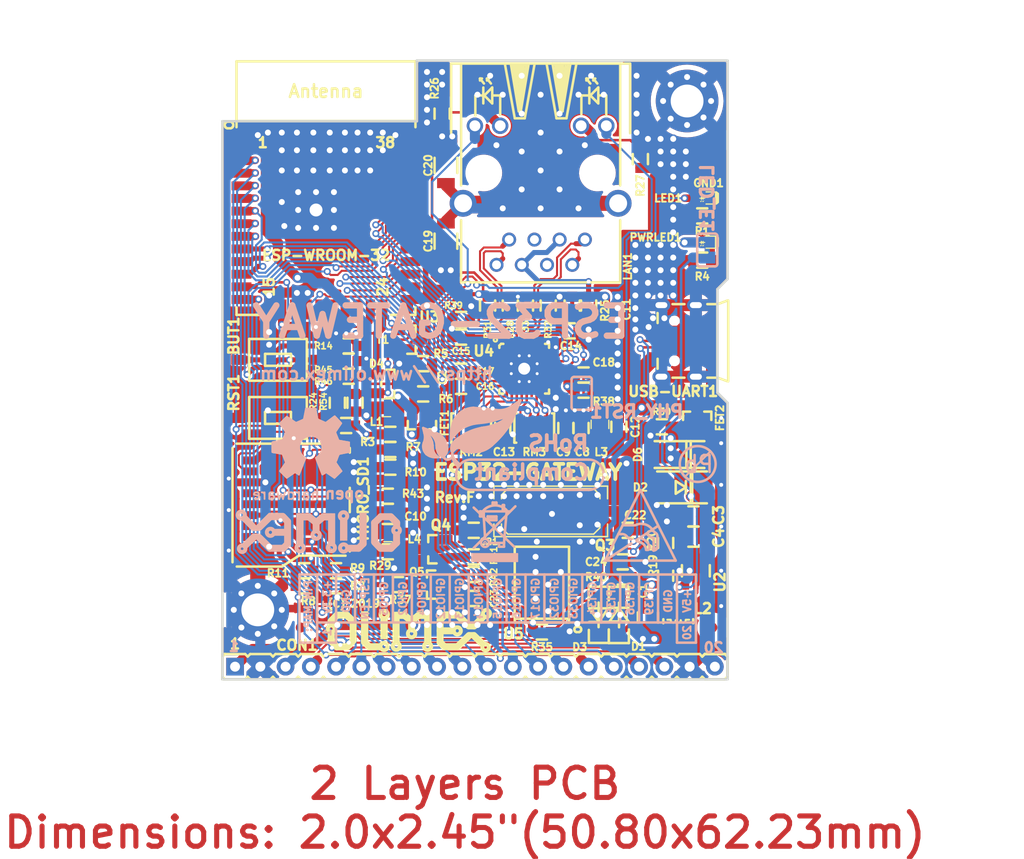
<source format=kicad_pcb>
(kicad_pcb (version 20221018) (generator pcbnew)
  (title_block (title "ESP32-GATEWAY") (date "2019-04-23") (rev "F") (company "OLIMEX Ltd.") (comment 1 "https://www.olimex.com"))
  (layers (0 "F.Cu" mixed) (31 "B.Cu" mixed) (34 "B.Paste" user) (35 "F.Paste" user) (36 "B.SilkS" user "B.Silkscreen") (37 "F.SilkS" user "F.Silkscreen") (38 "B.Mask" user) (39 "F.Mask" user) (44 "Edge.Cuts" user))
  (net 0 "")
  (net 1 "+5V")
  (net 2 "GND")
  (net 3 "Net-(BUT1-Pad2)")
  (net 4 "+3V3")
  (net 5 "Net-(C10-Pad1)")
  (net 6 "Net-(C18-Pad2)")
  (net 7 "/ESP_EN")
  (net 8 "Net-(L2-Pad1)")
  (net 9 "Net-(R19-Pad1)")
  (net 10 "Net-(R39-Pad1)")
  (net 11 "/PHYAD0")
  (net 12 "/PHYAD1")
  (net 13 "/PHYAD2")
  (net 14 "/RMIISEL")
  (net 15 "/VDD1A-2A")
  (net 16 "/VDDCR")
  (net 17 "Net-(MICRO_SD1-Pad5)")
  (net 18 "Net-(LAN1-Pad1)")
  (net 19 "Net-(LAN1-Pad2)")
  (net 20 "Net-(LAN1-Pad7)")
  (net 21 "Net-(LAN1-Pad8)")
  (net 22 "Net-(LAN1-PadAG1)")
  (net 23 "Net-(LAN1-PadAY1)")
  (net 24 "Net-(LAN1-PadKG1)")
  (net 25 "Net-(LAN1-PadKY1)")
  (net 26 "Net-(C19-Pad1)")
  (net 27 "Net-(C21-Pad1)")
  (net 28 "Net-(C22-Pad1)")
  (net 29 "/+5V_USB")
  (net 30 "Net-(Q4-Pad2)")
  (net 31 "Net-(Q4-Pad1)")
  (net 32 "Net-(Q5-Pad2)")
  (net 33 "Net-(Q5-Pad1)")
  (net 34 "Net-(U3-Pad32)")
  (net 35 "Net-(U4-Pad4)")
  (net 36 "Net-(U4-Pad14)")
  (net 37 "Net-(U4-Pad18)")
  (net 38 "Net-(U4-Pad20)")
  (net 39 "Net-(U4-Pad26)")
  (net 40 "Net-(U5-Pad6)")
  (net 41 "Net-(U5-Pad7)")
  (net 42 "Net-(U5-Pad11)")
  (net 43 "Net-(U5-Pad12)")
  (net 44 "Net-(U5-Pad13)")
  (net 45 "Net-(U5-Pad14)")
  (net 46 "Net-(U5-Pad17)")
  (net 47 "Net-(USB-UART1-Pad4)")
  (net 48 "Net-(PWRLED1-Pad1)")
  (net 49 "Net-(Q5-Pad3)")
  (net 50 "Net-(MICRO_SD1-Pad7)")
  (net 51 "/D_Com")
  (net 52 "/GPI35")
  (net 53 "+5V_EXT")
  (net 54 "/GPIO16")
  (net 55 "/GPI39")
  (net 56 "/GPI36")
  (net 57 "/GPIO32")
  (net 58 "Net-(LED1-Pad1)")
  (net 59 "+3.3VLAN")
  (net 60 "/GPIO0")
  (net 61 "Net-(C2-Pad2)")
  (net 62 "Net-(R5-Pad2)")
  (net 63 "Net-(MICRO_SD1-Pad2)")
  (net 64 "/GPI34\\BUT1")
  (net 65 "Net-(D3-Pad2)")
  (net 66 "Net-(C24-Pad1)")
  (net 67 "Net-(MICRO_SD1-Pad8)")
  (net 68 "Net-(MICRO_SD1-Pad1)")
  (net 69 "Net-(D1-Pad1)")
  (net 70 "Net-(U5-Pad20)")
  (net 71 "Net-(U3-Pad22)")
  (net 72 "Net-(U3-Pad21)")
  (net 73 "Net-(U3-Pad20)")
  (net 74 "Net-(U3-Pad19)")
  (net 75 "Net-(U3-Pad18)")
  (net 76 "Net-(U3-Pad17)")
  (net 77 "Net-(FID2-PadFid1)")
  (net 78 "Net-(FID3-PadFid1)")
  (net 79 "Net-(FID1-PadFid1)")
  (net 80 "/GPIO5\\PHY_PWR")
  (net 81 "/GPIO3\\U0RXD")
  (net 82 "/GPIO2\\HS2_DATA0")
  (net 83 "/GPIO4\\HS2_DATA1")
  (net 84 "/GPIO1\\U0TXD")
  (net 85 "/GPIO26\\EMAC_RXD1(RMII)")
  (net 86 "/GPIO25\\EMAC_RXD0(RMII)")
  (net 87 "/GPIO27\\EMAC_RX_CRS_DV")
  (net 88 "/GPIO18\\MDIO(RMII)")
  (net 89 "/GPIO14\\HS2_CLK")
  (net 90 "/GPIO15\\HS2_CMD")
  (net 91 "/GPIO12\\HS2_DATA2")
  (net 92 "/GPIO13\\HS2_DATA3")
  (net 93 "/GPIO33\\LED")
  (net 94 "/GPIO22\\EMAC_TXD1(RMII)")
  (net 95 "/GPIO19\\EMAC_TXD0(RMII)")
  (net 96 "/GPIO21\\EMAC_TX_EN(RMII)")
  (net 97 "/GPIO23\\MDC(RMII)")
  (net 98 "/GPIO17\\EMAC_CLK_OUT_180")
  (footprint "OLIMEX_Other-FP:Mounting_hole_Shield_3.3mm" (layer "F.Cu") (at 73.152 122.301)
    (fp_text reference "MH1" hide)
    (fp_text value "Mounting_hole_Shield_3.3mm" hide)
  )
  (footprint "OLIMEX_RLC-FP:C_0805_5MIL_DWS" (layer "F.Cu") (at 112.395 123.063 90)
    (fp_text reference "C1")
    (fp_text value "47uF/6.3V/20%/X5R/C0805")
  )
  (footprint "OLIMEX_RLC-FP:C_0603_5MIL_DWS" (layer "F.Cu") (at 105.664 104.013 90)
    (fp_text reference "C8")
    (fp_text value "22uF/6.3V/20%/X5R/C0603")
  )
  (footprint "OLIMEX_RLC-FP:C_0603_5MIL_DWS" (layer "F.Cu") (at 104.14 104.013 90)
    (fp_text reference "C9")
    (fp_text value "22uF/6.3V/20%/X5R/C0603")
  )
  (footprint "OLIMEX_RLC-FP:C_0805_5MIL_DWS" (layer "F.Cu") (at 86.233 112.649)
    (fp_text reference "C10")
    (fp_text value "47uF/6.3V/20%/X5R/C0805")
  )
  (footprint "OLIMEX_RLC-FP:C_0603_5MIL_DWS" (layer "F.Cu") (at 106.426 91.694 -90)
    (fp_text reference "C11")
    (fp_text value "100nF/50V/20%/Y5V/C0603")
  )
  (footprint "OLIMEX_RLC-FP:C_0603_5MIL_DWS" (layer "F.Cu") (at 109.474 103.886 -90)
    (fp_text reference "C12")
    (fp_text value "22uF/6.3V/20%/X5R/C0603")
  )
  (footprint "OLIMEX_RLC-FP:C_0603_5MIL_DWS" (layer "F.Cu") (at 97.79 104.013 -90)
    (fp_text reference "C13")
    (fp_text value "100nF/50V/20%/Y5V/C0603")
  )
  (footprint "OLIMEX_RLC-FP:C_0603_5MIL_DWS" (layer "F.Cu") (at 104.521 94.234)
    (fp_text reference "C14")
    (fp_text value "100nF/50V/20%/Y5V/C0603")
  )
  (footprint "OLIMEX_RLC-FP:C_0603_5MIL_DWS" (layer "F.Cu") (at 93.599 94.869 180)
    (fp_text reference "C15")
    (fp_text value "100nF/50V/20%/Y5V/C0603")
  )
  (footprint "OLIMEX_RLC-FP:C_0603_5MIL_DWS" (layer "F.Cu") (at 93.599 99.822 180)
    (fp_text reference "C16")
    (fp_text value "2.2uF/6.3V/10%/X5R/C0603")
  )
  (footprint "OLIMEX_RLC-FP:C_0603_5MIL_DWS" (layer "F.Cu") (at 93.599 98.298 180)
    (fp_text reference "C17")
    (fp_text value "100nF/50V/20%/Y5V/C0603")
  )
  (footprint "OLIMEX_RLC-FP:C_0603_5MIL_DWS" (layer "F.Cu") (at 105.918 98.679 180)
    (fp_text reference "C18")
    (fp_text value "NA(10uF/6.3V/20%/X5R/C0603)")
  )
  (footprint "OLIMEX_Other-FP:TESTPAD_40-ROUND" (layer "F.Cu") (at 118.872 77.978)
    (fp_text reference "GND1")
    (fp_text value "TESTPAD" hide)
  )
  (footprint "OLIMEX_RLC-FP:CD32" (layer "F.Cu") (at 115.443 123.444 -90)
    (fp_text reference "L2")
    (fp_text value "2.2uH/1.5A/DCR=72mR/20%/3.00x3.00x1.50mm/CD32(NR3015T2R2M)")
  )
  (footprint "OLIMEX_RLC-FP:L_0805_5MIL_DWS" (layer "F.Cu") (at 107.569 103.632 90)
    (fp_text reference "L3")
    (fp_text value "FB0805/600R/2A")
  )
  (footprint "OLIMEX_RLC-FP:L_0805_5MIL_DWS" (layer "F.Cu") (at 86.233 114.554 180)
    (fp_text reference "L4")
    (fp_text value "FB0805/600R/2A")
  )
  (footprint "OLIMEX_LEDs-FP:LED_0603_KA" (layer "F.Cu") (at 117.856 85.344 180)
    (fp_text reference "PWRLED1")
    (fp_text value "LED/RED/0603")
  )
  (footprint "OLIMEX_RLC-FP:R_0603_5MIL_DWS" (layer "F.Cu") (at 82.296 95.758)
    (fp_text reference "R14")
    (fp_text value "220R/R0603")
  )
  (footprint "OLIMEX_RLC-FP:R_0603_5MIL_DWS" (layer "F.Cu") (at 82.042 103.759 180)
    (fp_text reference "R16")
    (fp_text value "220R/R0603")
  )
  (footprint "OLIMEX_RLC-FP:R_0603_5MIL_DWS" (layer "F.Cu") (at 81.153 101.473 90)
    (fp_text reference "R24")
    (fp_text value "1M/R0603")
  )
  (footprint "OLIMEX_RLC-FP:R_0603_5MIL_DWS" (layer "F.Cu") (at 91.694 72.39 90)
    (fp_text reference "R26")
    (fp_text value "330R/R0603")
  )
  (footprint "OLIMEX_RLC-FP:R_0603_5MIL_DWS" (layer "F.Cu") (at 111.633 76.962 -90)
    (fp_text reference "R27")
    (fp_text value "330R/R0603")
  )
  (footprint "OLIMEX_RLC-FP:R_0603_5MIL_DWS" (layer "F.Cu") (at 98.552 91.694 -90)
    (fp_text reference "R28")
    (fp_text value "49.9R/1%/R0603")
  )
  (footprint "OLIMEX_RLC-FP:R_0603_5MIL_DWS" (layer "F.Cu") (at 86.233 116.459 180)
    (fp_text reference "R29")
    (fp_text value "10k/R0603")
  )
  (footprint "OLIMEX_RLC-FP:R_0603_5MIL_DWS" (layer "F.Cu") (at 96.266 91.694 -90)
    (fp_text reference "R31")
    (fp_text value "49.9R/1%/R0603")
  )
  (footprint "OLIMEX_RLC-FP:R_0603_5MIL_DWS" (layer "F.Cu") (at 102.362 91.694 -90)
    (fp_text reference "R32")
    (fp_text value "49.9R/1%/R0603")
  )
  (footprint "OLIMEX_RLC-FP:R_0603_5MIL_DWS" (layer "F.Cu") (at 100.076 91.694 -90)
    (fp_text reference "R33")
    (fp_text value "49.9R/1%/R0603")
  )
  (footprint "OLIMEX_RLC-FP:R_0603_5MIL_DWS" (layer "F.Cu") (at 101.727 124.5235)
    (fp_text reference "R35")
    (fp_text value "10k/R0603")
  )
  (footprint "OLIMEX_RLC-FP:R_0603_5MIL_DWS" (layer "F.Cu") (at 105.918 100.203)
    (fp_text reference "R38")
    (fp_text value "10k/R0603")
  )
  (footprint "OLIMEX_RLC-FP:R_0603_5MIL_DWS" (layer "F.Cu") (at 93.599 93.091 180)
    (fp_text reference "R39")
    (fp_text value "12.1k/1%/R0603")
  )
  (footprint "OLIMEX_RLC-FP:R_0603_5MIL_DWS" (layer "F.Cu") (at 109.855 118.999)
    (fp_text reference "R40")
    (fp_text value "10k/R0603")
  )
  (footprint "OLIMEX_RLC-FP:R_0603_5MIL_DWS" (layer "F.Cu") (at 94.869 116.967 180)
    (fp_text reference "R41")
    (fp_text value "1k/R0603")
  )
  (footprint "OLIMEX_RLC-FP:R_MATRIX_4" (layer "F.Cu") (at 94.615 104.013)
    (fp_text reference "RM2")
    (fp_text value "RA1206_(4X0603)_4B8_2.2k")
  )
  (footprint "OLIMEX_RLC-FP:R_MATRIX_4" (layer "F.Cu") (at 100.965 104.013 180)
    (fp_text reference "RM3")
    (fp_text value "RA1206_(4X0603)_4B8_2.2k")
  )
  (footprint "OLIMEX_Regulators-FP:SOT-23-5" (layer "F.Cu") (at 117.221 118.364 -90)
    (fp_text reference "U2")
    (fp_text value "SY8089AAAC(SOT23-5)")
  )
  (footprint "OLIMEX_Cases-FP:ESP-WROOM-32_MODULE" (layer "F.Cu") (at 80.01 79.883)
    (fp_text reference "U3")
    (fp_text value "ESP32-WROOM-32D-4MB")
  )
  (footprint "OLIMEX_IC-FP:QFN32_EP(33)_5.00x5.00x0.90mm_Pitch_0.50mm" (layer "F.Cu") (at 99.949 98.044 -90)
    (fp_text reference "U4")
    (fp_text value "LAN8710A-EZC(QFN32)")
  )
  (footprint "OLIMEX_Connectors-FP:TFC-WXCP11-08-LF" (layer "F.Cu") (at 76.327 111.125 180)
    (fp_text reference "MICRO_SD1")
    (fp_text value "TFC-WXCP11-08-LF")
  )
  (footprint "OLIMEX_RLC-FP:R_0603_5MIL_DWS" (layer "F.Cu") (at 86.233 110.871 180)
    (fp_text reference "R43")
    (fp_text value "10R/R0603")
  )
  (footprint "OLIMEX_Buttons-FP:T1107A(6x3,8x2,5MM)" (layer "F.Cu") (at 75.184 97.155 180)
    (fp_text reference "BUT1")
    (fp_text value "T1107A(6x3,8x2,5MM)")
  )
  (footprint "OLIMEX_Buttons-FP:T1107A(6x3,8x2,5MM)" (layer "F.Cu") (at 75.184 102.997 180)
    (fp_text reference "RST1")
    (fp_text value "T1107A(6x3,8x2,5MM)")
  )
  (footprint "OLIMEX_Connectors-FP:RJLBC-060TC1" (layer "F.Cu") (at 101.6 78.359 180)
    (fp_text reference "LAN1")
    (fp_text value "RJLD-060TC1(LPJ4013EDNL)")
  )
  (footprint "OLIMEX_RLC-FP:C_1206_5MIL_DWS_ISO" (layer "F.Cu") (at 92.075 85.217 -90)
    (fp_text reference "C19")
    (fp_text value "1nF/2000V/10%/X7R/C1206")
  )
  (footprint "OLIMEX_RLC-FP:C_1206_5MIL_DWS_ISO" (layer "F.Cu") (at 92.075 77.597 90)
    (fp_text reference "C20")
    (fp_text value "NA(1nF/2000V/10%/X7R/C1206)")
  )
  (footprint "OLIMEX_RLC-FP:R_0603_5MIL_DWS" (layer "F.Cu") (at 117.856 87.122 180)
    (fp_text reference "R4")
    (fp_text value "2.2k/R0603")
  )
  (footprint "OLIMEX_RLC-FP:R_0603_5MIL_DWS" (layer "F.Cu") (at 114.173 118.872 -90)
    (fp_text reference "R19")
    (fp_text value "220k/R0603")
  )
  (footprint "OLIMEX_RLC-FP:R_0603_5MIL_DWS" (layer "F.Cu") (at 114.173 115.57 90)
    (fp_text reference "R20")
    (fp_text value "49.9k/1%/R0603")
  )
  (footprint "OLIMEX_RLC-FP:C_0603_5MIL_DWS" (layer "F.Cu") (at 94.869 114.3 180)
    (fp_text reference "C21")
    (fp_text value "27pF/50V/5%/C0G/C0603")
  )
  (footprint "OLIMEX_RLC-FP:C_0603_5MIL_DWS" (layer "F.Cu") (at 110.363 114.3)
    (fp_text reference "C22")
    (fp_text value "27pF/50V/5%/C0G/C0603")
  )
  (footprint "OLIMEX_RLC-FP:C_0603_5MIL_DWS" (layer "F.Cu") (at 94.869 121.158 180)
    (fp_text reference "C23")
    (fp_text value "22uF/6.3V/20%/X5R/C0603")
  )
  (footprint "OLIMEX_RLC-FP:C_0603_5MIL_DWS" (layer "F.Cu") (at 109.855 117.475)
    (fp_text reference "C24")
    (fp_text value "100nF/50V/20%/Y5V/C0603")
  )
  (footprint "OLIMEX_Diodes-FP:SMA-KA" (layer "F.Cu") (at 115.57 106.68 180)
    (fp_text reference "D6")
    (fp_text value "1N5822/SS34/SMA")
  )
  (footprint "OLIMEX_Transistors-FP:SOT23" (layer "F.Cu") (at 117.348 102.997 -90)
    (fp_text reference "FET2")
    (fp_text value "WPM2015-3/TR")
  )
  (footprint "OLIMEX_Crystal-FP:Q_49U3HMS" (layer "F.Cu") (at 102.616 112.395)
    (fp_text reference "Q3")
    (fp_text value "Q12MHz/20pF/30ppm/2P/HC-49SM(SMD)")
  )
  (footprint "OLIMEX_Transistors-FP:SOT23" (layer "F.Cu") (at 90.932 116.205)
    (fp_text reference "Q4")
    (fp_text value "BC817-40(SOT23)")
  )
  (footprint "OLIMEX_RLC-FP:R_0603_5MIL_DWS" (layer "F.Cu") (at 113.792 103.886 180)
    (fp_text reference "R30")
    (fp_text value "1M/R0603")
  )
  (footprint "OLIMEX_RLC-FP:R_0603_5MIL_DWS" (layer "F.Cu") (at 94.869 118.745 180)
    (fp_text reference "R42")
    (fp_text value "1k/R0603")
  )
  (footprint "OLIMEX_RLC-FP:R_0603_5MIL_DWS" (layer "F.Cu") (at 82.296 97.282 180)
    (fp_text reference "R45")
    (fp_text value "10k/R0603")
  )
  (footprint "OLIMEX_RLC-FP:R_0603_5MIL_DWS" (layer "F.Cu") (at 82.296 98.806)
    (fp_text reference "R46")
    (fp_text value "NA/R0603")
  )
  (footprint "OLIMEX_RLC-FP:R_0603_5MIL_DWS" (layer "F.Cu") (at 82.931 101.473 -90)
    (fp_text reference "R54")
    (fp_text value "NA/R0603")
  )
  (footprint "OLIMEX_IC-FP:SSOP-20W" (layer "F.Cu") (at 101.727 119.761 90)
    (fp_text reference "U5")
    (fp_text value "CH340T(SSOP20W)")
  )
  (footprint "OLIMEX_RLC-FP:C_0805_5MIL_DWS" (layer "F.Cu") (at 116.967 112.903 180)
    (fp_text reference "C3")
    (fp_text value "47uF/6.3V/20%/X5R/C0805")
  )
  (footprint "OLIMEX_RLC-FP:C_0805_5MIL_DWS" (layer "F.Cu") (at 116.967 114.935 180)
    (fp_text reference "C4")
    (fp_text value "47uF/6.3V/20%/X5R/C0805")
  )
  (footprint "OLIMEX_RLC-FP:R_0603_5MIL_DWS" (layer "F.Cu") (at 87.249 119.761 180)
    (fp_text reference "R37")
    (fp_text value "220R/R0603")
  )
  (footprint "OLIMEX_Other-FP:Mounting_hole_Shield_3.3mm" (layer "F.Cu") (at 116.332 71.12)
    (fp_text reference "MH2" hide)
    (fp_text value "Mounting_hole_Shield_3.3mm" hide)
  )
  (footprint "OLIMEX_Connectors-FP:USB-MICRO_MISB-SWMM-5B_LF" (layer "F.Cu") (at 116.967 95.25)
    (fp_text reference "USB-UART1")
    (fp_text value "MISB-SWMM-5B-LF(USB_MICRO)")
  )
  (footprint "OLIMEX_Connectors-FP:HN1x20" (layer "F.Cu") (at 94.996 128.016)
    (fp_text reference "CON1")
    (fp_text value "NA(NH1x20)")
  )
  (footprint "OLIMEX_LEDs-FP:LED_0603_KA" (layer "F.Cu") (at 117.856 80.899 180)
    (fp_text reference "LED1")
    (fp_text value "LED/GREEN/0603")
  )
  (footprint "OLIMEX_RLC-FP:R_0603_5MIL_DWS" (layer "F.Cu") (at 117.856 82.677)
    (fp_text reference "R1")
    (fp_text value "2.2k/R0603")
  )
  (footprint "OLIMEX_RLC-FP:R_0603_5MIL_DWS" (layer "F.Cu") (at 81.026 119.888 180)
    (fp_text reference "R2")
    (fp_text value "2.2k/R0603")
  )
  (footprint "OLIMEX_RLC-FP:R_0603_5MIL_DWS" (layer "F.Cu") (at 86.487 104.648 180)
    (fp_text reference "R3")
    (fp_text value "2.2k/R0603")
  )
  (footprint "OLIMEX_Diodes-FP:DO214AA_1(K)-2(A)" (layer "F.Cu") (at 115.824 109.982 180)
    (fp_text reference "D2")
    (fp_text value "SMBJ6.0A(DO-214AA)")
  )
  (footprint "OLIMEX_Transistors-FP:SOT23" (layer "F.Cu") (at 89.662 103.505 90)
    (fp_text reference "FET1")
    (fp_text value "WPM2015-3/TR")
  )
  (footprint "OLIMEX_RLC-FP:R_0603_5MIL_DWS" (layer "F.Cu") (at 89.789 97.536 180)
    (fp_text reference "R5")
    (fp_text value "1k/R0603")
  )
  (footprint "OLIMEX_RLC-FP:L_0805_5MIL_DWS" (layer "F.Cu") (at 86.106 101.981)
    (fp_text reference "L1")
    (fp_text value "NA(FB0805/600R/2A)")
  )
  (footprint "OLIMEX_RLC-FP:R_0603_5MIL_DWS" (layer "F.Cu") (at 89.788999 100.584)
    (fp_text reference "R6")
    (fp_text value "10k/R0603")
  )
  (footprint "OLIMEX_Transistors-FP:SOT23" (layer "F.Cu") (at 88.392 95.123 180)
    (fp_text reference "T1")
    (fp_text value "DTC114YKA")
  )
  (footprint "OLIMEX_RLC-FP:C_0603_5MIL_DWS" (layer "F.Cu") (at 89.788999 99.06)
    (fp_text reference "C2")
    (fp_text value "22uF/6.3V/20%/X5R/C0603")
  )
  (footprint "OLIMEX_Transistors-FP:SOT23" (layer "F.Cu") (at 90.805 119.761)
    (fp_text reference "Q5")
    (fp_text value "BC817-40(SOT23)")
  )
  (footprint "OLIMEX_LOGOs-FP:OLIMEX_LOGO_TB" (layer "F.Cu") (at 88.519 124.333)
    (fp_text reference "Logo-OlimexBIG" hide)
    (fp_text value "" hide)
  )
  (footprint "OLIMEX_RLC-FP:R_0603_5MIL_DWS" (layer "F.Cu") (at 77.851 118.364 180)
    (fp_text reference "R11")
    (fp_text value "NA/R0603")
  )
  (footprint "OLIMEX_RLC-FP:R_0603_5MIL_DWS" (layer "F.Cu") (at 86.487 106.172 180)
    (fp_text reference "R7")
    (fp_text value "2.2k/R0603")
  )
  (footprint "OLIMEX_Diodes-FP:SOT23-3" (layer "F.Cu") (at 86.233 99.568 180)
    (fp_text reference "D4")
    (fp_text value "BAT54C(SOT23-3)")
  )
  (footprint "OLIMEX_Diodes-FP:SOD-123_1C-2A_KA" (layer "F.Cu") (at 107.442 122.809 90)
    (fp_text reference "D3")
    (fp_text value "1N5819S4/SOD123")
  )
  (footprint "OLIMEX_Diodes-FP:SOD-123_1C-2A_KA" (layer "F.Cu") (at 109.474 122.809 -90)
    (fp_text reference "D1")
    (fp_text value "1N5819S4/SOD123")
  )
  (footprint "OLIMEX_Other-FP:Fiducial1x3" (layer "F.Cu") (at 118.872 75.057)
    (fp_text reference "FID3" hide)
    (fp_text value "Fiducial" hide)
  )
  (footprint "OLIMEX_Other-FP:Fiducial1x3" (layer "F.Cu") (at 118.872 124.079)
    (fp_text reference "FID2" hide)
    (fp_text value "Fiducial" hide)
  )
  (footprint "OLIMEX_Other-FP:Fiducial1x3" (layer "F.Cu") (at 77.47 124.079)
    (fp_text reference "FID1" hide)
    (fp_text value "Fiducial" hide)
  )
  (footprint "OLIMEX_RLC-FP:R_0603_5MIL_DWS" (layer "F.Cu") (at 104.775 91.694 90)
    (fp_text reference "R25")
    (fp_text value "0R(Board_Mounted)")
  )
  (footprint "OLIMEX_RLC-FP:R_0603_5MIL_DWS" (layer "F.Cu") (at 86.487 107.95)
    (fp_text reference "R10")
    (fp_text value "NA/R0603")
  )
  (footprint "OLIMEX_RLC-FP:R_0603_5MIL_DWS" (layer "F.Cu") (at 81.026 118.364 180)
    (fp_text reference "R9")
    (fp_text value "NA/R0603")
  )
  (footprint "OLIMEX_RLC-FP:R_0603_5MIL_DWS" (layer "F.Cu") (at 77.851 119.888 180)
    (fp_text reference "R8")
    (fp_text value "2.2k/R0603")
  )
  (footprint "OLIMEX_LOGOs-FP:LOGO_ANTISTATIC_1" (layer "B.Cu") (at 115.189 117.348 180)
    (fp_text reference "Sign-Antistatic" hide)
    (fp_text value "Val**" hide)
  )
  (footprint "OLIMEX_LOGOs-FP:LOGO_OPENHARDWARE_8x8" (layer "B.Cu") (at 78.486 106.045 180)
    (fp_text reference "Logo-OSHW" hide)
    (fp_text value "" hide)
  )
  (footprint "OLIMEX_LOGOs-FP:LOGO_PBFREE" (layer "B.Cu") (at 117.602 107.315)
    (fp_text reference "Sign_Pb-Free")
    (fp_text value "")
  )
  (footprint "OLIMEX_LOGOs-FP:LOGO_RECYCLEBIN_1" (layer "B.Cu") (at 99.314 117.475 180)
    (fp_text reference "Sign-RecyclBin" hide)
    (fp_text value "" hide)
  )
  (footprint "OLIMEX_LOGOs-FP:LOGO_ROHS_1" (layer "B.Cu") (at 106.934 109.601 180)
    (fp_text reference "Sign_RoHS" hide)
    (fp_text value "Val**" hide)
  )
  (footprint "OLIMEX_LOGOs-FP:OLIMEX_LOGO_TB" (layer "B.Cu") (at 79.121 114.427 180)
    (fp_text reference "Logo-OLimeX" hide)
    (fp_text value "" hide)
  )
  (footprint "OLIMEX_Jumpers-FP:SJ" (layer "B.Cu") (at 118.364 86.106 90)
    (fp_text reference "LED_E1")
    (fp_text value "Closed")
  )
  (footprint "OLIMEX_Jumpers-FP:SJ" (layer "B.Cu") (at 105.7275 100.5205 90)
    (fp_text reference "PHY_RST1")
    (fp_text value "Opened")
  )
  (gr_line (start 115.316 118.745) (end 115.316 123.571) (stroke (width 0.254)) (layer "B.SilkS"))
  (gr_line (start 117.221 118.745) (end 117.221 123.571) (stroke (width 0.254)) (layer "B.SilkS"))
  (gr_line (start 90.551 118.745) (end 90.551 123.571) (stroke (width 0.254)) (layer "B.SilkS"))
  (gr_line (start 107.696 118.745) (end 107.696 123.571) (stroke (width 0.254)) (layer "B.SilkS"))
  (gr_line (start 109.601 118.745) (end 109.601 123.571) (stroke (width 0.254)) (layer "B.SilkS"))
  (gr_line (start 88.646 118.745) (end 88.646 123.571) (stroke (width 0.254)) (layer "B.SilkS"))
  (gr_line (start 98.171 118.745) (end 98.171 123.571) (stroke (width 0.254)) (layer "B.SilkS"))
  (gr_line (start 111.506 118.745) (end 111.506 123.571) (stroke (width 0.254)) (layer "B.SilkS"))
  (gr_line (start 117.221 123.571) (end 117.221 125.603) (stroke (width 0.254)) (layer "B.SilkS"))
  (gr_line (start 92.456 118.745) (end 92.456 123.571) (stroke (width 0.254)) (layer "B.SilkS"))
  (gr_line (start 77.343 118.745) (end 77.343 125.603) (stroke (width 0.254)) (layer "B.SilkS"))
  (gr_line (start 82.931 118.745) (end 82.931 123.571) (stroke (width 0.254)) (layer "B.SilkS"))
  (gr_line (start 86.741 118.745) (end 86.741 123.571) (stroke (width 0.254)) (layer "B.SilkS"))
  (gr_line (start 79.121 125.603) (end 81.026 125.603) (stroke (width 0.254)) (layer "B.SilkS"))
  (gr_line (start 117.221 118.745) (end 77.343 118.745) (stroke (width 0.254)) (layer "B.SilkS"))
  (gr_line (start 81.026 123.698) (end 81.026 125.603) (stroke (width 0.254)) (layer "B.SilkS"))
  (gr_line (start 117.221 123.571) (end 79.121 123.571) (stroke (width 0.254)) (layer "B.SilkS"))
  (gr_line (start 94.361 118.745) (end 94.361 123.571) (stroke (width 0.254)) (layer "B.SilkS"))
  (gr_line (start 117.221 125.603) (end 115.316 125.603) (stroke (width 0.254)) (layer "B.SilkS"))
  (gr_line (start 115.316 125.603) (end 115.316 123.571) (stroke (width 0.254)) (layer "B.SilkS"))
  (gr_line (start 81.026 118.872) (end 81.026 123.571) (stroke (width 0.254)) (layer "B.SilkS"))
  (gr_line (start 100.076 118.745) (end 100.076 123.571) (stroke (width 0.254)) (layer "B.SilkS"))
  (gr_line (start 113.411 118.745) (end 113.411 123.571) (stroke (width 0.254)) (layer "B.SilkS"))
  (gr_line (start 103.886 118.745) (end 103.886 123.571) (stroke (width 0.254)) (layer "B.SilkS"))
  (gr_line (start 105.791 118.745) (end 105.791 123.571) (stroke (width 0.254)) (layer "B.SilkS"))
  (gr_line (start 101.981 118.745) (end 101.981 123.571) (stroke (width 0.254)) (layer "B.SilkS"))
  (gr_line (start 96.266 118.745) (end 96.266 123.571) (stroke (width 0.254)) (layer "B.SilkS"))
  (gr_line (start 84.836 118.745) (end 84.836 123.571) (stroke (width 0.254)) (layer "B.SilkS"))
  (gr_line (start 77.343 125.603) (end 79.121 125.603) (stroke (width 0.254)) (layer "B.SilkS"))
  (gr_line (start 79.121 125.603) (end 79.121 118.745) (stroke (width 0.254)) (layer "B.SilkS"))
  (gr_line (start 89.154 73.152) (end 89.154 67.056) (stroke (width 0.254)) (layer "Edge.Cuts"))
  (gr_line (start 119.38 100.457) (end 120.396 101.473) (stroke (width 0.254)) (layer "Edge.Cuts"))
  (gr_line (start 120.396 67.056) (end 89.154 67.056) (stroke (width 0.254)) (layer "Edge.Cuts"))
  (gr_line (start 120.396 89.027) (end 119.38 90.043) (stroke (width 0.254)) (layer "Edge.Cuts"))
  (gr_line (start 69.596 73.152) (end 89.154 73.152) (stroke (width 0.254)) (layer "Edge.Cuts"))
  (gr_line (start 69.596 129.286) (end 120.396 129.286) (stroke (width 0.254)) (layer "Edge.Cuts"))
  (gr_line (start 120.396 67.056) (end 120.396 89.027) (stroke (width 0.254)) (layer "Edge.Cuts"))
  (gr_line (start 120.396 101.473) (end 120.396 129.286) (stroke (width 0.254)) (layer "Edge.Cuts"))
  (gr_line (start 69.596 73.152) (end 69.596 129.286) (stroke (width 0.254)) (layer "Edge.Cuts"))
  (gr_line (start 119.38 90.043) (end 119.38 100.457) (stroke (width 0.254)) (layer "Edge.Cuts"))
  (gr_text "2 Layers PCB\nDimensions: 2.0x2.45\"(50.80x62.23mm)" (at 93.98 142.24) (layer "F.Cu") (effects (font (size 3.048 3.048) (thickness 0.508))))
  (gr_text "1" (at 80.137 124.587 90) (layer "B.SilkS") (effects (font (size 0.762 0.762) (thickness 0.1905)) (justify mirror)))
  (gr_text "ESP_EN" (at 83.947 121.158 90) (layer "B.SilkS") (effects (font (size 0.762 0.762) (thickness 0.1905)) (justify mirror)))
  (gr_text "GPIO5" (at 85.852 121.158 90) (layer "B.SilkS") (effects (font (size 0.762 0.762) (thickness 0.1905)) (justify mirror)))
  (gr_text "GPIO2" (at 87.757 121.158 90) (layer "B.SilkS") (effects (font (size 0.762 0.762) (thickness 0.1905)) (justify mirror)))
  (gr_text "GPIO4" (at 89.662 121.158 90) (layer "B.SilkS") (effects (font (size 0.762 0.762) (thickness 0.1905)) (justify mirror)))
  (gr_text "GPIO12" (at 91.567 121.158 90) (layer "B.SilkS") (effects (font (size 0.762 0.762) (thickness 0.1905)) (justify mirror)))
  (gr_text "GPIO13" (at 93.472 121.158 90) (layer "B.SilkS") (effects (font (size 0.762 0.762) (thickness 0.1905)) (justify mirror)))
  (gr_text "GPIO14" (at 95.377 121.158 90) (layer "B.SilkS") (effects (font (size 0.762 0.762) (thickness 0.1905)) (justify mirror)))
  (gr_text "GPIO15" (at 97.282 121.158 90) (layer "B.SilkS") (effects (font (size 0.762 0.762) (thickness 0.1905)) (justify mirror)))
  (gr_text "GPIO16" (at 99.187 121.158 90) (layer "B.SilkS") (effects (font (size 0.762 0.762) (thickness 0.1905)) (justify mirror)))
  (gr_text "GPIO17" (at 101.092 121.158 90) (layer "B.SilkS") (effects (font (size 0.762 0.762) (thickness 0.1905)) (justify mirror)))
  (gr_text "PIN MAP:" (at 78.232 121.92 90) (layer "B.SilkS") (effects (font (size 0.762 0.762) (thickness 0.1905)) (justify mirror)))
  (gr_text "GPIO32" (at 102.997 121.158 90) (layer "B.SilkS") (effects (font (size 0.762 0.762) (thickness 0.1905)) (justify mirror)))
  (gr_text "GPIO33" (at 104.902 121.158 90) (layer "B.SilkS") (effects (font (size 0.762 0.762) (thickness 0.1905)) (justify mirror)))
  (gr_text "GPI34" (at 106.807 121.158 90) (layer "B.SilkS") (effects (font (size 0.762 0.762) (thickness 0.1905)) (justify mirror)))
  (gr_text "GPI35" (at 108.712 121.158 90) (layer "B.SilkS") (effects (font (size 0.762 0.762) (thickness 0.1905)) (justify mirror)))
  (gr_text "GPI36" (at 110.617 121.158 90) (layer "B.SilkS") (effects (font (size 0.762 0.762) (thickness 0.1905)) (justify mirror)))
  (gr_text "GND" (at 114.427 121.412 90) (layer "B.SilkS") (effects (font (size 0.762 0.762) (thickness 0.1905)) (justify mirror)))
  (gr_text "GPI39" (at 112.522 121.158 90) (layer "B.SilkS") (effects (font (size 0.762 0.762) (thickness 0.1905)) (justify mirror)))
  (gr_text "+5V" (at 116.332 121.412 90) (layer "B.SilkS") (effects (font (size 0.762 0.762) (thickness 0.1905)) (justify mirror)))
  (gr_text "20" (at 116.332 124.587 90) (layer "B.SilkS") (effects (font (size 0.762 0.762) (thickness 0.1905)) (justify mirror)))
  (gr_text "20" (at 118.999 126.111) (layer "B.SilkS") (effects (font (size 1.016 1.016) (thickness 0.254)) (justify mirror)))
  (gr_text "ESP32-GATEWAY" (at 91.567 93.345) (layer "B.SilkS") (effects (font (size 3.048 3.048) (thickness 0.635)) (justify mirror)))
  (gr_text "https://www.olimex.com" (at 85.09 98.552) (layer "B.SilkS") (effects (font (size 1.27 1.27) (thickness 0.254)) (justify mirror)))
  (gr_text "1" (at 70.739 125.984) (layer "B.SilkS") (effects (font (size 1.016 1.016) (thickness 0.254)) (justify mirror)))
  (gr_text "+3.3V" (at 80.137 121.031 90) (layer "B.SilkS") (effects (font (size 0.762 0.762) (thickness 0.1905)) (justify mirror)))
  (gr_text "GND" (at 82.042 121.412 90) (layer "B.SilkS") (effects (font (size 0.762 0.762) (thickness 0.1905)) (justify mirror)))
  (gr_text "Rev.F" (at 92.964 110.998) (layer "F.SilkS") (effects (font (size 1.016 1.016) (thickness 0.254))))
  (gr_text "ESP32-GATEWAY\n" (at 100.33 108.458) (layer "F.SilkS") (effects (font (size 1.524 1.524) (thickness 0.381))))
  (gr_text "1" (at 70.866 125.73) (layer "F.SilkS") (effects (font (size 1.016 1.016) (thickness 0.254))))
  (gr_text "(C) 2019" (at 82.804 121.666) (layer "F.SilkS") (effects (font (size 0.762 0.762) (thickness 0.1905))))
  (segment (start 118.07 109.913) (end 118.07 106.68) (width 1.524) (layer "F.Cu") (net 1))
  (segment (start 117.983 110) (end 117.983 111.252) (width 1.524) (layer "F.Cu") (net 1))
  (segment (start 117.983 111.252) (end 117.983 112.903) (width 1.524) (layer "F.Cu") (net 1))
  (segment (start 118.364 104.16794) (end 118.364 104.902) (width 1.016) (layer "F.Cu") (net 1))
  (segment (start 118.364 106.386) (end 118.364 104.902) (width 1.524) (layer "F.Cu") (net 1))
  (segment (start 118.491 116.744) (end 118.491 116.459) (width 0.508) (layer "F.Cu") (net 1))
  (segment (start 118.491 116.459) (end 118.491 115.443) (width 1.27) (layer "F.Cu") (net 1))
  (segment (start 118.491 115.443) (end 117.983 114.935) (width 1.27) (layer "F.Cu") (net 1))
  (segment (start 116.205 120.015) (end 115.57 120.015) (width 0.508) (layer "F.Cu") (net 1))
  (segment (start 117.983 112.141) (end 117.983 112.903) (width 1.016) (layer "F.Cu") (net 1))
  (segment (start 118.07 106.68) (end 118.364 106.386) (width 1.524) (layer "F.Cu") (net 1))
  (segment (start 117.602 110.871) (end 117.349396 110.871) (width 0.508) (layer "F.Cu") (net 1))
  (segment (start 116.271 119.664) (end 116.271 119.949) (width 0.508) (layer "F.Cu") (net 1))
  (segment (start 116.271 119.664) (end 115.921 119.664) (width 0.508) (layer "F.Cu") (net 1))
  (segment (start 118.001 109.982) (end 118.07 109.913) (width 1.524) (layer "F.Cu") (net 1))
  (segment (start 117.349396 110.871) (end 116.713 110.871) (width 0.508) (layer "F.Cu") (net 1))
  (segment (start 118.171 117.064) (end 118.491 116.744) (width 0.508) (layer "F.Cu") (net 1))
  (segment (start 117.094 85.344) (end 116.077994 85.344) (width 1.016) (layer "F.Cu") (net 1))
  (segment (start 116.271 119.949) (end 116.205 120.015) (width 0.508) (layer "F.Cu") (net 1))
  (segment (start 116.713 110.871) (end 117.602 109.982) (width 1.016) (layer "F.Cu") (net 1))
  (segment (start 116.205 119.38) (end 115.57 120.015) (width 0.508) (layer "F.Cu") (net 1))
  (segment (start 117.983 111.252) (end 117.602 110.871) (width 0.508) (layer "F.Cu") (net 1))
  (segment (start 118.001 109.982) (end 117.983 110) (width 1.524) (layer "F.Cu") (net 1))
  (segment (start 118.3005 104.10444) (end 118.364 104.16794) (width 1.016) (layer "F.Cu") (net 1))
  (segment (start 116.713 110.871) (end 117.983 112.141) (width 1.016) (layer "F.Cu") (net 1))
  (segment (start 117.602 109.982) (end 118.001 109.982) (width 1.016) (layer "F.Cu") (net 1))
  (segment (start 117.983 112.903) (end 117.983 114.935) (width 1.524) (layer "F.Cu") (net 1))
  (via (at 115.57 120.015) (size 0.7) (drill 0.4) (layers "F.Cu" "B.Cu") (net 1))
  (via (at 116.713 110.871) (size 0.9) (drill 0.6) (layers "F.Cu" "B.Cu") (net 1))
  (via (at 116.077994 85.344) (size 0.9) (drill 0.6) (layers "F.Cu" "B.Cu") (net 1))
  (segment (start 115.727995 102.61285) (end 113.835636 104.505209) (width 0.254) (layer "B.Cu") (net 1))
  (segment (start 115.57 120.015) (end 116.713 120.015) (width 0.2032) (layer "B.Cu") (net 1))
  (segment (start 116.9035 86.868) (end 115.727995 88.043505) (width 0.254) (layer "B.Cu") (net 1))
  (segment (start 113.835636 104.505209) (end 113.835636 107.422136) (width 0.254) (layer "B.Cu") (net 1))
  (segment (start 113.835636 107.422136) (end 116.713 110.2995) (width 0.254) (layer "B.Cu") (net 1))
  (segment (start 118.364 86.868) (end 116.9035 86.868) (width 1.016) (layer "B.Cu") (net 1))
  (segment (start 116.713 120.015) (end 117.322589 119.405411) (width 0.2032) (layer "B.Cu") (net 1))
  (segment (start 117.162999 111.320999) (end 116.713 110.871) (width 0.2032) (layer "B.Cu") (net 1))
  (segment (start 116.713 110.2995) (end 116.713 110.871) (width 0.254) (layer "B.Cu") (net 1))
  (segment (start 115.727995 88.043505) (end 115.727995 102.61285) (width 0.254) (layer "B.Cu") (net 1))
  (segment (start 118.364 85.344) (end 118.364 86.868) (width 0.508) (layer "B.Cu") (net 1))
  (segment (start 118.364 85.344) (end 116.077994 85.344) (width 1.016) (layer "B.Cu") (net 1))
  (segment (start 117.322589 119.405411) (end 117.322589 111.480589) (width 0.2032) (layer "B.Cu") (net 1))
  (segment (start 117.322589 111.480589) (end 117.162999 111.320999) (width 0.2032) (layer "B.Cu") (net 1))
  (segment (start 81.82 108.458) (end 82.804 108.458) (width 1.016) (layer "F.Cu") (net 2))
  (segment (start 90.17 111.125) (end 90.17 112.141) (width 1.016) (layer "F.Cu") (net 2))
  (segment (start 93.726 121.158) (end 93.98 121.158) (width 0.254) (layer "F.Cu") (net 2))
  (segment (start 103.987 118.136) (end 103.632 118.491) (width 0.4064) (layer "F.Cu") (net 2))
  (segment (start 103.632 110.109) (end 103.632 110.363) (width 1.016) (layer "F.Cu") (net 2))
  (segment (start 103.632 110.363) (end 103.632 110.109) (width 1.016) (layer "F.Cu") (net 2))
  (segment (start 103.632 110.109) (end 100.457 110.109) (width 1.016) (layer "F.Cu") (net 2))
  (segment (start 91.694 75.438) (end 91.694 74.676) (width 1.016) (layer "F.Cu") (net 2))
  (segment (start 92.71 74.676) (end 92.71 75.184) (width 1.016) (layer "F.Cu") (net 2))
  (segment (start 92.71 75.184) (end 92.075 75.819) (width 1.016) (layer "F.Cu") (net 2))
  (segment (start 92.71 101.854) (end 92.329 102.235) (width 0.762) (layer "F.Cu") (net 2))
  (segment (start 92.329 102.235) (end 92.329 104.267) (width 0.762) (layer "F.Cu") (net 2))
  (segment (start 92.329 104.267) (end 92.329 104.775) (width 0.762) (layer "F.Cu") (net 2))
  (segment (start 91.567 87.503) (end 91.567 88.138) (width 1.016) (layer "F.Cu") (net 2))
  (segment (start 105.537 94.107) (end 106.426 94.107) (width 0.762) (layer "F.Cu") (net 2))
  (segment (start 106.68 95.377) (end 106.426 95.123) (width 0.508) (layer "F.Cu") (net 2))
  (segment (start 98.044 104.648) (end 98.806 104.648) (width 0.508) (layer "F.Cu") (net 2))
  (segment (start 99.568 104.648) (end 98.806 104.648) (width 0.508) (layer "F.Cu") (net 2))
  (segment (start 72.328 109.474) (end 73.914 109.474) (width 0.762) (layer "F.Cu") (net 2))
  (segment (start 82.35 107.442) (end 82.804 107.442) (width 1.016) (layer "F.Cu") (net 2))
  (segment (start 95.504 110.109) (end 95.631 110.109) (width 1.016) (layer "F.Cu") (net 2))
  (segment (start 94.615 110.998) (end 93.853 110.998) (width 1.016) (layer "F.Cu") (net 2))
  (segment (start 93.853 112.014) (end 93.853 113.03) (width 1.016) (layer "F.Cu") (net 2))
  (segment (start 93.853 114.3) (end 93.853 113.03) (width 0.762) (layer "F.Cu") (net 2))
  (segment (start 80.585 82.042) (end 84.074 82.042) (width 1.016) (layer "F.Cu") (net 2))
  (segment (start 82.744 79.883) (end 84.328 79.883) (width 1.016) (layer "F.Cu") (net 2))
  (segment (start 80.264 82.329) (end 80.264 77.978) (width 1.016) (layer "F.Cu") (net 2))
  (segment (start 82.804 79.823) (end 82.804 77.851) (width 1.016) (layer "F.Cu") (net 2))
  (segment (start 77.724 79.789) (end 77.724 77.851) (width 1.016) (layer "F.Cu") (net 2))
  (segment (start 77.945 80.01) (end 75.946 80.01) (width 1.016) (layer "F.Cu") (net 2))
  (segment (start 80.231 82.296) (end 76.073 82.296) (width 1.016) (layer "F.Cu") (net 2))
  (segment (start 94.996 115.316) (end 99.568 115.316) (width 0.4064) (layer "F.Cu") (net 2))
  (segment (start 105.537 110.109) (end 103.632 110.109) (width 1.016) (layer "F.Cu") (net 2))
  (segment (start 107.569 110.109) (end 105.537 110.109) (width 1.016) (layer "F.Cu") (net 2))
  (segment (start 97.917 110.109) (end 95.504 110.109) (width 1.016) (layer "F.Cu") (net 2))
  (segment (start 100.457 110.871) (end 100.457 110.109) (width 1.016) (layer "F.Cu") (net 2))
  (segment (start 100.457 110.109) (end 100.457 110.363) (width 1.016) (layer "F.Cu") (net 2))
  (segment (start 100.457 110.363) (end 100.457 110.109) (width 1.016) (layer "F.Cu") (net 2))
  (segment (start 100.457 110.109) (end 97.917 110.109) (width 1.016) (layer "F.Cu") (net 2))
  (segment (start 99.949 114.173) (end 97.536 114.173) (width 1.016) (layer "F.Cu") (net 2))
  (segment (start 102.362 119.761) (end 101.092 118.491) (width 1.016) (layer "F.Cu") (net 2))
  (segment (start 101.092 116.967) (end 101.219 116.84) (width 1.016) (layer "F.Cu") (net 2))
  (segment (start 101.219 116.84) (end 101.219 115.443) (width 1.016) (layer "F.Cu") (net 2))
  (segment (start 75.565 81.788) (end 75.565 81.28) (width 1.016) (layer "F.Cu") (net 2))
  (segment (start 75.565 78.105) (end 75.565 76.073) (width 1.016) (layer "F.Cu") (net 2))
  (segment (start 78.74 74.295) (end 78.74 78.105) (width 1.016) (layer "F.Cu") (net 2))
  (segment (start 81.915 78.105) (end 81.915 74.295) (width 1.016) (layer "F.Cu") (net 2))
  (segment (start 84.455 74.295) (end 84.455 76.073) (width 1.016) (layer "F.Cu") (net 2))
  (segment (start 84.455 76.073) (end 84.455 78.105) (width 1.016) (layer "F.Cu") (net 2))
  (segment (start 83.185 76.073) (end 80.391 76.073) (width 1.016) (layer "F.Cu") (net 2))
  (segment (start 77.089 76.073) (end 75.565 76.073) (width 1.016) (layer "F.Cu") (net 2))
  (segment (start 75.565 76.073) (end 75.692 76.073) (width 1.016) (layer "F.Cu") (net 2))
  (segment (start 75.692 76.073) (end 75.565 76.073) (width 1.016) (layer "F.Cu") (net 2))
  (segment (start 75.565 76.073) (end 75.565 74.295) (width 1.016) (layer "F.Cu") (net 2))
  (segment (start 91.059 68.199) (end 91.059 69.469) (width 1.016) (layer "F.Cu") (net 2))
  (segment (start 117.221 120.523) (end 116.84 120.904) (width 0.508) (layer "F.Cu") (net 2))
  (segment (start 115.57 118.364) (end 116.459 118.364) (width 0.762) (layer "F.Cu") (net 2))
  (segment (start 112.649 121.793) (end 112.649 120.904) (width 1.016) (layer "F.Cu") (net 2))
  (segment (start 119.761 102.997) (end 119.761 105.537) (width 0.508) (layer "F.Cu") (net 2))
  (segment (start 115.951 115.062) (end 117.221 116.332) (width 0.508) (layer "F.Cu") (net 2))
  (segment (start 117.221 116.332) (end 117.221 118.364) (width 0.508) (layer "F.Cu") (net 2))
  (segment (start 119.761 118.364) (end 119.761 121.92) (width 0.508) (layer "F.Cu") (net 2))
  (segment (start 113.284 110.345) (end 113.284 111.76) (width 1.016) (layer "F.Cu") (net 2))
  (segment (start 114.3 111.76) (end 114.3 112.649) (width 1.016) (layer "F.Cu") (net 2))
  (segment (start 114.3 114.554) (end 114.3 113.411) (width 1.016) (layer "F.Cu") (net 2))
  (segment (start 115.697 114.681) (end 114.173 114.681) (width 1.016) (layer "F.Cu") (net 2))
  (segment (start 115.697 112.649) (end 114.3 112.649) (width 1.016) (layer "F.Cu") (net 2))
  (segment (start 114.3 112.649) (end 114.3 113.411) (width 1.016) (layer "F.Cu") (net 2))
  (segment (start 114.3 110.635) (end 114.3 111.76) (width 1.016) (layer "F.Cu") (net 2))
  (segment (start 119.761 113.919) (end 119.761 118.364) (width 0.508) (layer "F.Cu") (net 2))
  (segment (start 119.761 109.728) (end 119.761 113.919) (width 0.508) (layer "F.Cu") (net 2))
  (segment (start 119.761 105.537) (end 119.761 109.728) (width 0.508) (layer "F.Cu") (net 2))
  (segment (start 92.71 94.107) (end 92.71 94.107) (width 0.762) (layer "F.Cu") (net 2))
  (segment (start 92.71 94.107) (end 92.71 94.615) (width 0.762) (layer "F.Cu") (net 2))
  (segment (start 105.41 94.234) (end 105.537 94.107) (width 0.762) (layer "F.Cu") (net 2))
  (segment (start 93.853 112.014) (end 93.853 110.998) (width 1.016) (layer "F.Cu") (net 2))
  (segment (start 111.252 114.3) (end 111.131803 114.3) (width 0.254) (layer "F.Cu") (net 2))
  (segment (start 113.0395 93.8625) (end 112.468 93.8625) (width 0.508) (layer "F.Cu") (net 2))
  (segment (start 93.98 114.3) (end 93.853 114.3) (width 0.762) (layer "F.Cu") (net 2))
  (segment (start 83.185 95.758) (end 82.04201 94.61501) (width 0.508) (layer "F.Cu") (net 2))
  (segment (start 111.123604 92.964) (end 110.871 93.216604) (width 0.508) (layer "F.Cu") (net 2))
  (segment (start 114.046 93.345) (end 114.046 92.964) (width 0.508) (layer "F.Cu") (net 2))
  (segment (start 77.216 83.82) (end 75.946 83.82) (width 1.016) (layer "F.Cu") (net 2))
  (segment (start 71.51 74.573) (end 71.51 73.7325) (width 0.508) (layer "F.Cu") (net 2))
  (segment (start 87.249 112.649) (end 89.662 112.649) (width 1.016) (layer "F.Cu") (net 2))
  (segment (start 106.172 95.377) (end 106.045 95.377) (width 0.254) (layer "F.Cu") (net 2))
  (segment (start 80.281 82.346) (end 80.231 82.296) (width 1.016) (layer "F.Cu") (net 2))
  (segment (start 103.124 95.885) (end 103.473999 95.535001) (width 0.508) (layer "F.Cu") (net 2))
  (segment (start 111.76 91.694) (end 111.379 91.694) (width 1.016) (layer "F.Cu") (net 2))
  (segment (start 90.043 89.789) (end 90.043 74.573) (width 0.508) (layer "F.Cu") (net 2))
  (segment (start 81.566 108.204) (end 75.183946 108.204) (width 1.016) (layer "F.Cu") (net 2))
  (segment (start 92.329 104.775) (end 91.567 104.775) (width 0.762) (layer "F.Cu") (net 2))
  (segment (start 81.577 114.275) (end 81.577 114.511) (width 1.016) (layer "F.Cu") (net 2))
  (segment (start 115.951 112.903) (end 115.697 112.649) (width 1.016) (layer "F.Cu") (net 2))
  (segment (start 82.04201 94.61501) (end 82.04201 94.488) (width 0.508) (layer "F.Cu") (net 2))
  (segment (start 80.281 82.346) (end 82.804 79.823) (width 1.016) (layer "F.Cu") (net 2))
  (segment (start 102.674 96.294) (end 103.083 95.885) (width 0.254) (layer "F.Cu") (net 2))
  (segment (start 74.295 90.678) (end 74.295 94.994604) (width 1.016) (layer "F.Cu") (net 2))
  (segment (start 114.173 114.681) (end 114.3 114.554) (width 1.016) (layer "F.Cu") (net 2))
  (segment (start 81.577 114.275) (end 81.577 115.075) (width 1.016) (layer "F.Cu") (net 2))
  (segment (start 87.376 97.536) (end 87.28456 97.44456) (width 1.016) (layer "F.Cu") (net 2))
  (segment (start 104.267 95.377) (end 102.856962 95.377) (width 0.254) (layer "F.Cu") (net 2))
  (segment (start 92.075 86.995) (end 91.567 87.503) (width 1.016) (layer "F.Cu") (net 2))
  (segment (start 70.2705 74.573) (end 70.104 74.7395) (width 0.3048) (layer "F.Cu") (net 2))
  (segment (start 111.506 111.76) (end 111.252 111.506) (width 1.016) (layer "F.Cu") (net 2))
  (segment (start 111.76 91.694) (end 110.236 91.694) (width 1.016) (layer "F.Cu") (net 2))
  (segment (start 103.473999 95.535001) (end 103.473999 95.472999) (width 0.508) (layer "F.Cu") (net 2))
  (segment (start 111.76 92.964) (end 111.76 93.4085) (width 0.508) (layer "F.Cu") (net 2))
  (segment (start 111.252 111.506) (end 109.855 110.109) (width 1.016) (layer "F.Cu") (net 2))
  (segment (start 110.871 93.216604) (end 110.871 93.4085) (width 0.508) (layer "F.Cu") (net 2))
  (segment (start 92.71 93.091) (end 92.71 93.98) (width 1.016) (layer "F.Cu") (net 2))
  (segment (start 83.59141 109.24541) (end 89.43341 109.24541) (width 1.016) (layer "F.Cu") (net 2))
  (segment (start 112.903 92.964) (end 111.76 92.964) (width 0.508) (layer "F.Cu") (net 2))
  (segment (start 102.616 95.377) (end 103.124 95.885) (width 0.508) (layer "F.Cu") (net 2))
  (segment (start 114.682801 93.981801) (end 114.5635 93.8625) (width 0.508) (layer "F.Cu") (net 2))
  (segment (start 90.043 74.573) (end 90.043 73.8505) (width 0.508) (layer "F.Cu") (net 2))
  (segment (start 111.76 93.4085) (end 111.3155 93.853) (width 0.508) (layer "F.Cu") (net 2))
  (segment (start 104.267 95.377) (end 106.045 95.377) (width 0.254) (layer "F.Cu") (net 2))
  (segment (start 90.297 73.5965) (end 90.297 70.231) (width 0.762) (layer "F.Cu") (net 2))
  (segment (start 89.720001 109.532001) (end 90.17 109.982) (width 1.016) (layer "F.Cu") (net 2))
  (segment (start 94.234 104.775) (end 94.234 105.2195) (width 0.3048) (layer "F.Cu") (net 2))
  (segment (start 103.124 102.108) (end 103.124 100.965) (width 1.016) (layer "F.Cu") (net 2))
  (segment (start 81.577 113.368) (end 81.661 113.284) (width 1.016) (layer "F.Cu") (net 2))
  (segment (start 118.618 101.854) (end 119.71019 102.94619) (width 0.762) (layer "F.Cu") (net 2))
  (segment (start 70.104 73.797998) (end 70.172999 73.728999) (width 0.3048) (layer "F.Cu") (net 2))
  (segment (start 90.17 111.125) (end 90.17 109.982) (width 1.016) (layer "F.Cu") (net 2))
  (segment (start 92.71 92.747438) (end 93.699938 91.7575) (width 0.762) (layer "F.Cu") (net 2))
  (segment (start 111.504602 117.475002) (end 112.140998 117.475002) (width 1.016) (layer "F.Cu") (net 2))
  (segment (start 71.506499 73.728999) (end 88.640501 73.728999) (width 0.508) (layer "F.Cu") (net 2))
  (segment (start 89.43341 109.24541) (end 89.720001 109.532001) (width 1.016) (layer "F.Cu") (net 2))
  (segment (start 89.662 112.649) (end 90.17 112.141) (width 1.016) (layer "F.Cu") (net 2))
  (segment (start 111.3155 93.853) (end 109.6645 93.853) (width 1.016) (layer "F.Cu") (net 2))
  (segment (start 104.14 103.124) (end 103.124 102.108) (width 1.016) (layer "F.Cu") (net 2))
  (segment (start 104.775 94.996) (end 104.394 95.377) (width 0.508) (layer "F.Cu") (net 2))
  (segment (start 112.395 122.047) (end 112.649 121.793) (width 1.016) (layer "F.Cu") (net 2))
  (segment (start 111.76 92.964) (end 111.123604 92.964) (width 0.508) (layer "F.Cu") (net 2))
  (segment (start 75.946 83.82) (end 75.819 83.693) (width 1.016) (layer "F.Cu") (net 2))
  (segment (start 88.640501 73.728999) (end 89.720001 73.728999) (width 0.508) (layer "F.Cu") (net 2))
  (segment (start 73.531604 102.235152) (end 74.168 102.235152) (width 1.016) (layer "F.Cu") (net 2))
  (segment (start 105.41 94.234) (end 105.41 94.361) (width 0.508) (layer "F.Cu") (net 2))
  (segment (start 86.741 74.295) (end 84.455 74.295) (width 1.016) (layer "F.Cu") (net 2))
  (segment (start 75.565 74.295) (end 73.406 74.295) (width 1.016) (layer "F.Cu") (net 2))
  (segment (start 94.234 105.2195) (end 92.0115 105.2195) (width 0.3048) (layer "F.Cu") (net 2))
  (segment (start 114.5635 93.8625) (end 113.817 93.8625) (width 0.508) (layer "F.Cu") (net 2))
  (segment (start 80.281 82.346) (end 80.264 82.329) (width 1.016) (layer "F.Cu") (net 2))
  (segment (start 107.391169 116.382831) (end 107.391169 117.779831) (width 0.254) (layer "F.Cu") (net 2))
  (segment (start 118.367 93.75) (end 115.650066 93.75) (width 0.508) (layer "F.Cu") (net 2))
  (segment (start 110.871 92.202) (end 111.125 91.948) (width 0.508) (layer "F.Cu") (net 2))
  (segment (start 74.575801 90.397199) (end 74.295 90.678) (width 1.016) (layer "F.Cu") (net 2))
  (segment (start 73.913946 109.474) (end 73.914 109.474) (width 1.016) (layer "F.Cu") (net 2))
  (segment (start 88.51 74.573) (end 88.51 73.8595) (width 0.508) (layer "F.Cu") (net 2))
  (segment (start 118.367 96.75) (end 118.618 97.001) (width 0.762) (layer "F.Cu") (net 2))
  (segment (start 117.221 118.364) (end 116.586 118.364) (width 0.762) (layer "F.Cu") (net 2))
  (segment (start 71.12 102.997) (end 71.881848 102.235152) (width 1.016) (layer "F.Cu") (net 2))
  (segment (start 73.152 122.301) (end 73.279 122.174) (width 0.762) (layer "F.Cu") (net 2))
  (segment (start 105.664 103.124) (end 105.791 102.997) (width 0.4064) (layer "F.Cu") (net 2))
  (segment (start 73.128 74.573) (end 73.152 74.549) (width 0.762) (layer "F.Cu") (net 2))
  (segment (start 81.661 113.284) (end 82.804 113.284) (width 1.016) (layer "F.Cu") (net 2))
  (segment (start 104.394 95.377) (end 104.267 95.377) (width 0.254) (layer "F.Cu") (net 2))
  (segment (start 92.075 75.819) (end 91.694 75.438) (width 1.016) (layer "F.Cu") (net 2))
  (segment (start 81.577 114.275) (end 82.779 114.275) (width 1.016) (layer "F.Cu") (net 2))
  (segment (start 118.618 101.854) (end 118.618 98.806) (width 0.762) (layer "F.Cu") (net 2))
  (segment (start 105.60257 113.72643) (end 105.537 113.792) (width 1.016) (layer "F.Cu") (net 2))
  (segment (start 71.51 73.7325) (end 71.506499 73.728999) (width 0.508) (layer "F.Cu") (net 2))
  (segment (start 111.3155 93.853) (end 110.871 93.4085) (width 0.508) (layer "F.Cu") (net 2))
  (segment (start 107.391169 117.779831) (end 107.035 118.136) (width 0.254) (layer "F.Cu") (net 2))
  (segment (start 111.3155 93.853) (end 111.3155 93.4085) (width 0.508) (layer "F.Cu") (net 2))
  (segment (start 113.747 91.65) (end 111.423 91.65) (width 1.016) (layer "F.Cu") (net 2))
  (segment (start 90.043 73.8505) (end 90.297 73.5965) (width 0.762) (layer "F.Cu") (net 2))
  (segment (start 119.761 118.364) (end 117.221 118.364) (width 0.508) (layer "F.Cu") (net 2))
  (segment (start 90.043 74.573) (end 88.51 74.573) (width 0.508) (layer "F.Cu") (net 2))
  (segment (start 105.918004 102.869996) (end 105.918004 102.729974) (width 0.508) (layer "F.Cu") (net 2))
  (segment (start 113.817 93.8625) (end 113.0395 93.8625) (width 0.508) (layer "F.Cu") (net 2))
  (segment (start 93.853 110.998) (end 90.297 110.998) (width 1.016) (layer "F.Cu") (net 2))
  (segment (start 115.951 114.935) (end 115.697 114.681) (width 1.016) (layer "F.Cu") (net 2))
  (segment (start 114.046 92.964) (end 115.36 91.65) (width 0.508) (layer "F.Cu") (net 2))
  (segment (start 107.061 98.171) (end 107.061 95.631) (width 0.508) (layer "F.Cu") (net 2))
  (segment (start 73.279 122.174) (end 76.962 122.174) (width 0.762) (layer "F.Cu") (net 2))
  (segment (start 92.71 99.822) (end 92.71 98.298) (width 0.508) (layer "F.Cu") (net 2))
  (segment (start 81.577 108.215) (end 81.566 108.204) (width 1.016) (layer "F.Cu") (net 2))
  (segment (start 92.0115 105.2195) (end 91.567 104.775) (width 0.3048) (layer "F.Cu") (net 2))
  (segment (start 111.3155 93.4085) (end 111.76 92.964) (width 0.508) (layer "F.Cu") (net 2))
  (segment (start 115.418265 93.981801) (end 114.682801 93.981801) (width 0.508) (layer "F.Cu") (net 2))
  (segment (start 113.647 109.982) (end 113.284 110.345) (width 1.016) (layer "F.Cu") (net 2))
  (segment (start 70.104 74.7395) (end 70.104 94.996) (width 0.3048) (layer "F.Cu") (net 2))
  (segment (start 111.76 91.694) (end 111.76 92.964) (width 1.016) (layer "F.Cu") (net 2))
  (segment (start 110.871 93.4085) (end 110.871 92.202) (width 0.508) (layer "F.Cu") (net 2))
  (segment (start 113.284 111.76) (end 111.506 111.76) (width 1.016) (layer "F.Cu") (net 2))
  (segment (start 92.71 93.091) (end 92.71 94.107) (width 0.762) (layer "F.Cu") (net 2))
  (segment (start 82.779 114.275) (end 82.804 114.3) (width 1.016) (layer "F.Cu") (net 2))
  (segment (start 110.744 117.475) (end 110.748066 117.479066) (width 1.016) (layer "F.Cu") (net 2))
  (segment (start 110.077725 115.354078) (end 108.419922 115.354078) (width 0.254) (layer "F.Cu") (net 2))
  (segment (start 80.281 82.346) (end 81.882 83.947) (width 1.016) (layer "F.Cu") (net 2))
  (segment (start 112.4585 93.4085) (end 112.903 92.964) (width 0.508) (layer "F.Cu") (net 2))
  (segment (start 105.664 103.124) (end 104.14 103.124) (width 1.016) (layer "F.Cu") (net 2))
  (segment (start 102.361988 95.377) (end 102.616 95.377) (width 0.508) (layer "F.Cu") (net 2))
  (segment (start 111.423 91.65) (end 111.125 91.948) (width 1.016) (layer "F.Cu") (net 2))
  (segment (start 101.727 95.377) (end 102.362 95.377) (width 0.254) (layer "F.Cu") (net 2))
  (segment (start 93.853 113.03) (end 91.059 113.03) (width 1.016) (layer "F.Cu") (net 2))
  (segment (start 97.917 110.109) (end 97.917 110.871) (width 1.016) (layer "F.Cu") (net 2))
  (segment (start 82.804 108.458) (end 82.804 107.442) (width 1.016) (layer "F.Cu") (net 2))
  (segment (start 114.046 91.949) (end 113.747 91.65) (width 0.508) (layer "F.Cu") (net 2))
  (segment (start 82.804 108.458) (end 83.59141 109.24541) (width 1.016) (layer "F.Cu") (net 2))
  (segment (start 112.903 103.886) (end 112.903 104.394) (width 1.016) (layer "F.Cu") (net 2))
  (segment (start 80.31 82.333) (end 80.264 82.379) (width 1.016) (layer "F.Cu") (net 2))
  (segment (start 92.5576 87.4776) (end 92.075 86.995) (width 1.016) (layer "F.Cu") (net 2))
  (segment (start 89.720001 73.728999) (end 90.17 73.279) (width 0.3048) (layer "F.Cu") (net 2))
  (segment (start 74.295 115.951) (end 73.152 117.094) (width 1.016) (layer "F.Cu") (net 2))
  (segment (start 112.4585 93.6625) (end 111.76 92.964) (width 0.508) (layer "F.Cu") (net 2))
  (segment (start 103.473999 95.472999) (end 103.378 95.377) (width 0.508) (layer "F.Cu") (net 2))
  (segment (start 80.281 82.346) (end 82.744 79.883) (width 1.016) (layer "F.Cu") (net 2))
  (segment (start 110.748066 117.479066) (end 111.500538 117.479066) (width 1.016) (layer "F.Cu") (net 2))
  (segment (start 90.297 110.998) (end 90.17 111.125) (width 1.016) (layer "F.Cu") (net 2))
  (segment (start 105.918004 102.729974) (end 105.918004 102.235) (width 0.508) (layer "F.Cu") (net 2))
  (segment (start 109.347 90.805) (end 109.347 93.5355) (width 1.016) (layer "F.Cu") (net 2))
  (segment (start 107.035 118.136) (end 105.3465 118.136) (width 0.254) (layer "F.Cu") (net 2))
  (segment (start 109.347 93.5355) (end 109.347 95.123) (width 1.016) (layer "F.Cu") (net 2))
  (segment (start 111.252 114.3) (end 111.252 111.506) (width 1.016) (layer "F.Cu") (net 2))
  (segment (start 88.51 74.573) (end 87.019 74.573) (width 0.762) (layer "F.Cu") (net 2))
  (segment (start 81.577 108.215) (end 82.35 107.442) (width 1.016) (layer "F.Cu") (net 2))
  (segment (start 110.236 91.694) (end 109.347 90.805) (width 1.016) (layer "F.Cu") (net 2))
  (segment (start 88.51 73.8595) (end 88.640501 73.728999) (width 0.508) (layer "F.Cu") (net 2))
  (segment (start 117.221 119.664) (end 117.221 120.523) (width 0.508) (layer "F.Cu") (net 2))
  (segment (start 114.046 92.964) (end 114.046 91.949) (width 0.508) (layer "F.Cu") (net 2))
  (segment (start 111.379 91.694) (end 111.125 91.948) (width 1.016) (layer "F.Cu") (net 2))
  (segment (start 115.36 91.65) (end 117.217 91.65) (width 0.508) (layer "F.Cu") (net 2))
  (segment (start 101.699 95.594) (end 101.699 95.405) (width 0.254) (layer "F.Cu") (net 2))
  (segment (start 80.281 82.346) (end 77.724 79.789) (width 1.016) (layer "F.Cu") (net 2))
  (segment (start 93.853 114.173) (end 93.98 114.3) (width 1.016) (layer "F.Cu") (net 2))
  (segment (start 109.6645 93.853) (end 109.347 93.5355) (width 1.016) (layer "F.Cu") (net 2))
  (segment (start 109.474 104.775) (end 112.649 104.775) (width 1.016) (layer "F.Cu") (net 2))
  (segment (start 113.817 93.193) (end 114.046 92.964) (width 0.508) (layer "F.Cu") (net 2))
  (segment (start 71.881848 102.235152) (end 73.531604 102.235152) (width 1.016) (layer "F.Cu") (net 2))
  (segment (start 106.426 94.107) (end 106.426 95.123) (width 1.016) (layer "F.Cu") (net 2))
  (segment (start 118.618 97.001) (end 118.618 98.806) (width 0.762) (layer "F.Cu") (net 2))
  (segment (start 102.399 96.294) (end 102.674 96.294) (width 0.254) (layer "F.Cu") (net 2))
  (segment (start 80.281 82.346) (end 77.945 80.01) (width 1.016) (layer "F.Cu") (net 2))
  (segment (start 102.616 95.377) (end 103.378 95.377) (width 0.508) (layer "F.Cu") (net 2))
  (segment (start 82.55 84.615) (end 82.55 86.487) (width 1.016) (layer "F.Cu") (net 2))
  (segment (start 80.281 82.346) (end 82.55 84.615) (width 1.016) (layer "F.Cu") (net 2))
  (segment (start 70.739 95.631) (end 74.295 95.631) (width 0.3048) (layer "F.Cu") (net 2))
  (segment (start 113.284 111.76) (end 114.3 111.76) (width 1.016) (layer "F.Cu") (net 2))
  (segment (start 118.618 101.854) (end 119.761 102.997) (width 0.508) (layer "F.Cu") (net 2))
  (segment (start 93.98 121.158) (end 93.98 120.015) (width 1.016) (layer "F.Cu") (net 2))
  (segment (start 71.51 74.573) (end 73.128 74.573) (width 0.762) (layer "F.Cu") (net 2))
  (segment (start 93.853 113.03) (end 93.853 114.173) (width 1.016) (layer "F.Cu") (net 2))
  (segment (start 101.699 95.405) (end 101.727 95.377) (width 0.254) (layer "F.Cu") (net 2))
  (segment (start 112.4585 93.853) (end 112.4585 93.6625) (width 0.508) (layer "F.Cu") (net 2))
  (segment (start 76.073 82.296) (end 75.565 81.788) (width 1.016) (layer "F.Cu") (net 2))
  (segment (start 105.664 103.124) (end 105.918004 102.869996) (width 0.508) (layer "F.Cu") (net 2))
  (segment (start 81.577 114.275) (end 81.577 113.368) (width 1.016) (layer "F.Cu") (net 2))
  (segment (start 75.183946 108.204) (end 73.913946 109.474) (width 1.016) (layer "F.Cu") (net 2))
  (segment (start 81.577 114.275) (end 81.577 114.724) (width 0.508) (layer "F.Cu") (net 2))
  (segment (start 92.71 74.676) (end 91.694 74.676) (width 1.016) (layer "F.Cu") (net 2))
  (segment (start 92.71 93.091) (end 92.71 92.747438) (width 0.762) (layer "F.Cu") (net 2))
  (segment (start 93.98 114.3) (end 94.996 115.316) (width 0.4064) (layer "F.Cu") (net 2))
  (segment (start 113.647 109.982) (end 114.3 110.635) (width 1.016) (layer "F.Cu") (net 2))
  (segment (start 103.378 95.377) (end 106.172 95.377) (width 0.508) (layer "F.Cu") (net 2))
  (segment (start 78.043237 90.397199) (end 74.575801 90.397199) (width 1.016) (layer "F.Cu") (net 2))
  (segment (start 91.567 104.775) (end 91.381999 104.589999) (width 0.762) (layer "F.Cu") (net 2))
  (segment (start 91.059 113.03) (end 90.17 112.141) (width 1.016) (layer "F.Cu") (net 2))
  (segment (start 106.7435 98.4885) (end 107.061 98.171) (width 0.508) (layer "F.Cu") (net 2))
  (segment (start 114.046 92.964) (end 112.903 92.964) (width 0.508) (layer "F.Cu") (net 2))
  (segment (start 116.84 120.904) (end 112.649 120.904) (width 0.508) (layer "F.Cu") (net 2))
  (segment (start 103.632 110.871) (end 103.632 110.109) (width 1.016) (layer "F.Cu") (net 2))
  (segment (start 113.817 93.8625) (end 113.8265 93.853) (width 0.508) (layer "F.Cu") (net 2))
  (segment (start 109.855 110.109) (end 107.569 110.109) (width 1.016) (layer "F.Cu") (net 2))
  (segment (start 118.574 98.85) (end 118.618 98.806) (width 0.762) (layer "F.Cu") (net 2))
  (segment (start 106.426 92.583) (end 106.426 94.107) (width 0.762) (layer "F.Cu") (net 2))
  (segment (start 80.281 82.346) (end 80.585 82.042) (width 1.016) (layer "F.Cu") (net 2))
  (segment (start 107.569 110.49) (end 107.569 110.109) (width 1.016) (layer "F.Cu") (net 2))
  (segment (start 108.419922 115.354078) (end 107.391169 116.382831) (width 0.254) (layer "F.Cu") (net 2))
  (segment (start 111.500538 117.479066) (end 111.504602 117.475002) (width 1.016) (layer "F.Cu") (net 2))
  (segment (start 115.951 114.935) (end 115.951 115.062) (width 0.508) (layer "F.Cu") (net 2))
  (segment (start 73.406 74.295) (end 73.152 74.549) (width 1.016) (layer "F.Cu") (net 2))
  (segment (start 105.41 94.361) (end 104.775 94.996) (width 0.508) (layer "F.Cu") (net 2))
  (segment (start 72.327 109.475) (end 72.328 109.474) (width 0.762) (layer "F.Cu") (net 2))
  (segment (start 111.633 77.851) (end 113.792 77.851) (width 1.016) (layer "F.Cu") (net 2))
  (segment (start 109.347 95.123) (end 109.347 96.139) (width 1.016) (layer "F.Cu") (net 2))
  (segment (start 92.5576 88.138) (end 91.567 88.138) (width 1.016) (layer "F.Cu") (net 2))
  (segment (start 103.083 95.885) (end 103.124 95.885) (width 0.254) (layer "F.Cu") (net 2))
  (segment (start 105.537 110.109) (end 105.537 110.744) (width 1.016) (layer "F.Cu") (net 2))
  (segment (start 105.3465 118.136) (end 103.987 118.136) (width 0.3048) (layer "F.Cu") (net 2))
  (segment (start 82.804 113.284) (end 82.804 115.316) (width 1.016) (layer "F.Cu") (net 2))
  (segment (start 74.295 94.994604) (end 74.295 95.631) (width 1.016) (layer "F.Cu") (net 2))
  (segment (start 92.71 94.615) (end 92.71 94.059042) (width 1.016) (layer "F.Cu") (net 2))
  (segment (start 117.221 119.664) (end 117.221 118.364) (width 0.762) (layer "F.Cu") (net 2))
  (segment (start 112.649 104.648) (end 112.649 104.775) (width 1.016) (layer "F.Cu") (net 2))
  (segment (start 70.172999 73.728999) (end 71.506499 73.728999) (width 0.508) (layer "F.Cu") (net 2))
  (segment (start 73.152 122.301) (end 73.152 117.094) (width 1.524) (layer "F.Cu") (net 2))
  (segment (start 107.061 95.631) (end 106.7435 95.3135) (width 0.508) (layer "F.Cu") (net 2))
  (segment (start 117.217 98.85) (end 118.574 98.85) (width 0.762) (layer "F.Cu") (net 2))
  (segment (start 112.903 104.394) (end 112.649 104.648) (width 1.016) (layer "F.Cu") (net 2))
  (segment (start 90.17 89.916) (end 90.043 89.789) (width 0.508) (layer "F.Cu") (net 2))
  (segment (start 90.297 70.231) (end 91.059 69.469) (width 0.762) (layer "F.Cu") (net 2))
  (segment (start 82.804 115.316) (end 81.9785 115.316) (width 1.016) (layer "F.Cu") (net 2))
  (segment (start 97.79 104.902) (end 98.044 104.648) (width 0.508) (layer "F.Cu") (net 2))
  (segment (start 74.31 92.083) (end 72.7155 92.083) (width 0.762) (layer "F.Cu") (net 2))
  (segment (start 99.695 104.775) (end 99.568 104.648) (width 0.508) (layer "F.Cu") (net 2))
  (segment (start 70.104 94.996) (end 70.739 95.631) (width 0.3048) (layer "F.Cu") (net 2))
  (segment (start 111.3155 93.853) (end 112.4585 93.853) (width 0.508) (layer "F.Cu") (net 2))
  (segment (start 87.28456 97.44456) (end 87.28456 96.0755) (width 1.016) (layer "F.Cu") (net 2))
  (segment (start 81.577 108.215) (end 81.82 108.458) (width 1.016) (layer "F.Cu") (net 2))
  (segment (start 111.131803 114.3) (end 110.077725 115.354078) (width 0.254) (layer "F.Cu") (net 2))
  (segment (start 106.426 92.583) (end 106.553 92.583) (width 0.254) (layer "F.Cu") (net 2))
  (segment (start 78.994 83.947) (end 78.994 89.446436) (width 1.016) (layer "F.Cu") (net 2))
  (segment (start 107.315 113.72643) (end 105.60257 113.72643) (width 1.016) (layer "F.Cu") (net 2))
  (segment (start 92.71 99.822) (end 92.71 101.854) (width 0.762) (layer "F.Cu") (net 2))
  (segment (start 112.4585 93.853) (end 112.4585 93.4085) (width 0.508) (layer "F.Cu") (net 2))
  (segment (start 102.856962 95.377) (end 102.361988 95.377) (width 0.254) (layer "F.Cu") (net 2))
  (segment (start 112.468 93.8625) (end 112.4585 93.853) (width 0.508) (layer "F.Cu") (net 2))
  (segment (start 107.315 110.744) (end 107.569 110.49) (width 1.016) (layer "F.Cu") (net 2))
  (segment (start 111.125 91.948) (end 109.347 91.948) (width 1.016) (layer "F.Cu") (net 2))
  (segment (start 95.504 110.109) (end 94.615 110.998) (width 1.016) (layer "F.Cu") (net 2))
  (segment (start 71.51 74.573) (end 70.2705 74.573) (width 0.508) (layer "F.Cu") (net 2))
  (segment (start 94.234 104.775) (end 93.345 104.775) (width 0.254) (layer "F.Cu") (net 2))
  (segment (start 112.4585 93.853) (end 111.125 92.5195) (width 0.508) (layer "F.Cu") (net 2))
  (segment (start 111.125 92.5195) (end 111.125 91.948) (width 0.508) (layer "F.Cu") (net 2))
  (segment (start 86.995 74.549) (end 86.741 74.295) (width 1.016) (layer "F.Cu") (net 2))
  (segment (start 84.455 76.073) (end 85.979 76.073) (width 1.016) (layer "F.Cu") (net 2))
  (segment (start 113.817 93.8625) (end 113.817 93.193) (width 0.508) (layer "F.Cu") (net 2))
  (segment (start 114.5635 93.8625) (end 114.046 93.345) (width 0.508) (layer "F.Cu") (net 2))
  (segment (start 70.104 74.7395) (end 70.104 73.797998) (width 0.3048) (layer "F.Cu") (net 2))
  (segment (start 93.345 104.775) (end 92.329 104.775) (width 0.254) (layer "F.Cu") (net 2))
  (segment (start 93.699938 91.7575) (end 94.615 91.7575) (width 0.762) (layer "F.Cu") (net 2))
  (segment (start 106.807 98.679) (end 106.68 98.552) (width 0.508) (layer "F.Cu") (net 2))
  (segment (start 115.650066 93.75) (end 115.418265 93.981801) (width 0.508) (layer "F.Cu") (net 2))
  (segment (start 90.17 91.694) (end 90.17 89.916) (width 0.508) (layer "F.Cu") (net 2))
  (segment (start 92.5576 88.138) (end 92.5576 87.4776) (width 1.016) (layer "F.Cu") (net 2))
  (segment (start 78.994 89.446436) (end 78.043237 90.397199) (width 1.016) (layer "F.Cu") (net 2))
  (segment (start 106.172 95.377) (end 106.426 95.123) (width 0.508) (layer "F.Cu") (net 2))
  (segment (start 80.264 82.379) (end 80.264 86.487) (width 1.016) (layer "F.Cu") (net 2))
  (segment (start 91.381999 104.589999) (end 90.932 104.14) (width 0.762) (layer "F.Cu") (net 2))
  (via (at 82.804 113.284) (size 0.9) (drill 0.6) (layers "F.Cu" "B.Cu") (net 2))
  (via (at 82.804 114.3) (size 0.9) (drill 0.6) (layers "F.Cu" "B.Cu") (net 2))
  (via (at 82.804 115.316) (size 0.9) (drill 0.6) (layers "F.Cu" "B.Cu") (net 2))
  (via (at 111.125 94.107) (size 0.9) (drill 0.6) (layers "F.Cu" "B.Cu") (net 2))
  (via (at 111.125 93.091) (size 0.9) (drill 0.6) (layers "F.Cu" "B.Cu") (net 2))
  (via (at 112.903 92.964) (size 0.9) (drill 0.6) (layers "F.Cu" "B.Cu") (net 2))
  (via (at 114.046 92.964) (size 0.9) (drill 0.6) (layers "F.Cu" "B.Cu") (net 2))
  (via (at 105.029 102.235) (size 0.7) (drill 0.4) (layers "F.Cu" "B.Cu") (net 2))
  (via (at 104.14 102.235) (size 0.7) (drill 0.4) (layers "F.Cu" "B.Cu") (net 2))
  (via (at 111.125 91.948) (size 0.9) (drill 0.6) (layers "F.Cu" "B.Cu") (net 2))
  (via (at 109.347 93.091) (size 0.9) (drill 0.6) (layers "F.Cu" "B.Cu") (net 2))
  (via (at 109.347 91.948) (size 0.9) (drill 0.6) (layers "F.Cu" "B.Cu") (net 2))
  (via (at 109.347 90.805) (size 0.9) (drill 0.6) (layers "F.Cu" "B.Cu") (net 2))
  (via (at 109.347 97.663) (size 0.9) (drill 0.6) (layers "F.Cu" "B.Cu") (net 2))
  (via (at 109.347 98.806) (size 0.9) (drill 0.6) (layers "F.Cu" "B.Cu") (net 2))
  (via (at 109.347 99.949) (size 0.9) (drill 0.6) (layers "F.Cu" "B.Cu") (net 2))
  (via (at 109.347 101.092) (size 0.9) (drill 0.6) (layers "F.Cu" "B.Cu") (net 2))
  (via (at 99.187 109.728) (size 0.9) (drill 0.6) (layers "F.Cu" "B.Cu") (net 2))
  (via (at 101.854 109.728) (size 0.9) (drill 0.6) (layers "F.Cu" "B.Cu") (net 2))
  (via (at 103.632 109.728) (size 0.9) (drill 0.6) (layers "F.Cu" "B.Cu") (net 2))
  (via (at 105.537 109.728) (size 0.9) (drill 0.6) (layers "F.Cu" "B.Cu") (net 2))
  (via (at 101.854 110.871) (size 0.9) (drill 0.6) (layers "F.Cu" "B.Cu") (net 2))
  (via (at 100.457 109.728) (size 0.9) (drill 0.6) (layers "F.Cu" "B.Cu") (net 2))
  (via (at 97.917 109.728) (size 0.9) (drill 0.6) (layers "F.Cu" "B.Cu") (net 2))
  (via (at 99.187 110.871) (size 0.9) (drill 0.6) (layers "F.Cu" "B.Cu") (net 2))
  (via (at 107.315 109.728) (size 0.9) (drill 0.6) (layers "F.Cu" "B.Cu") (net 2))
  (via (at 95.377 110.871) (size 0.9) (drill 0.6) (layers "F.Cu" "B.Cu") (net 2))
  (via (at 95.377 109.728) (size 0.9) (drill 0.6) (layers "F.Cu" "B.Cu") (net 2))
  (via (at 96.647 110.871) (size 0.9) (drill 0.6) (layers "F.Cu" "B.Cu") (net 2))
  (via (at 96.647 109.728) (size 0.9) (drill 0.6) (layers "F.Cu" "B.Cu") (net 2))
  (via (at 111.125 90.678) (size 0.9) (drill 0.6) (layers "F.Cu" "B.Cu") (net 2))
  (via (at 111.125 89.408) (size 0.9) (drill 0.6) (layers "F.Cu" "B.Cu") (net 2))
  (via (at 111.125 88.138) (size 0.9) (drill 0.6) (layers "F.Cu" "B.Cu") (net 2))
  (via (at 111.125 86.868) (size 0.9) (drill 0.6) (layers "F.Cu" "B.Cu") (net 2))
  (via (at 111.125 85.598) (size 0.9) (drill 0.6) (layers "F.Cu" "B.Cu") (net 2))
  (via (at 112.395 88.138) (size 0.9) (drill 0.6) (layers "F.Cu" "B.Cu") (net 2))
  (via (at 112.395 90.678) (size 0.9) (drill 0.6) (layers "F.Cu" "B.Cu") (net 2))
  (via (at 112.395 86.868) (size 0.9) (drill 0.6) (layers "F.Cu" "B.Cu") (net 2))
  (via (at 112.395 85.598) (size 0.9) (drill 0.6) (layers "F.Cu" "B.Cu") (net 2))
  (via (at 112.395 89.408) (size 0.9) (drill 0.6) (layers "F.Cu" "B.Cu") (net 2))
  (via (at 113.665 88.138) (size 0.9) (drill 0.6) (layers "F.Cu" "B.Cu") (net 2))
  (via (at 114.935 90.678) (size 0.9) (drill 0.6) (layers "F.Cu" "B.Cu") (net 2))
  (via (at 113.665 90.678) (size 0.9) (drill 0.6) (layers "F.Cu" "B.Cu") (net 2))
  (via (at 113.665 86.868) (size 0.9) (drill 0.6) (layers "F.Cu" "B.Cu") (net 2))
  (via (at 114.935 89.408) (size 0.9) (drill 0.6) (layers "F.Cu" "B.Cu") (net 2))
  (via (at 113.665 85.598) (size 0.9) (drill 0.6) (layers "F.Cu" "B.Cu") (net 2))
  (via (at 113.665 89.408) (size 0.9) (drill 0.6) (layers "F.Cu" "B.Cu") (net 2))
  (via (at 114.935 86.868) (size 0.9) (drill 0.6) (layers "F.Cu" "B.Cu") (net 2))
  (via (at 114.935 85.598) (size 0.9) (drill 0.6) (layers "F.Cu" "B.Cu") (net 2))
  (via (at 114.935 88.138) (size 0.9) (drill 0.6) (layers "F.Cu" "B.Cu") (net 2))
  (via (at 114.935 84.328) (size 0.9) (drill 0.6) (layers "F.Cu" "B.Cu") (net 2))
  (via (at 114.935 83.058) (size 0.9) (drill 0.6) (layers "F.Cu" "B.Cu") (net 2))
  (via (at 114.935 81.788) (size 0.9) (drill 0.6) (layers "F.Cu" "B.Cu") (net 2))
  (via (at 114.935 80.01) (size 0.9) (drill 0.6) (layers "F.Cu" "B.Cu") (net 2))
  (via (at 114.935 78.74) (size 0.9) (drill 0.6) (layers "F.Cu" "B.Cu") (net 2))
  (via (at 114.935 77.47) (size 0.9) (drill 0.6) (layers "F.Cu" "B.Cu") (net 2))
  (via (at 114.935 76.2) (size 0.9) (drill 0.6) (layers "F.Cu" "B.Cu") (net 2))
  (via (at 114.935 74.93) (size 0.9) (drill 0.6) (layers "F.Cu" "B.Cu") (net 2))
  (via (at 109.601 122.809) (size 0.9) (drill 0.6) (layers "F.Cu" "B.Cu") (net 2))
  (via (at 107.315 122.809) (size 0.9) (drill 0.6) (layers "F.Cu" "B.Cu") (net 2))
  (via (at 108.458 122.809) (size 0.9) (drill 0.6) (layers "F.Cu" "B.Cu") (net 2))
  (via (at 105.283 123.698) (size 0.9) (drill 0.6) (layers "F.Cu" "B.Cu") (net 2))
  (via (at 104.521 124.46) (size 0.9) (drill 0.6) (layers "F.Cu" "B.Cu") (net 2))
  (via (at 93.98 123.825) (size 0.9) (drill 0.6) (layers "F.Cu" "B.Cu") (net 2))
  (via (at 92.71 123.825) (size 0.9) (drill 0.6) (layers "F.Cu" "B.Cu") (net 2))
  (via (at 91.44 123.825) (size 0.9) (drill 0.6) (layers "F.Cu" "B.Cu") (net 2))
  (via (at 90.17 123.825) (size 0.9) (drill 0.6) (layers "F.Cu" "B.Cu") (net 2))
  (via (at 95.25 123.825) (size 0.9) (drill 0.6) (layers "F.Cu" "B.Cu") (net 2))
  (via (at 96.52 123.825) (size 0.9) (drill 0.6) (layers "F.Cu" "B.Cu") (net 2))
  (via (at 92.71 122.555) (size 0.9) (drill 0.6) (layers "F.Cu" "B.Cu") (net 2))
  (via (at 93.98 122.555) (size 0.9) (drill 0.6) (layers "F.Cu" "B.Cu") (net 2))
  (via (at 90.17 122.555) (size 0.9) (drill 0.6) (layers "F.Cu" "B.Cu") (net 2))
  (via (at 91.44 122.555) (size 0.9) (drill 0.6) (layers "F.Cu" "B.Cu") (net 2))
  (via (at 95.25 122.555) (size 0.9) (drill 0.6) (layers "F.Cu" "B.Cu") (net 2))
  (via (at 86.868 118.11) (size 0.9) (drill 0.6) (layers "F.Cu" "B.Cu") (net 2))
  (via (at 112.395 74.93) (size 0.9) (drill 0.6) (layers "F.Cu" "B.Cu") (net 2))
  (via (at 113.665 74.93) (size 0.9) (drill 0.6) (layers "F.Cu" "B.Cu") (net 2))
  (via (at 113.665 76.2) (size 0.9) (drill 0.6) (layers "F.Cu" "B.Cu") (net 2))
  (via (at 113.665 77.47) (size 0.9) (drill 0.6) (layers "F.Cu" "B.Cu") (net 2))
  (via (at 111.252 74.295) (size 0.9) (drill 0.6) (layers "F.Cu" "B.Cu") (net 2))
  (via (at 111.252 72.39) (size 0.9) (drill 0.6) (layers "F.Cu" "B.Cu") (net 2))
  (via (at 111.252 70.485) (size 0.9) (drill 0.6) (layers "F.Cu" "B.Cu") (net 2))
  (via (at 111.252 68.58) (size 0.9) (drill 0.6) (layers "F.Cu" "B.Cu") (net 2))
  (via (at 116.205 76.2) (size 0.9) (drill 0.6) (layers "F.Cu" "B.Cu") (net 2))
  (via (at 116.205 78.74) (size 0.9) (drill 0.6) (layers "F.Cu" "B.Cu") (net 2))
  (via (at 116.205 77.47) (size 0.9) (drill 0.6) (layers "F.Cu" "B.Cu") (net 2))
  (via (at 106.807 115.443) (size 0.9) (drill 0.6) (layers "F.Cu" "B.Cu") (net 2))
  (via (at 77.089 74.295) (size 0.9) (drill 0.6) (layers "F.Cu" "B.Cu") (net 2))
  (via (at 80.391 74.295) (size 0.9) (drill 0.6) (layers "F.Cu" "B.Cu") (net 2))
  (via (at 83.185 74.295) (size 0.9) (drill 0.6) (layers "F.Cu" "B.Cu") (net 2))
  (via (at 78.74 76.073) (size 0.9) (drill 0.6) (layers "F.Cu" "B.Cu") (net 2))
  (via (at 75.565 76.073) (size 0.9) (drill 0.6) (layers "F.Cu" "B.Cu") (net 2))
  (via (at 81.915 76.073) (size 0.9) (drill 0.6) (layers "F.Cu" "B.Cu") (net 2))
  (via (at 84.455 76.073) (size 0.9) (drill 0.6) (layers "F.Cu" "B.Cu") (net 2))
  (via (at 85.725 74.295) (size 0.9) (drill 0.6) (layers "F.Cu" "B.Cu") (net 2))
  (via (at 74.168 74.295) (size 0.9) (drill 0.6) (layers "F.Cu" "B.Cu") (net 2))
  (via (at 77.089 78.105) (size 0.9) (drill 0.6) (layers "F.Cu" "B.Cu") (net 2))
  (via (at 80.391 78.105) (size 0.9) (drill 0.6) (layers "F.Cu" "B.Cu") (net 2))
  (via (at 83.185 78.105) (size 0.9) (drill 0.6) (layers "F.Cu" "B.Cu") (net 2))
  (via (at 90.17 68.199) (size 0.9) (drill 0.6) (layers "F.Cu" "B.Cu") (net 2))
  (via (at 90.17 69.469) (size 0.9) (drill 0.6) (layers "F.Cu" "B.Cu") (net 2))
  (via (at 90.17 72.009) (size 0.9) (drill 0.6) (layers "F.Cu" "B.Cu") (net 2))
  (via (at 90.17 70.739) (size 0.9) (drill 0.6) (layers "F.Cu" "B.Cu") (net 2))
  (via (at 90.17 73.279) (size 0.9) (drill 0.6) (layers "F.Cu" "B.Cu") (net 2))
  (via (at 78.74 78.105) (size 0.9) (drill 0.6) (layers "F.Cu" "B.Cu") (net 2))
  (via (at 103.632 110.871) (size 0.9) (drill 0.6) (layers "F.Cu" "B.Cu") (net 2))
  (via (at 106.426 94.107) (size 0.9) (drill 0.6) (layers "F.Cu" "B.Cu") (net 2))
  (via (at 101.219 115.443) (size 0.9) (drill 0.6) (layers "F.Cu" "B.Cu") (net 2))
  (via (at 73.152 74.549) (size 0.9) (drill 0.6) (layers "F.Cu" "B.Cu") (net 2))
  (via (at 70.231 116.332) (size 0.7) (drill 0.4) (layers "F.Cu" "B.Cu") (net 2))
  (via (at 82.04201 94.488) (size 0.7) (drill 0.4) (layers "F.Cu" "B.Cu") (net 2))
  (via (at 112.4585 93.853) (size 0.9) (drill 0.6) (layers "F.Cu" "B.Cu") (net 2))
  (via (at 84.455 78.105) (size 0.9) (drill 0.6) (layers "F.Cu" "B.Cu") (net 2))
  (via (at 116.586 118.364) (size 0.9) (drill 0.6) (layers "F.Cu" "B.Cu") (net 2))
  (via (at 70.231 109.093) (size 0.7) (drill 0.4) (layers "F.Cu" "B.Cu") (net 2))
  (via (at 119.761 121.92) (size 0.7) (drill 0.4) (layers "F.Cu" "B.Cu") (net 2))
  (via (at 119.761 109.728) (size 0.7) (drill 0.4) (layers "F.Cu" "B.Cu") (net 2))
  (via (at 105.537 110.744) (size 0.9) (drill 0.6) (layers "F.Cu" "B.Cu") (net 2))
  (via (at 81.026 94.488) (size 0.7) (drill 0.4) (layers "F.Cu" "B.Cu") (net 2))
  (via (at 80.391 76.073) (size 0.9) (drill 0.6) (layers "F.Cu" "B.Cu") (net 2))
  (via (at 74.295 115.951) (size 0.9) (drill 0.6) (layers "F.Cu" "B.Cu") (net 2))
  (via (at 75.565 78.105) (size 0.9) (drill 0.6) (layers "F.Cu" "B.Cu") (net 2))
  (via (at 81.915 78.105) (size 0.9) (drill 0.6) (layers "F.Cu" "B.Cu") (net 2))
  (via (at 82.804 108.458) (size 0.9) (drill 0.6) (layers "F.Cu" "B.Cu") (net 2))
  (via (at 74.295 94.361) (size 0.9) (drill 0.6) (layers "F.Cu" "B.Cu") (net 2))
  (via (at 91.694 68.199) (size 0.9) (drill 0.6) (layers "F.Cu" "B.Cu") (net 2))
  (via (at 109.347 95.377) (size 0.9) (drill 0.6) (layers "F.Cu" "B.Cu") (net 2))
  (via (at 75.819 83.693) (size 0.9) (drill 0.6) (layers "F.Cu" "B.Cu") (net 2))
  (via (at 114.3 111.76) (size 0.9) (drill 0.6) (layers "F.Cu" "B.Cu") (net 2))
  (via (at 85.725 76.073) (size 0.9) (drill 0.6) (layers "F.Cu" "B.Cu") (net 2))
  (via (at 92.71 74.676) (size 0.9) (drill 0.6) (layers "F.Cu" "B.Cu") (net 2))
  (via (at 112.649 120.904) (size 0.9) (drill 0.6) (layers "F.Cu" "B.Cu") (net 2))
  (via (at 87.376 97.536) (size 0.9) (drill 0.6) (layers "F.Cu" "B.Cu") (net 2))
  (via (at 101.092 116.967) (size 0.9) (drill 0.6) (layers "F.Cu" "B.Cu") (net 2))
  (via (at 93.98 120.015) (size 0.9) (drill 0.6) (layers "F.Cu" "B.Cu") (net 2))
  (via (at 107.315 113.72643) (size 0.9) (drill 0.6) (layers "F.Cu" "B.Cu") (net 2))
  (via (at 74.295 90.678) (size 0.9) (drill 0.6) (layers "F.Cu" "B.Cu") (net 2))
  (via (at 93.853 112.014) (size 0.9) (drill 0.6) (layers "F.Cu" "B.Cu") (net 2))
  (via (at 81.915 74.295) (size 0.9) (drill 0.6) (layers "F.Cu" "B.Cu") (net 2))
  (via (at 106.426 95.123) (size 0.9) (drill 0.6) (layers "F.Cu" "B.Cu") (net 2))
  (via (at 91.694 74.676) (size 0.9) (drill 0.6) (layers "F.Cu" "B.Cu") (net 2))
  (via (at 109.347 94.234) (size 0.9) (drill 0.6) (layers "F.Cu" "B.Cu") (net 2))
  (via (at 77.089 90.424) (size 0.9) (drill 0.6) (layers "F.Cu" "B.Cu") (net 2))
  (via (at 93.853 113.03) (size 0.9) (drill 0.6) (layers "F.Cu" "B.Cu") (net 2))
  (via (at 103.124 102.108) (size 0.9) (drill 0.6) (layers "F.Cu" "B.Cu") (net 2))
  (via (at 105.537 113.792) (size 0.9) (drill 0.6) (layers "F.Cu" "B.Cu") (net 2))
  (via (at 73.913946 109.474) (size 0.9) (drill 0.6) (layers "F.Cu" "B.Cu") (net 2))
  (via (at 78.74 74.295) (size 0.9) (drill 0.6) (layers "F.Cu" "B.Cu") (net 2))
  (via (at 92.670479 94.019521) (size 0.9) (drill 0.6) (layers "F.Cu" "B.Cu") (net 2))
  (via (at 92.5576 88.138) (size 0.9) (drill 0.6) (layers "F.Cu" "B.Cu") (net 2))
  (via (at 105.918004 102.235) (size 0.7) (drill 0.4) (layers "F.Cu" "B.Cu") (net 2))
  (via (at 74.168 102.235152) (size 0.9) (drill 0.6) (layers "F.Cu" "B.Cu") (net 2))
  (via (at 100.457 110.871) (size 0.9) (drill 0.6) (layers "F.Cu" "B.Cu") (net 2))
  (via (at 119.761 113.919) (size 0.7) (drill 0.4) (layers "F.Cu" "B.Cu") (net 2))
  (via (at 90.17 91.694) (size 0.9) (drill 0.6) (layers "F.Cu" "B.Cu") (net 2))
  (via (at 102.361988 95.377) (size 0.7) (drill 0.4) (layers "F.Cu" "B.Cu") (net 2))
  (via (at 70.231 112.268) (size 0.7) (drill 0.4) (layers "F.Cu" "B.Cu") (net 2))
  (via (at 98.806 104.648) (size 0.9) (drill 0.6) (layers "F.Cu" "B.Cu") (net 2))
  (via (at 94.615 91.7575) (size 0.9) (drill 0.6) (layers "F.Cu" "B.Cu") (net 2))
  (via (at 101.092 121.158) (size 0.9) (drill 0.6) (layers "F.Cu" "B.Cu") (net 2))
  (via (at 103.632 118.491) (size 0.9) (drill 0.6) (layers "F.Cu" "B.Cu") (net 2))
  (via (at 75.565 74.295) (size 0.9) (drill 0.6) (layers "F.Cu" "B.Cu") (net 2))
  (via (at 84.455 74.295) (size 0.9) (drill 0.6) (layers "F.Cu" "B.Cu") (net 2))
  (via (at 103.124 95.885) (size 0.7) (drill 0.4) (layers "F.Cu" "B.Cu") (net 2))
  (via (at 91.567 88.138) (size 0.9) (drill 0.6) (layers "F.Cu" "B.Cu") (net 2))
  (via (at 97.536 114.173) (size 0.9) (drill 0.6) (layers "F.Cu" "B.Cu") (net 2))
  (via (at 90.17 111.125) (size 0.9) (drill 0.6) (layers "F.Cu" "B.Cu") (net 2))
  (via (at 93.853 110.998) (size 0.9) (drill 0.6) (layers "F.Cu" "B.Cu") (net 2))
  (via (at 109.347 96.52) (size 0.9) (drill 0.6) (layers "F.Cu" "B.Cu") (net 2))
  (via (at 83.185 76.073) (size 0.9) (drill 0.6) (layers "F.Cu" "B.Cu") (net 2))
  (via (at 112.649 104.775) (size 0.9) (drill 0.6) (layers "F.Cu" "B.Cu") (net 2))
  (via (at 99.949 114.173) (size 0.9) (drill 0.6) (layers "F.Cu" "B.Cu") (net 2))
  (via (at 77.089 76.073) (size 0.9) (drill 0.6) (layers "F.Cu" "B.Cu") (net 2))
  (via (at 86.995 74.549) (size 0.9) (drill 0.6) (layers "F.Cu" "B.Cu") (net 2))
  (via (at 101.092 118.491) (size 0.9) (drill 0.6) (layers "F.Cu" "B.Cu") (net 2))
  (via (at 105.536992 115.443) (size 0.9) (drill 0.6) (layers "F.Cu" "B.Cu") (net 2))
  (via (at 112.140998 117.475002) (size 0.9) (drill 0.6) (layers "F.Cu" "B.Cu") (net 2))
  (via (at 75.565 81.28) (size 0.9) (drill 0.6) (layers "F.Cu" "B.Cu") (net 2))
  (via (at 119.761 102.997) (size 0.7) (drill 0.4) (layers "F.Cu" "B.Cu") (net 2))
  (via (at 113.284 111.76) (size 0.9) (drill 0.6) (layers "F.Cu" "B.Cu") (net 2))
  (via (at 90.17 112.141) (size 0.9) (drill 0.6) (layers "F.Cu" "B.Cu") (net 2))
  (via (at 119.761 105.537) (size 0.7) (drill 0.4) (layers "F.Cu" "B.Cu") (net 2))
  (via (at 103.124 100.965) (size 0.9) (drill 0.6) (layers "F.Cu" "B.Cu") (net 2))
  (via (at 91.694 69.469) (size 0.9) (drill 0.6) (layers "F.Cu" "B.Cu") (net 2))
  (via (at 102.743 112.649) (size 0.9) (drill 0.6) (layers "F.Cu" "B.Cu") (net 2))
  (via (at 97.917 110.871) (size 0.9) (drill 0.6) (layers "F.Cu" "B.Cu") (net 2))
  (via (at 90.17 109.982) (size 0.9) (drill 0.6) (layers "F.Cu" "B.Cu") (net 2))
  (via (at 82.804 107.442) (size 0.9) (drill 0.6) (layers "F.Cu" "B.Cu") (net 2))
  (via (at 107.315 110.744) (size 0.9) (drill 0.6) (layers "F.Cu" "B.Cu") (net 2))
  (via (at 102.362 122.428) (size 0.9) (drill 0.6) (layers "F.Cu" "B.Cu") (net 2))
  (via (at 119.761 118.364) (size 0.7) (drill 0.4) (layers "F.Cu" "B.Cu") (net 2))
  (via (at 102.362 119.761) (size 0.9) (drill 0.6) (layers "F.Cu" "B.Cu") (net 2))
  (via (at 115.57 118.364) (size 0.9) (drill 0.6) (layers "F.Cu" "B.Cu") (net 2))
  (via (at 114.3 113.411) (size 0.9) (drill 0.6) (layers "F.Cu" "B.Cu") (net 2))
  (via (at 90.932 104.14) (size 0.9) (drill 0.6) (layers "F.Cu" "B.Cu") (net 2))
  (via (at 74.295 95.631) (size 0.9) (drill 0.6) (layers "F.Cu" "B.Cu") (net 2))
  (via (at 78.1685 90.423439) (size 0.9) (drill 0.6) (layers "F.Cu" "B.Cu") (net 2))
  (segment (start 103.632 118.491) (end 103.632 115.443) (width 1.016) (layer "B.Cu") (net 2))
  (segment (start 102.362 122.428) (end 102.362 121.158) (width 1.016) (layer "B.Cu") (net 2))
  (segment (start 102.362 119.761) (end 103.632 118.491) (width 1.016) (layer "B.Cu") (net 2))
  (segment (start 107.823 99.568) (end 107.823 97.663) (width 1.778) (layer "B.Cu") (net 2))
  (segment (start 107.823 101.219) (end 107.188 101.219) (width 0.4064) (layer "B.Cu") (net 2))
  (segment (start 107.188 101.219) (end 107.823 101.219) (width 0.4064) (layer "B.Cu") (net 2))
  (segment (start 107.823 101.219) (end 107.823 99.568) (width 1.778) (layer "B.Cu") (net 2))
  (segment (start 82.804 107.442) (end 82.804 108.458) (width 0.762) (layer "B.Cu") (net 2))
  (segment (start 90.17 111.125) (end 90.17 112.141) (width 1.016) (layer "B.Cu") (net 2))
  (segment (start 90.17 109.982) (end 90.17 111.125) (width 1.016) (layer "B.Cu") (net 2))
  (segment (start 93.853 110.998) (end 93.853 112.014) (width 1.016) (layer "B.Cu") (net 2))
  (segment (start 93.853 113.03) (end 93.853 112.014) (width 1.016) (layer "B.Cu") (net 2))
  (segment (start 103.632 115.443) (end 103.632 112.649) (width 1.016) (layer "B.Cu") (net 2))
  (segment (start 97.917 110.871) (end 100.457 110.871) (width 1.016) (layer "B.Cu") (net 2))
  (segment (start 103.632 112.649) (end 103.632 111.125) (width 1.016) (layer "B.Cu") (net 2))
  (segment (start 101.092 118.491) (end 101.092 116.967) (width 1.016) (layer "B.Cu") (net 2))
  (segment (start 102.362 121.158) (end 102.362 119.761) (width 1.016) (layer "B.Cu") (net 2))
  (segment (start 75.565 81.28) (end 75.565 78.105) (width 1.016) (layer "B.Cu") (net 2))
  (segment (start 75.565 74.295) (end 78.74 74.295) (width 1.016) (layer "B.Cu") (net 2))
  (segment (start 78.74 78.105) (end 81.915 78.105) (width 1.016) (layer "B.Cu") (net 2))
  (segment (start 81.915 74.295) (end 84.455 74.295) (width 1.016) (layer "B.Cu") (net 2))
  (segment (start 84.455 78.105) (end 84.455 78.172) (width 1.016) (layer "B.Cu") (net 2))
  (segment (start 84.455 78.172) (end 82.6432 79.9838) (width 1.016) (layer "B.Cu") (net 2))
  (segment (start 85.979 76.073) (end 83.185 76.073) (width 1.016) (layer "B.Cu") (net 2))
  (segment (start 80.391 76.073) (end 77.089 76.073) (width 1.016) (layer "B.Cu") (net 2))
  (segment (start 91.059 69.469) (end 91.059 68.199) (width 1.016) (layer "B.Cu") (net 2))
  (segment (start 107.823 97.663) (end 108.204 97.536) (width 0.508) (layer "B.Cu") (net 2))
  (segment (start 108.204 97.536) (end 107.823 97.663) (width 0.508) (layer "B.Cu") (net 2))
  (segment (start 116.586 118.364) (end 115.57 118.364) (width 0.762) (layer "B.Cu") (net 2))
  (segment (start 98.806 106.045) (end 98.806 104.648) (width 1.016) (layer "B.Cu") (net 2))
  (segment (start 113.284 111.76) (end 114.3 111.76) (width 1.016) (layer "B.Cu") (net 2))
  (segment (start 70.231 116.332) (end 70.231 126.111) (width 0.508) (layer "B.Cu") (net 2))
  (segment (start 70.231 112.268) (end 70.231 116.332) (width 0.508) (layer "B.Cu") (net 2))
  (segment (start 70.231 109.093) (end 70.231 112.268) (width 0.508) (layer "B.Cu") (net 2))
  (segment (start 74.295 102.108152) (end 74.168 102.235152) (width 1.016) (layer "B.Cu") (net 2))
  (segment (start 81.407 97.028) (end 81.407 96.647) (width 0.508) (layer "B.Cu") (net 2))
  (segment (start 73.913946 109.474) (end 74.363945 109.024001) (width 1.016) (layer "B.Cu") (net 2))
  (segment (start 81.026 94.982974) (end 81.026 94.488) (width 0.508) (layer "B.Cu") (net 2))
  (segment (start 103.124 95.885) (end 102.616 95.377) (width 0.254) (layer "B.Cu") (net 2))
  (segment (start 96.694958 98.044) (end 92.670479 94.019521) (width 1.016) (layer "B.Cu") (net 2))
  (segment (start 70.231 109.093) (end 70.231 108.598026) (width 0.508) (layer "B.Cu") (net 2))
  (segment (start 73.913946 115.569946) (end 73.913946 109.474) (width 1.016) (layer "B.Cu") (net 2))
  (segment (start 102.616 95.377) (end 102.361988 95.377) (width 0.254) (layer "B.Cu") (net 2))
  (segment (start 105.537 115.442992) (end 105.536992 115.443) (width 1.016) (layer "B.Cu") (net 2))
  (segment (start 113.7285 91.6315) (end 113.7285 89.8525) (width 1.016) (layer "B.Cu") (net 2))
  (segment (start 81.407 106.045) (end 81.407 97.028) (width 0.508) (layer "B.Cu") (net 2))
  (segment (start 99.949 98.044) (end 96.694958 98.044) (width 1.016) (layer "B.Cu") (net 2))
  (segment (start 116.586 128.016) (end 116.586 125.857) (width 1.524) (layer "B.Cu") (net 2))
  (segment (start 87.376 97.536) (end 87.884016 97.536) (width 1.016) (layer "B.Cu") (net 2))
  (segment (start 91.567 87.501604) (end 85.960595 81.895199) (width 1.778) (layer "B.Cu") (net 2))
  (segment (start 113.911834 99.014834) (end 113.911834 102.920313) (width 1.524) (layer "B.Cu") (net 2))
  (segment (start 105.918004 102.235) (end 105.918004 101.473004) (width 0.762) (layer "B.Cu") (net 2))
  (segment (start 112.590997 117.025003) (end 112.140998 117.475002) (width 1.524) (layer "B.Cu") (net 2))
  (segment (start 107.823 97.663) (end 107.823 95.504) (width 1.778) (layer "B.Cu") (net 2))
  (segment (start 103.632 110.488604) (end 103.632 111.125) (width 1.524) (layer "B.Cu") (net 2))
  (segment (start 82.967001 81.895199) (end 82.6432 82.219) (width 1.778) (layer "B.Cu") (net 2))
  (segment (start 81.407 106.045) (end 82.804 107.442) (width 0.508) (layer "B.Cu") (net 2))
  (segment (start 74.363945 109.024001) (end 74.363945 102.431097) (width 1.016) (layer "B.Cu") (net 2))
  (segment (start 92.583 88.138) (end 92.5576 88.138) (width 1.27) (layer "B.Cu") (net 2))
  (segment (start 90.17 104.902) (end 90.482001 104.589999) (width 1.016) (layer "B.Cu") (net 2))
  (segment (start 103.632 112.649) (end 102.743 112.649) (width 1.016) (layer "B.Cu") (net 2))
  (segment (start 112.649 120.904) (end 116.586 124.841) (width 1.016) (layer "B.Cu") (net 2))
  (segment (start 95.123 92.2655) (end 94.615 91.7575) (width 1.524) (layer "B.Cu") (net 2))
  (segment (start 90.17 112.141) (end 90.17 116.841396) (width 1.016) (layer "B.Cu") (net 2))
  (segment (start 119.761 121.92) (end 119.761 118.364) (width 0.508) (layer "B.Cu") (net 2))
  (segment (start 105.918004 102.235) (end 104.14 102.235) (width 0.762) (layer "B.Cu") (net 2))
  (segment (start 87.884016 97.536) (end 90.932 100.583984) (width 1.016) (layer "B.Cu") (net 2))
  (segment (start 119.761 121.92) (end 119.761 126.111) (width 0.508) (layer "B.Cu") (net 2))
  (segment (start 104.5845 92.2655) (end 95.123 92.2655) (width 1.524) (layer "B.Cu") (net 2))
  (segment (start 73.406 128.016) (end 73.406 124.968) (width 1.016) (layer "B.Cu") (net 2))
  (segment (start 107.632504 101.409496) (end 106.158974 101.409496) (width 0.4064) (layer "B.Cu") (net 2))
  (segment (start 103.632 101.473) (end 103.632 110.488604) (width 1.524) (layer "B.Cu") (net 2))
  (segment (start 103.124 100.965) (end 103.632 101.473) (width 1.524) (layer "B.Cu") (net 2))
  (segment (start 90.17 109.982) (end 90.17 104.902) (width 1.016) (layer "B.Cu") (net 2))
  (segment (start 109.347 90.805) (end 109.347 101.092) (width 1.016) (layer "B.Cu") (net 2))
  (segment (start 70.231 108.598026) (end 70.15481 108.521836) (width 0.508) (layer "B.Cu") (net 2))
  (segment (start 91.567 88.138) (end 92.5576 88.138) (width 1.524) (layer "B.Cu") (net 2))
  (segment (start 91.567 88.138) (end 92.5576 89.1286) (width 1.27) (layer "B.Cu") (net 2))
  (segment (start 70.15481 108.521836) (end 70.15481 77.54619) (width 0.508) (layer "B.Cu") (net 2))
  (segment (start 105.537 110.744) (end 107.315 110.744) (width 1.016) (layer "B.Cu") (net 2))
  (segment (start 107.569 97.663) (end 107.823 97.663) (width 0.508) (layer "B.Cu") (net 2))
  (segment (start 92.5576 89.1286) (end 92.5576 89.801014) (width 1.27) (layer "B.Cu") (net 2))
  (segment (start 119.761 118.364) (end 119.761 113.919) (width 0.508) (layer "B.Cu") (net 2))
  (segment (start 93.343604 120.015) (end 93.98 120.015) (width 1.016) (layer "B.Cu") (net 2))
  (segment (start 90.932 100.583984) (end 90.932 103.503604) (width 1.016) (layer "B.Cu") (net 2))
  (segment (start 72.702001 74.998999) (end 73.152 74.549) (width 0.508) (layer "B.Cu") (net 2))
  (segment (start 81.407 96.647) (end 81.026 96.266) (width 0.508) (layer "B.Cu") (net 2))
  (segment (start 113.747 98.85) (end 113.911834 99.014834) (width 1.524) (layer "B.Cu") (net 2))
  (segment (start 103.632 115.443) (end 103.505 115.443) (width 1.016) (layer "B.Cu") (net 2))
  (segment (start 112.768825 104.063322) (end 112.768825 116.847175) (width 1.524) (layer "B.Cu") (net 2))
  (segment (start 119.761 113.919) (end 119.761 109.728) (width 0.508) (layer "B.Cu") (net 2))
  (segment (start 90.482001 104.589999) (end 90.932 104.14) (width 1.016) (layer "B.Cu") (net 2))
  (segment (start 105.7275 101.2825) (end 107.7595 101.2825) (width 0.762) (layer "B.Cu") (net 2))
  (segment (start 103.505 115.443) (end 105.536992 115.443) (width 1.016) (layer "B.Cu") (net 2))
  (segment (start 101.219 115.443) (end 99.949 114.173) (width 1.016) (layer "B.Cu") (net 2))
  (segment (start 100.076 98.044) (end 99.949 98.044) (width 1.524) (layer "B.Cu") (net 2))
  (segment (start 90.17 116.841396) (end 93.343604 120.015) (width 1.016) (layer "B.Cu") (net 2))
  (segment (start 113.911834 102.920313) (end 112.768825 104.063322) (width 1.524) (layer "B.Cu") (net 2))
  (segment (start 73.406 124.968) (end 73.152 124.714) (width 1.016) (layer "B.Cu") (net 2))
  (segment (start 107.7595 101.2825) (end 107.823 101.219) (width 0.762) (layer "B.Cu") (net 2))
  (segment (start 113.747 91.65) (end 113.7285 91.6315) (width 1.016) (layer "B.Cu") (net 2))
  (segment (start 106.426 94.107) (end 104.5845 92.2655) (width 1.524) (layer "B.Cu") (net 2))
  (segment (start 112.768825 116.847175) (end 112.590997 117.025003) (width 1.524) (layer "B.Cu") (net 2))
  (segment (start 105.7275 101.2825) (end 105.7275 101.5365) (width 0.762) (layer "B.Cu") (net 2))
  (segment (start 92.71 74.676) (end 91.694 74.676) (width 1.016) (layer "B.Cu") (net 2))
  (segment (start 74.295 115.951) (end 73.913946 115.569946) (width 1.016) (layer "B.Cu") (net 2))
  (segment (start 116.586 124.841) (end 116.586 125.857) (width 1.016) (layer "B.Cu") (net 2))
  (segment (start 103.505 115.443) (end 101.219 115.443) (width 1.016) (layer "B.Cu") (net 2))
  (segment (start 100.203 98.044) (end 100.076 98.044) (width 1.524) (layer "B.Cu") (net 2))
  (segment (start 92.5576 89.7001) (end 92.5576 88.138) (width 1.524) (layer "B.Cu") (net 2))
  (segment (start 92.495521 94.019521) (end 90.17 91.694) (width 1.016) (layer "B.Cu") (net 2))
  (segment (start 85.960595 81.895199) (end 82.967001 81.895199) (width 1.778) (layer "B.Cu") (net 2))
  (segment (start 82.804 115.316) (end 82.804 107.442) (width 1.016) (layer "B.Cu") (net 2))
  (segment (start 105.918004 101.473004) (end 105.7275 101.2825) (width 0.762) (layer "B.Cu") (net 2))
  (segment (start 90.932 103.503604) (end 90.932 104.14) (width 1.016) (layer "B.Cu") (net 2))
  (segment (start 105.7275 101.5365) (end 105.029 102.235) (width 0.762) (layer "B.Cu") (net 2))
  (segment (start 94.615 91.7575) (end 92.658514 89.801014) (width 1.524) (layer "B.Cu") (net 2))
  (segment (start 93.218 90.3605) (end 92.5576 89.7001) (width 1.524) (layer "B.Cu") (net 2))
  (segment (start 105.537 113.792) (end 105.537 115.442992) (width 1.016) (layer "B.Cu") (net 2))
  (segment (start 92.670479 94.019521) (end 92.495521 94.019521) (width 1.016) (layer "B.Cu") (net 2))
  (segment (start 70.15481 77.54619) (end 72.702001 74.998999) (width 0.508) (layer "B.Cu") (net 2))
  (segment (start 74.295 95.631) (end 74.295 102.108152) (width 1.016) (layer "B.Cu") (net 2))
  (segment (start 74.363945 102.431097) (end 74.168 102.235152) (width 1.016) (layer "B.Cu") (net 2))
  (segment (start 107.823 95.504) (end 106.426 94.107) (width 1.778) (layer "B.Cu") (net 2))
  (segment (start 103.124 100.965) (end 100.203 98.044) (width 1.524) (layer "B.Cu") (net 2))
  (segment (start 93.853 110.998) (end 98.806 106.045) (width 1.016) (layer "B.Cu") (net 2))
  (segment (start 101.092 121.158) (end 101.092 118.491) (width 1.016) (layer "B.Cu") (net 2))
  (segment (start 81.026 94.488) (end 82.04201 94.488) (width 0.508) (layer "B.Cu") (net 2))
  (segment (start 106.158974 101.409496) (end 105.664 101.409496) (width 0.4064) (layer "B.Cu") (net 2))
  (segment (start 91.567 88.138) (end 91.567 87.501604) (width 1.778) (layer "B.Cu") (net 2))
  (segment (start 81.026 96.266) (end 81.026 94.982974) (width 0.508) (layer "B.Cu") (net 2))
  (segment (start 72.263 97.155) (end 74.168 97.155) (width 0.508) (layer "F.Cu") (net 3))
  (segment (start 74.168 97.155) (end 75.565 95.758) (width 0.508) (layer "F.Cu") (net 3))
  (segment (start 79.375 95.758) (end 81.407 95.758) (width 0.508) (layer "F.Cu") (net 3))
  (segment (start 75.565 95.758) (end 79.375 95.758) (width 0.508) (layer "F.Cu") (net 3))
  (segment (start 71.12 97.155) (end 72.263 97.155) (width 0.762) (layer "F.Cu") (net 3))
  (segment (start 83.439 97.028) (end 84.074 97.028) (width 0.508) (layer "F.Cu") (net 4))
  (segment (start 88.773 107.569) (end 88.773 106.553) (width 1.016) (layer "F.Cu") (net 4))
  (segment (start 113.03 124.714) (end 113.03 125.222) (width 1.016) (layer "F.Cu") (net 4))
  (segment (start 111.887 125.222) (end 111.887 124.587) (width 1.016) (layer "F.Cu") (net 4))
  (segment (start 111.887 124.587) (end 112.395 124.079) (width 1.016) (layer "F.Cu") (net 4))
  (segment (start 114.865 125.222) (end 113.03 125.222) (width 1.016) (layer "F.Cu") (net 4))
  (segment (start 112.96 124.644) (end 112.395 124.079) (width 1.016) (layer "F.Cu") (net 4))
  (segment (start 115.443 124.644) (end 112.96 124.644) (width 1.016) (layer "F.Cu") (net 4))
  (segment (start 81.153 123.825) (end 88.773 123.825) (width 1.016) (layer "F.Cu") (net 4))
  (segment (start 88.7095 103.024942) (end 88.7095 102.39756) (width 1.016) (layer "F.Cu") (net 4))
  (segment (start 73.96481 76.28181) (end 73.96481 84.173822) (width 1.016) (layer "F.Cu") (net 4))
  (segment (start 87.376 103.378) (end 87.376 104.648) (width 1.016) (layer "F.Cu") (net 4))
  (segment (start 73.96481 84.173822) (end 75.184 85.393012) (width 1.016) (layer "F.Cu") (net 4))
  (segment (start 72.644 126.238) (end 78.486 126.238) (width 1.016) (layer "F.Cu") (net 4))
  (segment (start 87.249 114.554) (end 87.122 114.681) (width 1.016) (layer "F.Cu") (net 4))
  (segment (start 81.153 102.362) (end 82.931 102.362) (width 1.016) (layer "F.Cu") (net 4))
  (segment (start 88.773 106.553) (end 89.222999 107.002999) (width 1.016) (layer "F.Cu") (net 4))
  (segment (start 85.217 103.378) (end 84.709 103.378) (width 1.016) (layer "F.Cu") (net 4))
  (segment (start 112.776 119.761) (end 114.3 119.761) (width 0.762) (layer "F.Cu") (net 4))
  (segment (start 88.139396 106.299) (end 87.376 106.299) (width 1.016) (layer "F.Cu") (net 4))
  (segment (start 87.376 104.648) (end 87.376 106.299) (width 1.016) (layer "F.Cu") (net 4))
  (segment (start 84.201 102.87) (end 85.09 101.981) (width 1.016) (layer "F.Cu") (net 4))
  (segment (start 85.217 103.378) (end 87.376 103.378) (width 1.016) (layer "F.Cu") (net 4))
  (segment (start 78.486 126.238) (end 80.899 123.825) (width 1.016) (layer "F.Cu") (net 4))
  (segment (start 84.074 102.743) (end 84.201 102.616) (width 1.016) (layer "F.Cu") (net 4))
  (segment (start 82.931 102.362) (end 84.201 102.362) (width 1.016) (layer "F.Cu") (net 4))
  (segment (start 84.201 102.362) (end 84.709 102.362) (width 1.016) (layer "F.Cu") (net 4))
  (segment (start 88.899999 102.108) (end 88.899999 100.584) (width 1.016) (layer "F.Cu") (net 4))
  (segment (start 115.443 124.644) (end 114.865 125.222) (width 1.016) (layer "F.Cu") (net 4))
  (segment (start 83.185 97.282) (end 83.439 97.028) (width 0.508) (layer "F.Cu") (net 4))
  (segment (start 79.294733 121.107167) (end 81.329437 121.107167) (width 1.016) (layer "F.Cu") (net 4))
  (segment (start 88.773 107.569) (end 88.773 106.932604) (width 1.016) (layer "F.Cu") (net 4))
  (segment (start 84.201 102.616) (end 84.201 102.362) (width 1.016) (layer "F.Cu") (net 4))
  (segment (start 87.122 114.681) (end 87.122 116.459) (width 1.016) (layer "F.Cu") (net 4))
  (segment (start 112.395 124.079) (end 113.03 124.714) (width 1.016) (layer "F.Cu") (net 4))
  (segment (start 73.526 75.843) (end 73.96481 76.28181) (width 1.016) (layer "F.Cu") (net 4))
  (segment (start 75.184 85.393012) (end 75.184 86.9315) (width 1.016) (layer "F.Cu") (net 4))
  (segment (start 80.899 123.825) (end 81.153 123.825) (width 1.016) (layer "F.Cu") (net 4))
  (segment (start 89.222999 107.002999) (end 89.789 107.569) (width 1.016) (layer "F.Cu") (net 4))
  (segment (start 81.915 120.521603) (end 81.915 119.888) (width 1.016) (layer "F.Cu") (net 4))
  (segment (start 88.773 107.569) (end 89.789 107.569) (width 1.016) (layer "F.Cu") (net 4))
  (segment (start 71.51 75.843) (end 73.526 75.843) (width 1.016) (layer "F.Cu") (net 4))
  (segment (start 88.899999 100.584) (end 88.899999 99.06) (width 1.016) (layer "F.Cu") (net 4))
  (segment (start 84.709 102.362) (end 85.09 101.981) (width 1.016) (layer "F.Cu") (net 4))
  (segment (start 88.9 102.20706) (end 88.899999 102.108) (width 1.016) (layer "F.Cu") (net 4))
  (segment (start 87.249 114.554) (end 88.773 114.554) (width 1.016) (layer "F.Cu") (net 4))
  (segment (start 88.356442 103.378) (end 88.7095 103.024942) (width 1.016) (layer "F.Cu") (net 4))
  (segment (start 84.709 103.378) (end 84.201 102.87) (width 1.016) (layer "F.Cu") (net 4))
  (segment (start 87.376 106.299) (end 88.519 106.299) (width 1.016) (layer "F.Cu") (net 4))
  (segment (start 81.329437 121.107167) (end 81.915 120.521603) (width 1.016) (layer "F.Cu") (net 4))
  (segment (start 87.376 103.378) (end 88.356442 103.378) (width 1.016) (layer "F.Cu") (net 4))
  (segment (start 70.866 128.016) (end 72.644 126.238) (width 1.016) (layer "F.Cu") (net 4))
  (segment (start 85.09 101.981) (end 85.09 103.251) (width 1.016) (layer "F.Cu") (net 4))
  (segment (start 89.789 107.569) (end 110.236 107.569) (width 1.016) (layer "F.Cu") (net 4))
  (segment (start 78.74 119.888) (end 78.74 120.552433) (width 1.016) (layer "F.Cu") (net 4))
  (segment (start 88.519 106.299) (end 88.773 106.553) (width 1.016) (layer "F.Cu") (net 4))
  (segment (start 111.887 125.222) (end 113.03 125.222) (width 1.016) (layer "F.Cu") (net 4))
  (segment (start 85.09 103.251) (end 85.217 103.378) (width 1.016) (layer "F.Cu") (net 4))
  (segment (start 87.757 105.537) (end 88.773 106.553) (width 1.016) (layer "F.Cu") (net 4))
  (segment (start 78.74 120.552433) (end 79.294733 121.107167) (width 1.016) (layer "F.Cu") (net 4))
  (segment (start 75.184 86.9315) (end 77.1525 88.9) (width 1.016) (layer "F.Cu") (net 4))
  (segment (start 88.7095 102.39756) (end 88.9 102.20706) (width 1.016) (layer "F.Cu") (net 4))
  (segment (start 88.773 106.932604) (end 88.139396 106.299) (width 1.016) (layer "F.Cu") (net 4))
  (via (at 84.074 102.743) (size 0.9) (drill 0.6) (layers "F.Cu" "B.Cu") (net 4))
  (via (at 110.236 107.569) (size 0.9) (drill 0.6) (layers "F.Cu" "B.Cu") (net 4))
  (via (at 77.1525 88.9) (size 0.9) (drill 0.6) (layers "F.Cu" "B.Cu") (net 4))
  (via (at 112.776 119.761) (size 0.9) (drill 0.6) (layers "F.Cu" "B.Cu") (net 4))
  (via (at 113.03 125.222) (size 0.9) (drill 0.6) (layers "F.Cu" "B.Cu") (net 4))
  (via (at 88.773 114.554) (size 0.9) (drill 0.6) (layers "F.Cu" "B.Cu") (net 4))
  (via (at 81.153 123.825) (size 0.9) (drill 0.6) (layers "F.Cu" "B.Cu") (net 4))
  (via (at 88.773 106.553) (size 0.9) (drill 0.6) (layers "F.Cu" "B.Cu") (net 4))
  (via (at 81.145229 121.031) (size 0.9) (drill 0.6) (layers "F.Cu" "B.Cu") (net 4))
  (via (at 84.074 97.028) (size 0.7) (drill 0.4) (layers "F.Cu" "B.Cu") (net 4))
  (via (at 111.887 125.222) (size 0.9) (drill 0.6) (layers "F.Cu" "B.Cu") (net 4))
  (via (at 88.773 123.825) (size 0.9) (drill 0.6) (layers "F.Cu" "B.Cu") (net 4))
  (via (at 88.773 107.569) (size 0.9) (drill 0.6) (layers "F.Cu" "B.Cu") (net 4))
  (segment (start 88.773 106.553) (end 88.773 107.569) (width 1.016) (layer "B.Cu") (net 4))
  (segment (start 113.03 125.222) (end 111.887 125.222) (width 1.016) (layer "B.Cu") (net 4))
  (segment (start 109.601 114.808) (end 110.236 114.173) (width 1.524) (layer "B.Cu") (net 4))
  (segment (start 109.601 118.199698) (end 109.601 114.808) (width 1.524) (layer "B.Cu") (net 4))
  (segment (start 110.236 114.173) (end 110.236 107.569) (width 1.524) (layer "B.Cu") (net 4))
  (segment (start 112.139604 119.761) (end 111.125 119.761) (width 0.762) (layer "B.Cu") (net 4))
  (segment (start 111.125 119.761) (end 111.125 119.723698) (width 1.524) (layer "B.Cu") (net 4))
  (segment (start 112.139604 119.761) (end 111.125 120.775604) (width 0.762) (layer "B.Cu") (net 4))
  (segment (start 112.776 119.761) (end 112.139604 119.761) (width 0.762) (layer "B.Cu") (net 4))
  (segment (start 111.887 125.222) (end 111.887 124.968) (width 1.016) (layer "B.Cu") (net 4))
  (segment (start 112.776 119.761) (end 111.162302 119.761) (width 0.762) (layer "B.Cu") (net 4))
  (segment (start 84.074 93.6625) (end 79.883 89.4715) (width 1.016) (layer "B.Cu") (net 4))
  (segment (start 81.153 123.825) (end 81.153 121.038771) (width 1.016) (layer "B.Cu") (net 4))
  (segment (start 78.359 88.9) (end 77.1525 88.9) (width 1.016) (layer "B.Cu") (net 4))
  (segment (start 111.125 119.723698) (end 109.601 118.199698) (width 1.524) (layer "B.Cu") (net 4))
  (segment (start 111.162302 119.761) (end 111.125 119.723698) (width 0.762) (layer "B.Cu") (net 4))
  (segment (start 88.773 107.569) (end 88.773 123.825) (width 1.016) (layer "B.Cu") (net 4))
  (segment (start 81.153002 121.285002) (end 81.153 121.285) (width 0.508) (layer "B.Cu") (net 4))
  (segment (start 79.883 89.4715) (end 78.9305 89.4715) (width 1.016) (layer "B.Cu") (net 4))
  (segment (start 111.887 124.968) (end 111.125 124.206) (width 1.524) (layer "B.Cu") (net 4))
  (segment (start 81.153 121.038771) (end 81.145229 121.031) (width 1.016) (layer "B.Cu") (net 4))
  (segment (start 111.125 121.285) (end 111.125 119.761) (width 1.524) (layer "B.Cu") (net 4))
  (segment (start 111.125 124.206) (end 111.125 121.285) (width 1.524) (layer "B.Cu") (net 4))
  (segment (start 84.074 97.028) (end 84.074 93.6625) (width 1.016) (layer "B.Cu") (net 4))
  (segment (start 84.074 97.028) (end 84.074 102.743) (width 1.016) (layer "B.Cu") (net 4))
  (segment (start 78.9305 89.4715) (end 78.359 88.9) (width 1.016) (layer "B.Cu") (net 4))
  (segment (start 111.125 120.775604) (end 111.125 121.285) (width 0.762) (layer "B.Cu") (net 4))
  (segment (start 85.217 112.776) (end 84.116 111.675) (width 0.762) (layer "F.Cu") (net 5))
  (segment (start 73.491 111.675) (end 72.327 111.675) (width 0.762) (layer "F.Cu") (net 5))
  (segment (start 85.217 112.649) (end 85.217 114.554) (width 1.27) (layer "F.Cu") (net 5))
  (segment (start 84.116 111.675) (end 73.491 111.675) (width 0.762) (layer "F.Cu") (net 5))
  (segment (start 105.029 98.679) (end 104.775 98.933) (width 0.508) (layer "F.Cu") (net 6))
  (segment (start 104.616999 99.472001) (end 104.267012 99.821988) (width 0.762) (layer "F.Cu") (net 6))
  (segment (start 104.279 98.794) (end 104.509 98.794) (width 0.762) (layer "F.Cu") (net 6))
  (segment (start 105.029 99.441) (end 105.029 100.203) (width 1.016) (layer "F.Cu") (net 6))
  (segment (start 105.029 98.679) (end 104.394 98.679) (width 0.762) (layer "F.Cu") (net 6))
  (segment (start 105.029 99.441) (end 104.648 99.441) (width 0.762) (layer "F.Cu") (net 6))
  (segment (start 102.399 98.794) (end 104.509 98.794) (width 0.254) (layer "F.Cu") (net 6))
  (segment (start 105.029 98.806) (end 105.029 99.06) (width 0.762) (layer "F.Cu") (net 6))
  (segment (start 104.267012 98.805988) (end 104.279 98.794) (width 0.762) (layer "F.Cu") (net 6))
  (segment (start 104.267012 99.821988) (end 104.267012 99.822) (width 0.762) (layer "F.Cu") (net 6))
  (segment (start 104.648012 100.203) (end 104.267012 99.822) (width 0.762) (layer "F.Cu") (net 6))
  (segment (start 104.267012 99.822) (end 104.267012 98.805988) (width 0.762) (layer "F.Cu") (net 6))
  (segment (start 105.029 99.06) (end 104.616999 99.472001) (width 0.762) (layer "F.Cu") (net 6))
  (segment (start 104.394 98.679) (end 104.267012 98.805988) (width 0.762) (layer "F.Cu") (net 6))
  (segment (start 104.509 98.794) (end 105.017 98.794) (width 0.254) (layer "F.Cu") (net 6))
  (segment (start 104.648 99.441) (end 104.616999 99.472001) (width 0.762) (layer "F.Cu") (net 6))
  (segment (start 105.029 100.203) (end 104.648012 100.203) (width 0.762) (layer "F.Cu") (net 6))
  (segment (start 105.029 98.679) (end 105.029 99.441) (width 1.016) (layer "F.Cu") (net 6))
  (segment (start 105.017 98.794) (end 105.029 98.806) (width 0.254) (layer "F.Cu") (net 6))
  (segment (start 105.029 98.679) (end 105.029 98.806) (width 0.762) (layer "F.Cu") (net 6))
  (via (at 104.267012 99.822) (size 0.7) (drill 0.4) (layers "F.Cu" "B.Cu") (net 6))
  (segment (start 105.664 99.822) (end 104.761986 99.822) (width 0.762) (layer "B.Cu") (net 6))
  (segment (start 105.7275 99.7585) (end 105.664 99.822) (width 1.016) (layer "B.Cu") (net 6))
  (segment (start 104.761986 99.822) (end 104.267012 99.822) (width 0.762) (layer "B.Cu") (net 6))
  (segment (start 71.501 77.089) (end 72.898 77.089) (width 0.762) (layer "F.Cu") (net 7))
  (segment (start 78.5495 103.6955) (end 77.7875 103.6955) (width 0.762) (layer "F.Cu") (net 7))
  (segment (start 81.63017 121.92) (end 78.994 121.92) (width 0.2032) (layer "F.Cu") (net 7))
  (segment (start 79.375 102.997) (end 80.01 102.362) (width 0.762) (layer "F.Cu") (net 7))
  (segment (start 71.01 77.173) (end 71.094 77.089) (width 0.508) (layer "F.Cu") (net 7))
  (segment (start 78.105 121.031) (end 77.216 121.031) (width 0.2032) (layer "F.Cu") (net 7))
  (segment (start 78.994 121.92) (end 78.105 121.031) (width 0.2032) (layer "F.Cu") (net 7))
  (segment (start 77.692999 103.790001) (end 71.323085 103.790001) (width 0.2032) (layer "F.Cu") (net 7))
  (segment (start 71.323085 103.790001) (end 70.973086 104.14) (width 0.2032) (layer "F.Cu") (net 7))
  (segment (start 89.82964 116.20754) (end 90.04554 116.20754) (width 0.2032) (layer "F.Cu") (net 7))
  (segment (start 71.51 77.098) (end 71.501 77.089) (width 0.762) (layer "F.Cu") (net 7))
  (segment (start 80.761891 100.584) (end 81.153 100.584) (width 0.762) (layer "F.Cu") (net 7))
  (segment (start 90.551 120.65) (end 82.90017 120.65) (width 0.2032) (layer "F.Cu") (net 7))
  (segment (start 90.805 120.396) (end 90.551 120.65) (width 0.2032) (layer "F.Cu") (net 7))
  (segment (start 82.90017 120.65) (end 81.63017 121.92) (width 0.2032) (layer "F.Cu") (net 7))
  (segment (start 79.248 102.997) (end 79.375 102.87) (width 0.508) (layer "F.Cu") (net 7))
  (segment (start 90.04554 116.20754) (end 90.805 116.967) (width 0.2032) (layer "F.Cu") (net 7))
  (segment (start 79.121 102.997) (end 79.375 102.997) (width 0.762) (layer "F.Cu") (net 7))
  (segment (start 79.248 102.997) (end 78.5495 103.6955) (width 0.762) (layer "F.Cu") (net 7))
  (segment (start 80.01 101.335891) (end 80.761891 100.584) (width 0.762) (layer "F.Cu") (net 7))
  (segment (start 90.805 116.967) (end 90.805 120.396) (width 0.2032) (layer "F.Cu") (net 7))
  (segment (start 89.82964 116.20754) (end 89.62964 116.20754) (width 0.2032) (layer "F.Cu") (net 7))
  (segment (start 80.01 102.362) (end 80.01 101.335891) (width 0.762) (layer "F.Cu") (net 7))
  (segment (start 71.51 77.113) (end 71.51 77.098) (width 0.762) (layer "F.Cu") (net 7))
  (segment (start 77.7875 103.6955) (end 77.692999 103.790001) (width 0.2032) (layer "F.Cu") (net 7))
  (via (at 70.973086 104.14) (size 0.7) (drill 0.4) (layers "F.Cu" "B.Cu") (net 7))
  (via (at 72.898 77.089) (size 0.7) (drill 0.4) (layers "F.Cu" "B.Cu") (net 7))
  (via (at 77.216 121.031) (size 0.7) (drill 0.4) (layers "F.Cu" "B.Cu") (net 7))
  (segment (start 72.898 77.089) (end 70.688221 79.298779) (width 0.2032) (layer "B.Cu") (net 7))
  (segment (start 70.973086 104.634974) (end 70.973086 104.14) (width 0.2032) (layer "B.Cu") (net 7))
  (segment (start 73.15568 118.745) (end 70.973086 116.562406) (width 0.2032) (layer "B.Cu") (net 7))
  (segment (start 70.973086 116.562406) (end 70.973086 104.634974) (width 0.2032) (layer "B.Cu") (net 7))
  (segment (start 70.688221 99.390221) (end 70.973086 99.675086) (width 0.2032) (layer "B.Cu") (net 7))
  (segment (start 77.216 121.031) (end 77.216 120.65) (width 0.2032) (layer "B.Cu") (net 7))
  (segment (start 77.216 126.746) (end 77.216 121.031) (width 0.2032) (layer "B.Cu") (net 7))
  (segment (start 75.946 128.016) (end 77.089 126.873) (width 1.016) (layer "B.Cu") (net 7))
  (segment (start 77.216 120.65) (end 75.311 118.745) (width 0.2032) (layer "B.Cu") (net 7))
  (segment (start 75.311 118.745) (end 73.15568 118.745) (width 0.2032) (layer "B.Cu") (net 7))
  (segment (start 70.688221 79.298779) (end 70.688221 99.390221) (width 0.2032) (layer "B.Cu") (net 7))
  (segment (start 70.973086 99.675086) (end 70.973086 104.14) (width 0.2032) (layer "B.Cu") (net 7))
  (segment (start 77.089 126.873) (end 77.216 126.746) (width 0.2032) (layer "B.Cu") (net 7))
  (segment (start 117.278 122.244) (end 117.983 121.539) (width 1.524) (layer "F.Cu") (net 8))
  (segment (start 118.171 121.351) (end 117.983 121.539) (width 0.508) (layer "F.Cu") (net 8))
  (segment (start 118.618 120.111) (end 118.618 120.904) (width 0.508) (layer "F.Cu") (net 8))
  (segment (start 118.618 121.539) (end 118.618 120.904) (width 0.508) (layer "F.Cu") (net 8))
  (segment (start 118.171 119.664) (end 118.171 121.351) (width 0.508) (layer "F.Cu") (net 8))
  (segment (start 117.278 122.244) (end 115.443 122.244) (width 1.524) (layer "F.Cu") (net 8))
  (segment (start 118.171 119.664) (end 118.618 120.111) (width 0.508) (layer "F.Cu") (net 8))
  (segment (start 117.983 121.539) (end 118.618 121.539) (width 0.508) (layer "F.Cu") (net 8))
  (segment (start 115.92 116.713) (end 114.427 116.713) (width 0.508) (layer "F.Cu") (net 9))
  (segment (start 114.427 116.713) (end 114.173 116.459) (width 0.508) (layer "F.Cu") (net 9))
  (segment (start 114.173 117.983) (end 114.173 116.459) (width 0.508) (layer "F.Cu") (net 9))
  (segment (start 116.271 117.064) (end 115.92 116.713) (width 0.508) (layer "F.Cu") (net 9))
  (segment (start 98.199 95.278) (end 97.917 94.996) (width 0.254) (layer "F.Cu") (net 10))
  (segment (start 97.028 94.996) (end 95.758 93.726) (width 0.254) (layer "F.Cu") (net 10))
  (segment (start 95.758 93.726) (end 95.123 93.726) (width 0.254) (layer "F.Cu") (net 10))
  (segment (start 95.123 93.726) (end 94.488 93.091) (width 0.254) (layer "F.Cu") (net 10))
  (segment (start 97.917 94.996) (end 97.028 94.996) (width 0.254) (layer "F.Cu") (net 10))
  (segment (start 98.199 95.594) (end 98.199 95.278) (width 0.254) (layer "F.Cu") (net 10))
  (segment (start 100.199 101.219) (end 100.199 101.223) (width 0.254) (layer "F.Cu") (net 11))
  (segment (start 100.199 101.42855) (end 99.568 102.05955) (width 0.2032) (layer "F.Cu") (net 11))
  (segment (start 99.568 102.05955) (end 99.568 103.124) (width 0.2032) (layer "F.Cu") (net 11))
  (segment (start 100.199 100.494) (end 100.199 101.219) (width 0.254) (layer "F.Cu") (net 11))
  (segment (start 99.568 103.124) (end 99.695 103.251) (width 0.2032) (layer "F.Cu") (net 11))
  (segment (start 100.199 101.219) (end 100.199 101.42855) (width 0.2032) (layer "F.Cu") (net 11))
  (segment (start 93.345 102.616) (end 93.345 103.251) (width 0.508) (layer "F.Cu") (net 12))
  (segment (start 97.499 99.294) (end 96.667 99.294) (width 0.254) (layer "F.Cu") (net 12))
  (segment (start 96.667 99.294) (end 96.499324 99.294) (width 0.2032) (layer "F.Cu") (net 12))
  (segment (start 93.345 102.448324) (end 93.345 102.616) (width 0.2032) (layer "F.Cu") (net 12))
  (segment (start 96.499324 99.294) (end 93.345 102.448324) (width 0.2032) (layer "F.Cu") (net 12))
  (segment (start 97.499 99.794) (end 96.802 99.794) (width 0.254) (layer "F.Cu") (net 13))
  (segment (start 96.802 99.794) (end 96.538154 99.794) (width 0.2032) (layer "F.Cu") (net 13))
  (segment (start 94.234 102.098154) (end 94.234 102.5398) (width 0.2032) (layer "F.Cu") (net 13))
  (segment (start 96.538154 99.794) (end 94.234 102.098154) (width 0.2032) (layer "F.Cu") (net 13))
  (segment (start 94.234 102.5398) (end 94.234 103.251) (width 0.2032) (layer "F.Cu") (net 13))
  (segment (start 98.199 100.683) (end 98.044 100.838) (width 0.254) (layer "F.Cu") (net 14))
  (segment (start 96.032984 100.838) (end 94.996 101.874984) (width 0.2032) (layer "F.Cu") (net 14))
  (segment (start 98.199 100.494) (end 98.199 100.683) (width 0.254) (layer "F.Cu") (net 14))
  (segment (start 94.996 102.5398) (end 94.996 103.251) (width 0.2032) (layer "F.Cu") (net 14))
  (segment (start 98.044 100.838) (end 96.032984 100.838) (width 0.2032) (layer "F.Cu") (net 14))
  (segment (start 94.996 101.874984) (end 94.996 102.5398) (width 0.2032) (layer "F.Cu") (net 14))
  (segment (start 97.31 96.294) (end 97.155 96.139) (width 0.254) (layer "F.Cu") (net 15))
  (segment (start 100.699 94.881) (end 100.838 94.742) (width 0.254) (layer "F.Cu") (net 15))
  (segment (start 100.838 94.742) (end 101.854 94.742) (width 0.254) (layer "F.Cu") (net 15))
  (segment (start 103.505 94.107) (end 103.632 94.234) (width 0.762) (layer "F.Cu") (net 15))
  (segment (start 103.505 92.583) (end 103.505 94.107) (width 0.762) (layer "F.Cu") (net 15))
  (segment (start 103.378 94.488) (end 102.108 94.488) (width 0.508) (layer "F.Cu") (net 15))
  (segment (start 107.95 102.997) (end 109.474 102.997) (width 1.016) (layer "F.Cu") (net 15))
  (segment (start 100.076 90.805) (end 99.314 90.805) (width 0.762) (layer "F.Cu") (net 15))
  (segment (start 98.552 90.805) (end 99.314 90.805) (width 0.762) (layer "F.Cu") (net 15))
  (segment (start 92.854735 89.2175) (end 93.700061 88.372174) (width 0.254) (layer "F.Cu") (net 15))
  (segment (start 94.488 94.869) (end 94.488 95.7834) (width 0.4064) (layer "F.Cu") (net 15))
  (segment (start 109.474 102.997) (end 108.077 101.6) (width 1.016) (layer "F.Cu") (net 15))
  (segment (start 94.915925 88.372174) (end 95.814332 89.270581) (width 0.254) (layer "F.Cu") (net 15))
  (segment (start 103.632 94.234) (end 103.378 94.488) (width 0.508) (layer "F.Cu") (net 15))
  (segment (start 103.505 90.805) (end 103.505 92.583) (width 0.762) (layer "F.Cu") (net 15))
  (segment (start 100.699 95.594) (end 100.699 94.881) (width 0.254) (layer "F.Cu") (net 15))
  (segment (start 93.700061 88.372174) (end 94.915925 88.372174) (width 0.254) (layer "F.Cu") (net 15))
  (segment (start 95.814332 89.270581) (end 95.814332 90.353332) (width 0.254) (layer "F.Cu") (net 15))
  (segment (start 91.763023 95.573023) (end 91.763023 92.338321) (width 0.4064) (layer "F.Cu") (net 15))
  (segment (start 91.1225 89.2175) (end 92.854735 89.2175) (width 0.254) (layer "F.Cu") (net 15))
  (segment (start 108.077 91.441396) (end 108.077 90.805) (width 1.016) (layer "F.Cu") (net 15))
  (segment (start 101.854 94.742) (end 102.108 94.488) (width 0.254) (layer "F.Cu") (net 15))
  (segment (start 91.763023 92.338321) (end 93.550344 90.551) (width 0.4064) (layer "F.Cu") (net 15))
  (segment (start 104.775 90.805) (end 106.426 90.805) (width 0.762) (layer "F.Cu") (net 15))
  (segment (start 91.694 73.279) (end 90.678 74.295) (width 0.254) (layer "F.Cu") (net 15))
  (segment (start 96.266 90.805) (end 95.377 90.805) (width 0.254) (layer "F.Cu") (net 15))
  (segment (start 96.266 90.805) (end 96.012 90.551) (width 0.762) (layer "F.Cu") (net 15))
  (segment (start 95.885 94.869) (end 94.488 94.869) (width 0.508) (layer "F.Cu") (net 15))
  (segment (start 107.569 102.616) (end 107.95 102.997) (width 1.016) (layer "F.Cu") (net 15))
  (segment (start 95.814332 90.353332) (end 96.266 90.805) (width 0.254) (layer "F.Cu") (net 15))
  (segment (start 93.550344 90.551) (end 94.84667 90.551) (width 0.4064) (layer "F.Cu") (net 15))
  (segment (start 103.505 92.583) (end 104.775 92.583) (width 0.762) (layer "F.Cu") (net 15))
  (segment (start 108.077 101.6) (end 108.077 91.441396) (width 1.016) (layer "F.Cu") (net 15))
  (segment (start 94.84667 90.551) (end 95.377 90.551) (width 0.4064) (layer "F.Cu") (net 15))
  (segment (start 104.775 90.805) (end 104.775 92.583) (width 0.4064) (layer "F.Cu") (net 15))
  (segment (start 102.362 90.805) (end 103.505 90.805) (width 0.762) (layer "F.Cu") (net 15))
  (segment (start 106.426 89.281) (end 106.426 90.805) (width 0.508) (layer "F.Cu") (net 15))
  (segment (start 95.377 90.805) (end 95.25 90.678) (width 0.254) (layer "F.Cu") (net 15))
  (segment (start 90.678 74.295) (end 90.678 88.773) (width 0.254) (layer "F.Cu") (net 15))
  (segment (start 96.012 90.551) (end 95.377 90.551) (width 0.762) (layer "F.Cu") (net 15))
  (segment (start 97.499 96.294) (end 97.31 96.294) (width 0.254) (layer "F.Cu") (net 15))
  (segment (start 94.3864 95.885) (end 92.075 95.885) (width 0.4064) (layer "F.Cu") (net 15))
  (segment (start 97.155 96.139) (end 95.885 94.869) (width 0.508) (layer "F.Cu") (net 15))
  (segment (start 90.678 88.773) (end 91.1225 89.2175) (width 0.254) (layer "F.Cu") (net 15))
  (segment (start 94.488 95.7834) (end 94.3864 95.885) (width 0.4064) (layer "F.Cu") (net 15))
  (segment (start 92.075 95.885) (end 91.763023 95.573023) (width 0.4064) (layer "F.Cu") (net 15))
  (via (at 99.314 90.805) (size 0.7) (drill 0.4) (layers "F.Cu" "B.Cu") (net 15))
  (via (at 108.077 90.805) (size 0.9) (drill 0.6) (layers "F.Cu" "B.Cu") (net 15))
  (via (at 95.377 90.551) (size 0.75) (drill 0.5) (layers "F.Cu" "B.Cu") (net 15))
  (via (at 103.505 90.805) (size 0.9) (drill 0.6) (layers "F.Cu" "B.Cu") (net 15))
  (via (at 106.426 89.281) (size 0.7) (drill 0.4) (layers "F.Cu" "B.Cu") (net 15))
  (segment (start 99.314 90.805) (end 96.393 90.805) (width 1.016) (layer "B.Cu") (net 15))
  (segment (start 102.214 86.36) (end 100.944 86.36) (width 0.508) (layer "B.Cu") (net 15))
  (segment (start 100.944 86.36) (end 99.705 87.599) (width 0.508) (layer "B.Cu") (net 15))
  (segment (start 96.393 90.805) (end 96.52 90.805) (width 1.016) (layer "B.Cu") (net 15))
  (segment (start 101.387 89.281) (end 106.426 89.281) (width 0.508) (layer "B.Cu") (net 15))
  (segment (start 96.139 90.551) (end 95.377 90.551) (width 0.762) (layer "B.Cu") (net 15))
  (segment (start 99.808974 90.805) (end 99.314 90.805) (width 1.016) (layer "B.Cu") (net 15))
  (segment (start 96.393 90.805) (end 96.139 90.551) (width 0.762) (layer "B.Cu") (net 15))
  (segment (start 103.505 90.805) (end 102.868604 90.805) (width 1.016) (layer "B.Cu") (net 15))
  (segment (start 103.505 90.805) (end 108.077 90.805) (width 1.016) (layer "B.Cu") (net 15))
  (segment (start 99.821695 90.792279) (end 99.808974 90.805) (width 1.016) (layer "B.Cu") (net 15))
  (segment (start 102.855883 90.792279) (end 99.821695 90.792279) (width 1.016) (layer "B.Cu") (net 15))
  (segment (start 103.515 85.059) (end 102.214 86.36) (width 0.508) (layer "B.Cu") (net 15))
  (segment (start 99.705 87.599) (end 101.387 89.281) (width 0.508) (layer "B.Cu") (net 15))
  (segment (start 102.868604 90.805) (end 102.855883 90.792279) (width 1.016) (layer "B.Cu") (net 15))
  (segment (start 94.488 99.06) (end 94.361 99.06) (width 0.254) (layer "F.Cu") (net 16))
  (segment (start 94.361 99.06) (end 94.488 99.06) (width 0.254) (layer "F.Cu") (net 16))
  (segment (start 94.488 99.06) (end 94.488 98.298) (width 0.762) (layer "F.Cu") (net 16))
  (segment (start 95.504 98.298) (end 95.619 98.413) (width 0.508) (layer "F.Cu") (net 16))
  (segment (start 95.123 99.822) (end 94.488 99.822) (width 0.508) (layer "F.Cu") (net 16))
  (segment (start 94.488 99.06) (end 94.754 98.794) (width 0.508) (layer "F.Cu") (net 16))
  (segment (start 96.151 98.794) (end 95.401 98.044) (width 0.508) (layer "F.Cu") (net 16))
  (segment (start 97.499 98.794) (end 96.151 98.794) (width 0.254) (layer "F.Cu") (net 16))
  (segment (start 95.77 98.794) (end 96.151 98.794) (width 0.508) (layer "F.Cu") (net 16))
  (segment (start 95.02 98.044) (end 94.742 98.044) (width 0.508) (layer "F.Cu") (net 16))
  (segment (start 95.619 98.413) (end 95.619 98.794) (width 0.508) (layer "F.Cu") (net 16))
  (segment (start 95.1865 99.06) (end 95.28175 99.15525) (width 0.508) (layer "F.Cu") (net 16))
  (segment (start 95.401 98.044) (end 95.02 98.044) (width 0.508) (layer "F.Cu") (net 16))
  (segment (start 94.488 99.06) (end 95.1865 99.06) (width 0.508) (layer "F.Cu") (net 16))
  (segment (start 94.742 98.044) (end 94.488 98.298) (width 0.508) (layer "F.Cu") (net 16))
  (segment (start 95.619 98.794) (end 95.77 98.794) (width 0.508) (layer "F.Cu") (net 16))
  (segment (start 95.28175 99.15525) (end 95.643 98.794) (width 0.508) (layer "F.Cu") (net 16))
  (segment (start 94.488 99.822) (end 94.615 99.822) (width 0.508) (layer "F.Cu") (net 16))
  (segment (start 94.615 99.822) (end 95.28175 99.15525) (width 0.508) (layer "F.Cu") (net 16))
  (segment (start 94.754 98.794) (end 95.619 98.794) (width 0.508) (layer "F.Cu") (net 16))
  (segment (start 96.151 98.794) (end 94.869 100.076) (width 0.508) (layer "F.Cu") (net 16))
  (segment (start 95.643 98.794) (end 95.77 98.794) (width 0.508) (layer "F.Cu") (net 16))
  (segment (start 94.488 99.822) (end 94.488 99.06) (width 0.762) (layer "F.Cu") (net 16))
  (segment (start 94.488 98.298) (end 95.504 98.298) (width 0.508) (layer "F.Cu") (net 16))
  (segment (start 72.369 110.617) (end 73.406 110.617) (width 0.508) (layer "F.Cu") (net 17))
  (segment (start 85.308667 110.906333) (end 85.344 110.871) (width 0.2032) (layer "F.Cu") (net 17))
  (segment (start 73.406 110.617) (end 73.695333 110.906333) (width 0.2032) (layer "F.Cu") (net 17))
  (segment (start 72.327 110.575) (end 72.369 110.617) (width 0.508) (layer "F.Cu") (net 17))
  (segment (start 73.695333 110.906333) (end 85.308667 110.906333) (width 0.2032) (layer "F.Cu") (net 17))
  (segment (start 99.699 94.484) (end 100.33 93.853) (width 0.2032) (layer "F.Cu") (net 18))
  (segment (start 100.457 92.964) (end 100.838 92.964) (width 0.2032) (layer "F.Cu") (net 18))
  (segment (start 100.838 92.964) (end 101.092 93.218) (width 0.2032) (layer "F.Cu") (net 18))
  (segment (start 101.092 93.218) (end 101.092 93.599) (width 0.2032) (layer "F.Cu") (net 18))
  (segment (start 101.092 93.599) (end 100.838 93.853) (width 0.2032) (layer "F.Cu") (net 18))
  (segment (start 100.965 91.694) (end 100.965 89.662) (width 0.2032) (layer "F.Cu") (net 18))
  (segment (start 100.965 89.662) (end 101.6 89.027) (width 0.2032) (layer "F.Cu") (net 18))
  (segment (start 101.6 89.027) (end 102.87 89.027) (width 0.2032) (layer "F.Cu") (net 18))
  (segment (start 102.87 89.027) (end 103.251 88.646) (width 0.2032) (layer "F.Cu") (net 18))
  (segment (start 103.251 88.646) (end 103.251 86.868) (width 0.2032) (layer "F.Cu") (net 18))
  (segment (start 105.643 85.471) (end 105.156 85.471) (width 0.508) (layer "F.Cu") (net 18))
  (segment (start 104.648 85.471) (end 103.251 86.868) (width 0.2032) (layer "F.Cu") (net 18))
  (segment (start 100.838 93.853) (end 100.33 93.853) (width 0.2032) (layer "F.Cu") (net 18))
  (segment (start 105.156 85.471) (end 104.648 85.471) (width 0.2032) (layer "F.Cu") (net 18))
  (segment (start 99.699 94.738) (end 99.699 94.484) (width 0.2032) (layer "F.Cu") (net 18))
  (segment (start 106.055 85.059) (end 105.643 85.471) (width 0.508) (layer "F.Cu") (net 18))
  (segment (start 100.076 92.583) (end 100.965 91.694) (width 0.2032) (layer "F.Cu") (net 18))
  (segment (start 100.076 92.583) (end 100.457 92.964) (width 0.2032) (layer "F.Cu") (net 18))
  (segment (start 99.699 95.594) (end 99.699 94.738) (width 0.254) (layer "F.Cu") (net 18))
  (segment (start 105.41 86.974) (end 105.41 86.3346) (width 0.2032) (layer "F.Cu") (net 19))
  (segment (start 105.41 86.3346) (end 105.1306 86.0552) (width 0.2032) (layer "F.Cu") (net 19))
  (segment (start 105.1306 86.0552) (end 104.6226 86.0552) (width 0.2032) (layer "F.Cu") (net 19))
  (segment (start 104.6226 86.0552) (end 103.632 87.0458) (width 0.2032) (layer "F.Cu") (net 19))
  (segment (start 100.199 94.742) (end 100.199 94.746) (width 0.254) (layer "F.Cu") (net 19))
  (segment (start 100.199 94.5428) (end 100.5078 94.234) (width 0.2032) (layer "F.Cu") (net 19))
  (segment (start 100.5078 94.234) (end 101.0158 94.234) (width 0.2032) (layer "F.Cu") (net 19))
  (segment (start 101.473 93.7768) (end 101.473 93.218) (width 0.2032) (layer "F.Cu") (net 19))
  (segment (start 101.727 92.964) (end 101.981 92.964) (width 0.2032) (layer "F.Cu") (net 19))
  (segment (start 101.981 92.964) (end 102.362 92.583) (width 0.2032) (layer "F.Cu") (net 19))
  (segment (start 103.632 88.8238) (end 103.0478 89.408) (width 0.2032) (layer "F.Cu") (net 19))
  (segment (start 103.0478 89.408) (end 101.7778 89.408) (width 0.2032) (layer "F.Cu") (net 19))
  (segment (start 101.7778 89.408) (end 101.346 89.8398) (width 0.2032) (layer "F.Cu") (net 19))
  (segment (start 101.346 89.8398) (end 101.346 91.567) (width 0.2032) (layer "F.Cu") (net 19))
  (segment (start 101.346 91.567) (end 102.362 92.583) (width 0.2032) (layer "F.Cu") (net 19))
  (segment (start 100.199 95.594) (end 100.199 94.742) (width 0.254) (layer "F.Cu") (net 19))
  (segment (start 101.0158 94.234) (end 101.473 93.7768) (width 0.2032) (layer "F.Cu") (net 19))
  (segment (start 103.632 87.0458) (end 103.632 88.8238) (width 0.2032) (layer "F.Cu") (net 19))
  (segment (start 104.785 87.599) (end 105.41 86.974) (width 0.508) (layer "F.Cu") (net 19))
  (segment (start 101.473 93.218) (end 101.727 92.964) (width 0.2032) (layer "F.Cu") (net 19))
  (segment (start 100.199 94.742) (end 100.199 94.5428) (width 0.2032) (layer "F.Cu") (net 19))
  (segment (start 98.699 94.6858) (end 98.2472 94.234) (width 0.2032) (layer "F.Cu") (net 20))
  (segment (start 98.2472 94.234) (end 97.536 94.234) (width 0.2032) (layer "F.Cu") (net 20))
  (segment (start 97.536 94.234) (end 97.155 93.853) (width 0.2032) (layer "F.Cu") (net 20))
  (segment (start 97.155 93.853) (end 97.155 93.218) (width 0.2032) (layer "F.Cu") (net 20))
  (segment (start 96.647 92.964) (end 96.901 92.964) (width 0.2032) (layer "F.Cu") (net 20))
  (segment (start 96.901 92.964) (end 97.155 93.218) (width 0.2032) (layer "F.Cu") (net 20))
  (segment (start 98.435 85.08) (end 97.79 85.725) (width 0.508) (layer "F.Cu") (net 20))
  (segment (start 95.504 88.138) (end 97.282 89.916) (width 0.2032) (layer "F.Cu") (net 20))
  (segment (start 96.266 92.583) (end 96.647 92.964) (width 0.2032) (layer "F.Cu") (net 20))
  (segment (start 97.282 91.567) (end 96.266 92.583) (width 0.2032) (layer "F.Cu") (net 20))
  (segment (start 97.663 85.852) (end 95.885 85.852) (width 0.2032) (layer "F.Cu") (net 20))
  (segment (start 95.885 85.852) (end 95.504 86.233) (width 0.2032) (layer "F.Cu") (net 20))
  (segment (start 97.79 85.725) (end 97.663 85.852) (width 0.2032) (layer "F.Cu") (net 20))
  (segment (start 95.504 86.233) (end 95.504 88.138) (width 0.2032) (layer "F.Cu") (net 20))
  (segment (start 98.699 94.889) (end 98.699 94.6858) (width 0.2032) (layer "F.Cu") (net 20))
  (segment (start 98.699 95.594) (end 98.699 94.889) (width 0.254) (layer "F.Cu") (net 20))
  (segment (start 97.282 89.916) (end 97.282 91.567) (width 0.2032) (layer "F.Cu") (net 20))
  (segment (start 98.435 85.059) (end 98.435 85.08) (width 0.508) (layer "F.Cu") (net 20))
  (segment (start 99.199 94.627) (end 98.425 93.853) (width 0.2032) (layer "F.Cu") (net 21))
  (segment (start 98.425 93.853) (end 97.79 93.853) (width 0.2032) (layer "F.Cu") (net 21))
  (segment (start 97.79 93.853) (end 97.536 93.599) (width 0.2032) (layer "F.Cu") (net 21))
  (segment (start 98.171 92.964) (end 97.79 92.964) (width 0.2032) (layer "F.Cu") (net 21))
  (segment (start 97.79 92.964) (end 97.536 93.218) (width 0.2032) (layer "F.Cu") (net 21))
  (segment (start 98.552 92.583) (end 98.171 92.964) (width 0.2032) (layer "F.Cu") (net 21))
  (segment (start 97.5868 86.233) (end 97.79 86.4362) (width 0.2032) (layer "F.Cu") (net 21))
  (segment (start 99.199 94.754) (end 99.199 94.627) (width 0.2032) (layer "F.Cu") (net 21))
  (segment (start 97.663 91.694) (end 97.663 89.7382) (width 0.2032) (layer "F.Cu") (net 21))
  (segment (start 97.165 87.599) (end 97.79 86.974) (width 0.508) (layer "F.Cu") (net 21))
  (segment (start 95.885 87.9602) (end 95.885 86.4108) (width 0.2032) (layer "F.Cu") (net 21))
  (segment (start 98.552 92.583) (end 97.663 91.694) (width 0.2032) (layer "F.Cu") (net 21))
  (segment (start 97.536 93.599) (end 97.536 93.218) (width 0.2032) (layer "F.Cu") (net 21))
  (segment (start 96.0628 86.233) (end 97.5868 86.233) (width 0.2032) (layer "F.Cu") (net 21))
  (segment (start 95.885 86.4108) (end 96.0628 86.233) (width 0.2032) (layer "F.Cu") (net 21))
  (segment (start 97.79 86.4362) (end 97.79 86.974) (width 0.2032) (layer "F.Cu") (net 21))
  (segment (start 99.199 95.594) (end 99.199 94.754) (width 0.254) (layer "F.Cu") (net 21))
  (segment (start 97.663 89.7382) (end 95.885 87.9602) (width 0.2032) (layer "F.Cu") (net 21))
  (segment (start 96.1825 72.263) (end 92.456 72.263) (width 0.254) (layer "F.Cu") (net 22))
  (segment (start 92.456 72.263) (end 91.694 71.501) (width 0.254) (layer "F.Cu") (net 22))
  (segment (start 97.53 73.6105) (end 96.1825 72.263) (width 1.016) (layer "F.Cu") (net 22))
  (segment (start 96.532 97.294) (end 97.499 97.294) (width 0.254) (layer "F.Cu") (net 23))
  (segment (start 91.66317 96.774) (end 90.899401 96.010231) (width 0.2032) (layer "F.Cu") (net 23))
  (segment (start 90.899401 91.980599) (end 94.101415 88.778585) (width 0.2032) (layer "F.Cu") (net 23))
  (segment (start 90.899401 96.010231) (end 90.899401 91.980599) (width 0.2032) (layer "F.Cu") (net 23))
  (segment (start 95.15953 89.19053) (end 95.15953 89.637202) (width 0.2032) (layer "F.Cu") (net 23))
  (segment (start 96.532 97.294) (end 96.012 96.774) (width 0.2032) (layer "F.Cu") (net 23))
  (segment (start 94.747585 88.778585) (end 95.15953 89.19053) (width 0.2032) (layer "F.Cu") (net 23))
  (segment (start 94.101415 88.778585) (end 94.747585 88.778585) (width 0.2032) (layer "F.Cu") (net 23))
  (segment (start 96.012 96.774) (end 91.66317 96.774) (width 0.2032) (layer "F.Cu") (net 23))
  (via (at 95.15953 89.637202) (size 0.7) (drill 0.4) (layers "F.Cu" "B.Cu") (net 23))
  (segment (start 110.49 84.328) (end 112.5855 84.328) (width 0.2032) (layer "B.Cu") (net 23))
  (segment (start 112.5855 84.328) (end 112.776 84.1375) (width 0.2032) (layer "B.Cu") (net 23))
  (segment (start 112.776 84.1375) (end 112.776 78.994) (width 0.2032) (layer "B.Cu") (net 23))
  (segment (start 109.855 89.4715) (end 109.855 84.963) (width 0.2032) (layer "B.Cu") (net 23))
  (segment (start 96.437962 89.916) (end 109.4105 89.916) (width 0.2032) (layer "B.Cu") (net 23))
  (segment (start 109.4105 89.916) (end 109.855 89.4715) (width 0.2032) (layer "B.Cu") (net 23))
  (segment (start 95.15953 89.637202) (end 96.159164 89.637202) (width 0.2032) (layer "B.Cu") (net 23))
  (segment (start 96.159164 89.637202) (end 96.437962 89.916) (width 0.2032) (layer "B.Cu") (net 23))
  (segment (start 109.855 84.963) (end 110.49 84.328) (width 0.2032) (layer "B.Cu") (net 23))
  (segment (start 108.21 73.6105) (end 108.21 74.428) (width 1.016) (layer "B.Cu") (net 23))
  (segment (start 112.776 78.994) (end 108.21 74.428) (width 0.2032) (layer "B.Cu") (net 23))
  (segment (start 91.820989 96.392989) (end 91.280412 95.852412) (width 0.2032) (layer "F.Cu") (net 24))
  (segment (start 93.916302 89.85382) (end 94.266301 89.503821) (width 0.2032) (layer "F.Cu") (net 24))
  (segment (start 91.280412 95.852412) (end 91.280412 92.138418) (width 0.2032) (layer "F.Cu") (net 24))
  (segment (start 91.280412 92.138418) (end 93.56501 89.85382) (width 0.2032) (layer "F.Cu") (net 24))
  (segment (start 96.667 96.794) (end 96.265989 96.392989) (width 0.2032) (layer "F.Cu") (net 24))
  (segment (start 93.56501 89.85382) (end 93.916302 89.85382) (width 0.2032) (layer "F.Cu") (net 24))
  (segment (start 97.499 96.794) (end 96.667 96.794) (width 0.254) (layer "F.Cu") (net 24))
  (segment (start 96.265989 96.392989) (end 91.820989 96.392989) (width 0.2032) (layer "F.Cu") (net 24))
  (via (at 94.266301 89.503821) (size 0.7) (drill 0.4) (layers "F.Cu" "B.Cu") (net 24))
  (segment (start 94.99 74.936) (end 94.99 73.6105) (width 1.016) (layer "B.Cu") (net 24))
  (segment (start 94.99 74.936) (end 90.678 79.248) (width 0.2032) (layer "B.Cu") (net 24))
  (segment (start 94.266301 89.008847) (end 94.266301 89.503821) (width 0.2032) (layer "B.Cu") (net 24))
  (segment (start 94.266301 86.011301) (end 94.266301 89.008847) (width 0.2032) (layer "B.Cu") (net 24))
  (segment (start 90.678 79.248) (end 90.678 82.423) (width 0.2032) (layer "B.Cu") (net 24))
  (segment (start 90.678 82.423) (end 94.266301 86.011301) (width 0.2032) (layer "B.Cu") (net 24))
  (segment (start 105.9955 73.6105) (end 106.68 74.295) (width 1.016) (layer "F.Cu") (net 25))
  (segment (start 110.617 75.057) (end 110.998 75.438) (width 0.254) (layer "F.Cu") (net 25))
  (segment (start 111.633 76.073) (end 110.998 75.438) (width 0.508) (layer "F.Cu") (net 25))
  (segment (start 105.67 73.6105) (end 105.9955 73.6105) (width 1.016) (layer "F.Cu") (net 25))
  (segment (start 106.68 74.295) (end 107.442 75.057) (width 0.254) (layer "F.Cu") (net 25))
  (segment (start 107.442 75.057) (end 110.617 75.057) (width 0.254) (layer "F.Cu") (net 25))
  (segment (start 92.075 83.134) (end 92.075 83.439) (width 1.016) (layer "F.Cu") (net 26))
  (segment (start 92.075 79.684) (end 92.075 79.375) (width 1.016) (layer "F.Cu") (net 26))
  (segment (start 94.306 81.915) (end 97.79 81.915) (width 1.016) (layer "F.Cu") (net 26))
  (segment (start 103.505 80.01) (end 105.41 81.915) (width 1.016) (layer "F.Cu") (net 26))
  (segment (start 101.6 74.295) (end 101.6 72.39) (width 1.016) (layer "F.Cu") (net 26))
  (segment (start 103.505 76.2) (end 104.14 75.565) (width 1.016) (layer "F.Cu") (net 26))
  (segment (start 104.14 75.565) (end 106.045 75.565) (width 1.016) (layer "F.Cu") (net 26))
  (segment (start 99.06 75.565) (end 97.155 75.565) (width 1.016) (layer "F.Cu") (net 26))
  (segment (start 101.6 72.39) (end 101.6 70.485) (width 1.016) (layer "F.Cu") (net 26))
  (segment (start 99.695 70.485) (end 97.79 70.485) (width 1.016) (layer "F.Cu") (net 26))
  (segment (start 101.6 70.485) (end 99.695 70.485) (width 1.016) (layer "F.Cu") (net 26))
  (segment (start 98.296 81.409) (end 98.298 81.407) (width 1.524) (layer "F.Cu") (net 26))
  (segment (start 101.6 72.39) (end 99.695 72.39) (width 1.016) (layer "F.Cu") (net 26))
  (segment (start 93.8 81.409) (end 94.306 81.915) (width 1.016) (layer "F.Cu") (net 26))
  (segment (start 109.4 81.409) (end 105.916 81.409) (width 1.524) (layer "F.Cu") (net 26))
  (segment (start 99.695 76.2) (end 99.06 75.565) (width 1.016) (layer "F.Cu") (net 26))
  (segment (start 101.6 70.485) (end 105.41 70.485) (width 1.016) (layer "F.Cu") (net 26))
  (segment (start 101.6 81.915) (end 105.41 81.915) (width 1.016) (layer "F.Cu") (net 26))
  (segment (start 97.79 81.915) (end 98.298 81.407) (width 1.016) (layer "F.Cu") (net 26))
  (segment (start 105.916 81.409) (end 105.41 81.915) (width 1.524) (layer "F.Cu") (net 26))
  (segment (start 93.8 81.409) (end 92.075 79.684) (width 1.016) (layer "F.Cu") (net 26))
  (segment (start 98.298 81.407) (end 99.695 80.01) (width 1.016) (layer "F.Cu") (net 26))
  (segment (start 103.505 76.2) (end 103.505 80.01) (width 1.016) (layer "F.Cu") (net 26))
  (segment (start 101.6 72.39) (end 103.505 72.39) (width 1.016) (layer "F.Cu") (net 26))
  (segment (start 99.695 70.485) (end 99.695 68.58) (width 1.016) (layer "F.Cu") (net 26))
  (segment (start 93.8 81.409) (end 92.075 83.134) (width 1.016) (layer "F.Cu") (net 26))
  (segment (start 101.6 81.915) (end 101.6 78.105) (width 1.016) (layer "F.Cu") (net 26))
  (segment (start 93.8 81.409) (end 98.296 81.409) (width 1.524) (layer "F.Cu") (net 26))
  (segment (start 99.695 80.01) (end 99.695 76.2) (width 1.016) (layer "F.Cu") (net 26))
  (via (at 103.505 76.2) (size 0.9) (drill 0.6) (layers "F.Cu" "B.Cu") (net 26))
  (via (at 101.6 81.915) (size 0.9) (drill 0.6) (layers "F.Cu" "B.Cu") (net 26))
  (via (at 99.695 68.58) (size 0.9) (drill 0.6) (layers "F.Cu" "B.Cu") (net 26))
  (via (at 105.41 70.485) (size 0.9) (drill 0.6) (layers "F.Cu" "B.Cu") (net 26))
  (via (at 103.505 68.58) (size 0.9) (drill 0.6) (layers "F.Cu" "B.Cu") (net 26))
  (via (at 97.155 75.565) (size 0.9) (drill 0.6) (layers "F.Cu" "B.Cu") (net 26))
  (via (at 106.045 75.565) (size 0.9) (drill 0.6) (layers "F.Cu" "B.Cu") (net 26))
  (via (at 95.25 70.485) (size 0.9) (drill 0.6) (layers "F.Cu" "B.Cu") (net 26))
  (via (at 101.6 78.105) (size 0.9) (drill 0.6) (layers "F.Cu" "B.Cu") (net 26))
  (via (at 96.52 68.58) (size 0.9) (drill 0.6) (layers "F.Cu" "B.Cu") (net 26))
  (via (at 105.41 81.915) (size 0.9) (drill 0.6) (layers "F.Cu" "B.Cu") (net 26))
  (via (at 99.695 80.01) (size 0.9) (drill 0.6) (layers "F.Cu" "B.Cu") (net 26))
  (via (at 101.6 74.295) (size 0.9) (drill 0.6) (layers "F.Cu" "B.Cu") (net 26))
  (via (at 103.505 72.39) (size 0.9) (drill 0.6) (layers "F.Cu" "B.Cu") (net 26))
  (via (at 107.95 70.485) (size 0.9) (drill 0.6) (layers "F.Cu" "B.Cu") (net 26))
  (via (at 99.695 76.2) (size 0.9) (drill 0.6) (layers "F.Cu" "B.Cu") (net 26))
  (via (at 103.505 80.01) (size 0.9) (drill 0.6) (layers "F.Cu" "B.Cu") (net 26))
  (via (at 97.79 70.485) (size 0.9) (drill 0.6) (layers "F.Cu" "B.Cu") (net 26))
  (via (at 101.6 70.485) (size 0.9) (drill 0.6) (layers "F.Cu" "B.Cu") (net 26))
  (via (at 99.695 72.39) (size 0.9) (drill 0.6) (layers "F.Cu" "B.Cu") (net 26))
  (via (at 106.68 68.58) (size 0.9) (drill 0.6) (layers "F.Cu" "B.Cu") (net 26))
  (via (at 97.79 81.915) (size 0.9) (drill 0.6) (layers "F.Cu" "B.Cu") (net 26))
  (segment (start 97.79 81.915) (end 101.6 81.915) (width 1.016) (layer "B.Cu") (net 26))
  (segment (start 99.695 80.01) (end 103.505 80.01) (width 1.016) (layer "B.Cu") (net 26))
  (segment (start 101.6 78.105) (end 101.6 74.295) (width 1.016) (layer "B.Cu") (net 26))
  (segment (start 99.695 76.2) (end 103.505 76.2) (width 1.016) (layer "B.Cu") (net 26))
  (segment (start 99.695 72.39) (end 99.695 76.2) (width 1.016) (layer "B.Cu") (net 26))
  (segment (start 103.505 72.39) (end 103.505 76.2) (width 1.016) (layer "B.Cu") (net 26))
  (segment (start 105.41 70.485) (end 107.95 70.485) (width 1.016) (layer "B.Cu") (net 26))
  (segment (start 97.79 70.485) (end 95.25 70.485) (width 1.016) (layer "B.Cu") (net 26))
  (segment (start 99.695 68.58) (end 96.52 68.58) (width 1.016) (layer "B.Cu") (net 26))
  (segment (start 103.505 68.58) (end 106.68 68.58) (width 1.016) (layer "B.Cu") (net 26))
  (segment (start 94.306 81.915) (end 97.79 81.915) (width 1.016) (layer "B.Cu") (net 26))
  (segment (start 93.8 81.409) (end 94.306 81.915) (width 1.016) (layer "B.Cu") (net 26))
  (segment (start 101.6 70.485) (end 103.505 68.58) (width 1.016) (layer "B.Cu") (net 26))
  (segment (start 96.52 112.395) (end 95.758 113.157) (width 0.762) (layer "F.Cu") (net 27))
  (segment (start 95.758 113.157) (end 95.758 114.3) (width 0.762) (layer "F.Cu") (net 27))
  (segment (start 100.203 112.395) (end 100.838 113.03) (width 0.762) (layer "F.Cu") (net 27))
  (segment (start 104.013 117.486) (end 104.024 117.486) (width 0.3048) (layer "F.Cu") (net 27))
  (segment (start 103.008 117.486) (end 102.362 116.84) (width 0.2032) (layer "F.Cu") (net 27))
  (segment (start 100.838 113.03) (end 100.838 113.03) (width 0.762) (layer "F.Cu") (net 27))
  (segment (start 102.362 114.554) (end 102.362 116.84) (width 0.2032) (layer "F.Cu") (net 27))
  (segment (start 97.917 112.395) (end 100.203 112.395) (width 0.762) (layer "F.Cu") (net 27))
  (segment (start 104.013 117.486) (end 103.008 117.486) (width 0.2032) (layer "F.Cu") (net 27))
  (segment (start 105.3465 117.486) (end 104.013 117.486) (width 0.3048) (layer "F.Cu") (net 27))
  (segment (start 100.838 113.03) (end 102.362 114.554) (width 0.2032) (layer "F.Cu") (net 27))
  (segment (start 97.917 112.395) (end 96.647 112.395) (width 0.762) (layer "F.Cu") (net 27))
  (segment (start 108.712 112.395) (end 109.474 113.157) (width 0.762) (layer "F.Cu") (net 28))
  (segment (start 109.474 113.157) (end 109.474 114.3) (width 0.762) (layer "F.Cu") (net 28))
  (segment (start 105.156 112.395) (end 104.521 113.03) (width 0.762) (layer "F.Cu") (net 28))
  (segment (start 103.12 116.836) (end 102.87 116.586) (width 0.2032) (layer "F.Cu") (net 28))
  (segment (start 102.87 116.586) (end 102.87 114.681) (width 0.2032) (layer "F.Cu") (net 28))
  (segment (start 104.136 116.836) (end 103.12 116.836) (width 0.2032) (layer "F.Cu") (net 28))
  (segment (start 105.3465 116.836) (end 104.136 116.836) (width 0.3048) (layer "F.Cu") (net 28))
  (segment (start 104.521 113.03) (end 102.87 114.681) (width 0.2032) (layer "F.Cu") (net 28))
  (segment (start 107.315 112.395) (end 106.553 112.395) (width 0.2032) (layer "F.Cu") (net 28))
  (segment (start 107.315 112.395) (end 105.156 112.395) (width 0.762) (layer "F.Cu") (net 28))
  (segment (start 107.315 112.395) (end 108.712 112.395) (width 0.762) (layer "F.Cu") (net 28))
  (segment (start 116.84 101.981) (end 117.2591 101.981) (width 1.016) (layer "F.Cu") (net 29))
  (segment (start 113.03 97.282) (end 112.649 97.282) (width 0.762) (layer "F.Cu") (net 29))
  (segment (start 100.838 123.571) (end 100.838 123.571) (width 0.3048) (layer "F.Cu") (net 29))
  (segment (start 113.03 97.663) (end 112.649 97.282) (width 0.508) (layer "F.Cu") (net 29))
  (segment (start 96.012 121.412) (end 95.758 121.158) (width 0.3048) (layer "F.Cu") (net 29))
  (segment (start 113.284 97.663) (end 113.03 97.663) (width 0.508) (layer "F.Cu") (net 29))
  (segment (start 111.76 101.980956) (end 111.759976 101.98098) (width 1.524) (layer "F.Cu") (net 29))
  (segment (start 98.1075 122.036) (end 96.636 122.036) (width 0.3048) (layer "F.Cu") (net 29))
  (segment (start 99.684 122.036) (end 99.79575 122.036) (width 0.3048) (layer "F.Cu") (net 29))
  (segment (start 112.649 97.282) (end 111.76 98.171) (width 1.524) (layer "F.Cu") (net 29))
  (segment (start 111.76 98.171) (end 111.76 100.2665) (width 1.524) (layer "F.Cu") (net 29))
  (segment (start 112.522 96.647) (end 112.522 97.155) (width 0.508) (layer "F.Cu") (net 29))
  (segment (start 98.795 122.036) (end 99.5045 122.7455) (width 0.3048) (layer "F.Cu") (net 29))
  (segment (start 100.0125 122.7455) (end 99.695 122.428) (width 0.3048) (layer "F.Cu") (net 29))
  (segment (start 98.1075 122.036) (end 99.684 122.036) (width 0.3048) (layer "F.Cu") (net 29))
  (segment (start 99.441 122.428) (end 99.695 122.428) (width 0.3048) (layer "F.Cu") (net 29))
  (segment (start 99.684 122.036) (end 99.695 122.047) (width 0.3048) (layer "F.Cu") (net 29))
  (segment (start 99.5045 122.7455) (end 100.0125 122.7455) (width 0.3048) (layer "F.Cu") (net 29))
  (segment (start 111.76 100.2665) (end 111.76 101.980956) (width 1.524) (layer "F.Cu") (net 29))
  (segment (start 99.695 122.428) (end 100.838 123.571) (width 1.016) (layer "F.Cu") (net 29))
  (segment (start 99.695 122.047) (end 99.695 122.428) (width 0.3048) (layer "F.Cu") (net 29))
  (segment (start 112.396372 101.98098) (end 111.759976 101.98098) (width 1.524) (layer "F.Cu") (net 29))
  (segment (start 99.79575 122.036) (end 100.50525 122.7455) (width 0.3048) (layer "F.Cu") (net 29))
  (segment (start 112.522 96.647) (end 113.8075 96.647) (width 0.508) (layer "F.Cu") (net 29))
  (segment (start 112.522 97.155) (end 112.649 97.282) (width 0.508) (layer "F.Cu") (net 29))
  (segment (start 100.838 124.5235) (end 100.838 123.571) (width 1.016) (layer "F.Cu") (net 29))
  (segment (start 98.1075 122.036) (end 98.922 122.036) (width 0.3048) (layer "F.Cu") (net 29))
  (segment (start 113.2205 97.282) (end 112.649 97.282) (width 0.508) (layer "F.Cu") (net 29))
  (segment (start 113.817 96.6375) (end 113.817 96.6855) (width 0.508) (layer "F.Cu") (net 29))
  (segment (start 113.817 96.6855) (end 113.2205 97.282) (width 0.508) (layer "F.Cu") (net 29))
  (segment (start 116.83998 101.98098) (end 112.396372 101.98098) (width 1.524) (layer "F.Cu") (net 29))
  (segment (start 99.049 122.036) (end 99.441 122.428) (width 0.3048) (layer "F.Cu") (net 29))
  (segment (start 96.636 122.036) (end 96.012 121.412) (width 0.3048) (layer "F.Cu") (net 29))
  (segment (start 112.522 96.647) (end 112.522 98.042598) (width 0.508) (layer "F.Cu") (net 29))
  (segment (start 113.817 96.6375) (end 112.8935 96.6375) (width 0.508) (layer "F.Cu") (net 29))
  (segment (start 113.284 97.663) (end 114.3 96.647) (width 0.508) (layer "F.Cu") (net 29))
  (segment (start 117.34546 101.89464) (end 117.2591 101.981) (width 1.016) (layer "F.Cu") (net 29))
  (segment (start 116.84 101.981) (end 116.83998 101.98098) (width 1.524) (layer "F.Cu") (net 29))
  (via (at 100.838 123.571) (size 0.9) (drill 0.6) (layers "F.Cu" "B.Cu") (net 29))
  (via (at 111.759976 101.98098) (size 0.9) (drill 0.6) (layers "F.Cu" "B.Cu") (net 29))
  (segment (start 110.769411 102.971545) (end 111.309977 102.430979) (width 0.508) (layer "B.Cu") (net 29))
  (segment (start 100.838 123.571) (end 103.378 123.571) (width 0.508) (layer "B.Cu") (net 29))
  (segment (start 103.378 123.571) (end 108.331 118.618) (width 0.508) (layer "B.Cu") (net 29))
  (segment (start 108.966 107.057179) (end 110.769411 105.253768) (width 0.508) (layer "B.Cu") (net 29))
  (segment (start 110.769411 105.253768) (end 110.769411 102.971545) (width 0.508) (layer "B.Cu") (net 29))
  (segment (start 111.309977 102.430979) (end 111.759976 101.98098) (width 0.508) (layer "B.Cu") (net 29))
  (segment (start 108.331 114.173) (end 108.966 113.538) (width 0.508) (layer "B.Cu") (net 29))
  (segment (start 108.331 118.618) (end 108.331 114.173) (width 0.508) (layer "B.Cu") (net 29))
  (segment (start 108.966 113.538) (end 108.966 107.057179) (width 0.508) (layer "B.Cu") (net 29))
  (segment (start 97.099 120.086) (end 95.758 118.745) (width 0.254) (layer "F.Cu") (net 30))
  (segment (start 92.29344 115.2525) (end 92.99194 115.951) (width 0.508) (layer "F.Cu") (net 30))
  (segment (start 92.03944 115.2525) (end 92.03944 115.2525) (width 0.508) (layer "F.Cu") (net 30))
  (segment (start 98.933 120.086) (end 99.187 119.832) (width 0.2032) (layer "F.Cu") (net 30))
  (segment (start 99.187 119.832) (end 99.187 116.459) (width 0.2032) (layer "F.Cu") (net 30))
  (segment (start 98.1075 120.086) (end 97.099 120.086) (width 0.254) (layer "F.Cu") (net 30))
  (segment (start 98.679 115.951) (end 92.99194 115.951) (width 0.2032) (layer "F.Cu") (net 30))
  (segment (start 98.1075 120.086) (end 98.933 120.086) (width 0.254) (layer "F.Cu") (net 30))
  (segment (start 99.187 116.459) (end 98.679 115.951) (width 0.2032) (layer "F.Cu") (net 30))
  (segment (start 92.03944 115.2525) (end 92.29344 115.2525) (width 0.508) (layer "F.Cu") (net 30))
  (segment (start 93.98 116.967) (end 92.2274 116.967) (width 0.762) (layer "F.Cu") (net 31))
  (segment (start 92.2274 116.967) (end 92.03944 117.15496) (width 0.762) (layer "F.Cu") (net 31))
  (segment (start 94.869 117.856) (end 93.218 117.856) (width 0.254) (layer "F.Cu") (net 32))
  (segment (start 93.218 117.856) (end 92.2655 118.8085) (width 0.254) (layer "F.Cu") (net 32))
  (segment (start 92.2655 118.8085) (end 91.91244 118.8085) (width 0.254) (layer "F.Cu") (net 32))
  (segment (start 97.211 119.436) (end 96.901 119.126) (width 0.254) (layer "F.Cu") (net 32))
  (segment (start 96.901 119.126) (end 96.901 118.11) (width 0.254) (layer "F.Cu") (net 32))
  (segment (start 96.901 118.11) (end 95.758 116.967) (width 0.254) (layer "F.Cu") (net 32))
  (segment (start 98.1075 119.436) (end 97.211 119.436) (width 0.254) (layer "F.Cu") (net 32))
  (segment (start 95.758 116.967) (end 94.869 117.856) (width 0.254) (layer "F.Cu") (net 32))
  (segment (start 92.01404 120.71096) (end 91.91244 120.71096) (width 0.254) (layer "F.Cu") (net 33))
  (segment (start 93.98 118.745) (end 92.01404 120.71096) (width 0.254) (layer "F.Cu") (net 33))
  (segment (start 108.178599 118.643401) (end 108.1786 116.743478) (width 0.2032) (layer "F.Cu") (net 40))
  (segment (start 107.5055 119.3165) (end 108.178599 118.643401) (width 0.2032) (layer "F.Cu") (net 40))
  (segment (start 111.593816 95.123) (end 111.720816 95.25) (width 0.254) (layer "F.Cu") (net 40))
  (segment (start 111.720816 95.25) (end 114.067 95.25) (width 0.254) (layer "F.Cu") (net 40))
  (segment (start 105.862 119.436) (end 105.9815 119.3165) (width 0.2032) (layer "F.Cu") (net 40))
  (segment (start 105.3465 119.436) (end 105.862 119.436) (width 0.2032) (layer "F.Cu") (net 40))
  (segment (start 110.636824 116.1415) (end 110.9345 116.439176) (width 0.2032) (layer "F.Cu") (net 40))
  (segment (start 108.1786 116.743478) (end 108.780578 116.1415) (width 0.2032) (layer "F.Cu") (net 40))
  (segment (start 105.9815 119.3165) (end 107.5055 119.3165) (width 0.2032) (layer "F.Cu") (net 40))
  (segment (start 108.780578 116.1415) (end 110.636824 116.1415) (width 0.2032) (layer "F.Cu") (net 40))
  (via (at 111.593816 95.123) (size 0.7) (drill 0.4) (layers "F.Cu" "B.Cu") (net 40))
  (via (at 110.9345 116.439176) (size 0.7) (drill 0.4) (layers "F.Cu" "B.Cu") (net 40))
  (segment (start 111.727414 115.646262) (end 111.284499 116.089177) (width 0.2032) (layer "B.Cu") (net 40))
  (segment (start 112.870423 102.488947) (end 111.727414 103.631956) (width 0.2032) (layer "B.Cu") (net 40))
  (segment (start 111.593816 95.123) (end 111.733895 95.123) (width 0.2032) (layer "B.Cu") (net 40))
  (segment (start 112.395011 100.997645) (end 112.870423 101.473057) (width 0.2032) (layer "B.Cu") (net 40))
  (segment (start 111.727414 103.631956) (end 111.727414 115.646262) (width 0.2032) (layer "B.Cu") (net 40))
  (segment (start 111.284499 116.089177) (end 110.9345 116.439176) (width 0.2032) (layer "B.Cu") (net 40))
  (segment (start 112.870423 101.473057) (end 112.870423 102.488947) (width 0.2032) (layer "B.Cu") (net 40))
  (segment (start 112.395011 95.784116) (end 112.395011 100.997645) (width 0.2032) (layer "B.Cu") (net 40))
  (segment (start 111.733895 95.123) (end 112.395011 95.784116) (width 0.2032) (layer "B.Cu") (net 40))
  (segment (start 108.622759 115.760489) (end 107.797589 116.585659) (width 0.2032) (layer "F.Cu") (net 41))
  (segment (start 111.745 95.9) (end 111.632439 96.012561) (width 0.254) (layer "F.Cu") (net 41))
  (segment (start 107.797589 118.452911) (end 107.315 118.9355) (width 0.2032) (layer "F.Cu") (net 41))
  (segment (start 107.797589 116.585659) (end 107.797589 118.452911) (width 0.2032) (layer "F.Cu") (net 41))
  (segment (start 105.9815 118.9355) (end 105.832 118.786) (width 0.2032) (layer "F.Cu") (net 41))
  (segment (start 110.945655 115.416133) (end 110.601299 115.760489) (width 0.2032) (layer "F.Cu") (net 41))
  (segment (start 105.832 118.786) (end 105.3465 118.786) (width 0.2032) (layer "F.Cu") (net 41))
  (segment (start 110.601299 115.760489) (end 108.622759 115.760489) (width 0.2032) (layer "F.Cu") (net 41))
  (segment (start 107.315 118.9355) (end 105.9815 118.9355) (width 0.2032) (layer "F.Cu") (net 41))
  (segment (start 113.817 95.9) (end 111.745 95.9) (width 0.254) (layer "F.Cu") (net 41))
  (via (at 110.945655 115.416133) (size 0.7) (drill 0.4) (layers "F.Cu" "B.Cu") (net 41))
  (via (at 111.632439 96.012561) (size 0.7) (drill 0.4) (layers "F.Cu" "B.Cu") (net 41))
  (segment (start 111.302822 103.517688) (end 112.489416 102.331094) (width 0.2032) (layer "B.Cu") (net 41))
  (segment (start 112.014 96.394122) (end 111.632439 96.012561) (width 0.2032) (layer "B.Cu") (net 41))
  (segment (start 111.302822 115.058966) (end 111.302822 103.517688) (width 0.2032) (layer "B.Cu") (net 41))
  (segment (start 110.945655 115.416133) (end 111.302822 115.058966) (width 0.2032) (layer "B.Cu") (net 41))
  (segment (start 112.014 101.15549) (end 112.014 96.394122) (width 0.2032) (layer "B.Cu") (net 41))
  (segment (start 112.489416 102.331094) (end 112.489416 101.630906) (width 0.2032) (layer "B.Cu") (net 41))
  (segment (start 112.489416 101.630906) (end 112.014 101.15549) (width 0.2032) (layer "B.Cu") (net 41))
  (segment (start 118.618 85.344) (end 118.618 86.995) (width 1.016) (layer "F.Cu") (net 48))
  (segment (start 118.618 86.995) (end 118.745 87.122) (width 1.016) (layer "F.Cu") (net 48))
  (segment (start 89.7001 119.761) (end 89.70264 119.76354) (width 0.762) (layer "F.Cu") (net 49))
  (segment (start 88.138 119.761) (end 89.7001 119.761) (width 0.762) (layer "F.Cu") (net 49))
  (segment (start 72.7075 106.553) (end 71.4375 106.553) (width 0.2032) (layer "F.Cu") (net 50))
  (segment (start 71.8185 108.331) (end 72.283 108.331) (width 0.2032) (layer "F.Cu") (net 50))
  (segment (start 80.518 104.394) (end 74.8665 104.394) (width 0.2032) (layer "F.Cu") (net 50))
  (segment (start 74.8665 104.394) (end 72.7075 106.553) (width 0.2032) (layer "F.Cu") (net 50))
  (segment (start 71.247 107.7595) (end 71.8185 108.331) (width 0.2032) (layer "F.Cu") (net 50))
  (segment (start 80.518 104.394) (end 81.153 103.759) (width 0.2032) (layer "F.Cu") (net 50))
  (segment (start 72.327 108.375) (end 72.283 108.331) (width 0.508) (layer "F.Cu") (net 50))
  (segment (start 71.247 106.7435) (end 71.247 107.7595) (width 0.2032) (layer "F.Cu") (net 50))
  (segment (start 71.4375 106.553) (end 71.247 106.7435) (width 0.2032) (layer "F.Cu") (net 50))
  (segment (start 83.947 99.568) (end 87.333 99.568) (width 0.254) (layer "F.Cu") (net 51))
  (segment (start 84.034238 119.761) (end 83.515117 119.241879) (width 0.508) (layer "F.Cu") (net 51))
  (segment (start 83.185 98.806) (end 83.312 98.679) (width 0.508) (layer "F.Cu") (net 51))
  (segment (start 83.185 98.806) (end 83.947 99.568) (width 0.254) (layer "F.Cu") (net 51))
  (segment (start 83.515117 119.241879) (end 83.165118 118.89188) (width 0.508) (layer "F.Cu") (net 51))
  (segment (start 86.36 119.761) (end 84.034238 119.761) (width 0.508) (layer "F.Cu") (net 51))
  (segment (start 80.123974 99.695) (end 79.629 99.695) (width 0.2032) (layer "F.Cu") (net 51))
  (segment (start 83.185 98.806) (end 82.296 99.695) (width 0.2032) (layer "F.Cu") (net 51))
  (segment (start 82.296 99.695) (end 80.123974 99.695) (width 0.2032) (layer "F.Cu") (net 51))
  (via (at 83.165118 118.89188) (size 0.7) (drill 0.4) (layers "F.Cu" "B.Cu") (net 51))
  (via (at 79.629 99.695) (size 0.7) (drill 0.4) (layers "F.Cu" "B.Cu") (net 51))
  (segment (start 82.222402 118.30046) (end 81.34346 118.30046) (width 0.2032) (layer "B.Cu") (net 51))
  (segment (start 79.629 114.3) (end 79.629 106.045) (width 0.2032) (layer "B.Cu") (net 51))
  (segment (start 80.307068 117.264068) (end 80.307068 116.385123) (width 0.2032) (layer "B.Cu") (net 51))
  (segment (start 82.296 118.364) (end 82.285942 118.364) (width 0.2032) (layer "B.Cu") (net 51))
  (segment (start 82.285942 118.364) (end 82.222402 118.30046) (width 0.2032) (layer "B.Cu") (net 51))
  (segment (start 80.01 114.681) (end 79.629 114.3) (width 0.2032) (layer "B.Cu") (net 51))
  (segment (start 79.121 105.537) (end 79.121 100.203) (width 0.2032) (layer "B.Cu") (net 51))
  (segment (start 80.01 116.088056) (end 80.01 114.681) (width 0.2032) (layer "B.Cu") (net 51))
  (segment (start 81.34346 118.30046) (end 80.307068 117.264068) (width 0.2032) (layer "B.Cu") (net 51))
  (segment (start 79.629 106.045) (end 79.121 105.537) (width 0.2032) (layer "B.Cu") (net 51))
  (segment (start 82.82388 118.89188) (end 82.296 118.364) (width 0.2032) (layer "B.Cu") (net 51))
  (segment (start 80.307068 116.385123) (end 80.01 116.088056) (width 0.2032) (layer "B.Cu") (net 51))
  (segment (start 79.121 100.203) (end 79.629 99.695) (width 0.2032) (layer "B.Cu") (net 51))
  (segment (start 83.165118 118.89188) (end 82.82388 118.89188) (width 0.2032) (layer "B.Cu") (net 51))
  (segment (start 71.51 82.193) (end 72.112 82.193) (width 0.762) (layer "F.Cu") (net 52))
  (segment (start 72.898 82.169) (end 72.136 82.169) (width 0.762) (layer "F.Cu") (net 52))
  (segment (start 71.01 82.253) (end 71.094 82.169) (width 0.508) (layer "F.Cu") (net 52))
  (segment (start 72.112 82.193) (end 72.136 82.169) (width 0.762) (layer "F.Cu") (net 52))
  (via (at 72.898 82.169) (size 0.7) (drill 0.4) (layers "F.Cu" "B.Cu") (net 52))
  (segment (start 73.91584 88.392) (end 73.914 88.392) (width 0.2032) (layer "B.Cu") (net 52))
  (segment (start 93.599 106.299) (end 93.599 98.445306) (width 0.2032) (layer "B.Cu") (net 52))
  (segment (start 72.974287 85.638869) (end 73.547264 85.065892) (width 0.2032) (layer "B.Cu") (net 52))
  (segment (start 93.360415 109.489415) (end 93.360415 106.537585) (width 0.2032) (layer "B.Cu") (net 52))
  (segment (start 92.989433 115.467021) (end 92.989433 109.860397) (width 0.2032) (layer "B.Cu") (net 52))
  (segment (start 81.64065 86.486956) (end 75.820884 86.486956) (width 0.2032) (layer "B.Cu") (net 52))
  (segment (start 75.820884 86.486956) (end 73.91584 88.392) (width 0.2032) (layer "B.Cu") (net 52))
  (segment (start 72.974287 88.087287) (end 72.974287 85.638869) (width 0.2032) (layer "B.Cu") (net 52))
  (segment (start 108.077 127.127) (end 107.340411 126.390411) (width 0.2032) (layer "B.Cu") (net 52))
  (segment (start 73.913967 88.391969) (end 73.278969 88.391969) (width 0.2032) (layer "B.Cu") (net 52))
  (segment (start 93.360415 106.537585) (end 93.599 106.299) (width 0.2032) (layer "B.Cu") (net 52))
  (segment (start 73.278969 88.391969) (end 72.974287 88.087287) (width 0.2032) (layer "B.Cu") (net 52))
  (segment (start 108.966 128.016) (end 108.077 127.127) (width 1.016) (layer "B.Cu") (net 52))
  (segment (start 107.340411 126.390411) (end 101.625411 126.390411) (width 0.2032) (layer "B.Cu") (net 52))
  (segment (start 99.822 122.299588) (end 92.989433 115.467021) (width 0.2032) (layer "B.Cu") (net 52))
  (segment (start 101.625411 126.390411) (end 99.822 124.587) (width 0.2032) (layer "B.Cu") (net 52))
  (segment (start 73.247999 82.518999) (end 72.898 82.169) (width 0.2032) (layer "B.Cu") (net 52))
  (segment (start 73.913998 88.392) (end 73.913967 88.391969) (width 0.2032) (layer "B.Cu") (net 52))
  (segment (start 73.547264 85.065892) (end 73.547264 82.818264) (width 0.2032) (layer "B.Cu") (net 52))
  (segment (start 99.822 124.587) (end 99.822 122.299588) (width 0.2032) (layer "B.Cu") (net 52))
  (segment (start 73.547264 82.818264) (end 73.247999 82.518999) (width 0.2032) (layer "B.Cu") (net 52))
  (segment (start 93.599 98.445306) (end 81.64065 86.486956) (width 0.2032) (layer "B.Cu") (net 52))
  (segment (start 92.989433 109.860397) (end 93.360415 109.489415) (width 0.2032) (layer "B.Cu") (net 52))
  (segment (start 113.451 107.061) (end 114.681 107.061) (width 1.016) (layer "F.Cu") (net 53))
  (segment (start 114.681 106.045) (end 114.681 105.029) (width 1.016) (layer "F.Cu") (net 53))
  (segment (start 113.705 106.045) (end 114.681 106.045) (width 1.016) (layer "F.Cu") (net 53))
  (segment (start 116.1796 103.886) (end 115.443 103.886) (width 1.016) (layer "F.Cu") (net 53))
  (segment (start 115.443 105.283) (end 115.443 103.886) (width 1.016) (layer "F.Cu") (net 53))
  (segment (start 115.443 103.886) (end 114.681 103.886) (width 1.016) (layer "F.Cu") (net 53))
  (segment (start 114.681 103.886) (end 114.681 105.029) (width 1.016) (layer "F.Cu") (net 53))
  (segment (start 114.681 107.061) (end 114.681 106.045) (width 1.016) (layer "F.Cu") (net 53))
  (segment (start 113.07 106.68) (end 113.705 106.045) (width 1.016) (layer "F.Cu") (net 53))
  (segment (start 114.681 106.045) (end 115.443 105.283) (width 1.016) (layer "F.Cu") (net 53))
  (segment (start 116.39804 104.10444) (end 116.1796 103.886) (width 1.016) (layer "F.Cu") (net 53))
  (segment (start 113.07 106.68) (end 113.451 107.061) (width 1.016) (layer "F.Cu") (net 53))
  (via (at 114.681 106.045) (size 0.9) (drill 0.6) (layers "F.Cu" "B.Cu") (net 53))
  (via (at 114.681 107.061) (size 0.9) (drill 0.6) (layers "F.Cu" "B.Cu") (net 53))
  (via (at 114.681 105.029) (size 0.9) (drill 0.6) (layers "F.Cu" "B.Cu") (net 53))
  (segment (start 114.681 107.061) (end 114.681 106.045) (width 1.016) (layer "B.Cu") (net 53))
  (segment (start 114.681 105.029) (end 114.681 106.045) (width 1.016) (layer "B.Cu") (net 53))
  (segment (start 114.935 106.934) (end 114.681 106.68) (width 1.016) (layer "B.Cu") (net 53))
  (segment (start 118.364 127) (end 118.364 110.363) (width 1.524) (layer "B.Cu") (net 53))
  (segment (start 119.126 127.762) (end 118.364 127) (width 1.524) (layer "B.Cu") (net 53))
  (segment (start 114.808 107.061) (end 114.935 106.934) (width 1.016) (layer "B.Cu") (net 53))
  (segment (start 118.364 110.363) (end 115.824 107.823) (width 1.524) (layer "B.Cu") (net 53))
  (segment (start 119.126 128.016) (end 119.126 127.762) (width 1.524) (layer "B.Cu") (net 53))
  (segment (start 114.681 107.061) (end 114.808 107.061) (width 1.016) (layer "B.Cu") (net 53))
  (segment (start 114.681 105.029) (end 114.681 106.68) (width 1.016) (layer "B.Cu") (net 53))
  (segment (start 115.824 107.823) (end 114.935 106.934) (width 1.524) (layer "B.Cu") (net 53))
  (segment (start 114.681 106.68) (end 115.824 107.823) (width 1.016) (layer "B.Cu") (net 53))
  (segment (start 86.266581 90.167249) (end 82.643529 90.167249) (width 0.2032) (layer "F.Cu") (net 54))
  (segment (start 82.643529 90.167249) (end 82.148555 90.167249) (width 0.2032) (layer "F.Cu") (net 54))
  (segment (start 88.51 88.543) (end 87.89083 88.543) (width 0.2032) (layer "F.Cu") (net 54))
  (segment (start 87.89083 88.543) (end 86.266581 90.167249) (width 0.2032) (layer "F.Cu") (net 54))
  (segment (start 89.01 88.643) (end 89.007 88.646) (width 0.508) (layer "F.Cu") (net 54))
  (via (at 82.148555 90.167249) (size 0.7) (drill 0.4) (layers "F.Cu" "B.Cu") (net 54))
  (segment (start 96.266 128.016) (end 95.504 127.254) (width 1.016) (layer "B.Cu") (net 54))
  (segment (start 85.474588 123.986418) (end 85.474588 93.094588) (width 0.2032) (layer "B.Cu") (net 54))
  (segment (start 85.474588 93.094588) (end 82.547249 90.167249) (width 0.2032) (layer "B.Cu") (net 54))
  (segment (start 82.547249 90.167249) (end 82.148555 90.167249) (width 0.2032) (layer "B.Cu") (net 54))
  (segment (start 93.98 125.73) (end 87.21817 125.73) (width 0.2032) (layer "B.Cu") (net 54))
  (segment (start 87.21817 125.73) (end 85.474588 123.986418) (width 0.2032) (layer "B.Cu") (net 54))
  (segment (start 95.504 127.254) (end 93.98 125.73) (width 0.2032) (layer "B.Cu") (net 54))
  (segment (start 81.692101 126.456992) (end 80.94643 126.456992) (width 0.2032) (layer "F.Cu") (net 55))
  (segment (start 82.762798 126.607823) (end 81.842932 126.607823) (width 0.2032) (layer "F.Cu") (net 55))
  (segment (start 71.01 79.713) (end 71.094 79.629) (width 0.508) (layer "F.Cu") (net 55))
  (segment (start 113.157 127.127) (end 112.115579 126.085579) (width 0.2032) (layer "F.Cu") (net 55))
  (segment (start 72.403026 79.629) (end 72.136 79.629) (width 0.762) (layer "F.Cu") (net 55))
  (segment (start 71.51 79.653) (end 72.112 79.653) (width 0.762) (layer "F.Cu") (net 55))
  (segment (start 114.046 128.016) (end 113.157 127.127) (width 1.016) (layer "F.Cu") (net 55))
  (segment (start 72.898 79.629) (end 72.403026 79.629) (width 0.762) (layer "F.Cu") (net 55))
  (segment (start 82.904349 126.466272) (end 82.762798 126.607823) (width 0.2032) (layer "F.Cu") (net 55))
  (segment (start 97.145911 126.085579) (end 96.765218 126.466272) (width 0.2032) (layer "F.Cu") (net 55))
  (segment (start 81.842932 126.607823) (end 81.692101 126.456992) (width 0.2032) (layer "F.Cu") (net 55))
  (segment (start 72.112 79.653) (end 72.136 79.629) (width 0.762) (layer "F.Cu") (net 55))
  (segment (start 96.765218 126.466272) (end 82.904349 126.466272) (width 0.2032) (layer "F.Cu") (net 55))
  (segment (start 80.94643 126.456992) (end 80.608563 126.119125) (width 0.2032) (layer "F.Cu") (net 55))
  (segment (start 112.115579 126.085579) (end 97.145911 126.085579) (width 0.2032) (layer "F.Cu") (net 55))
  (via (at 80.608563 126.119125) (size 0.7) (drill 0.4) (layers "F.Cu" "B.Cu") (net 55))
  (via (at 72.898 79.629) (size 0.7) (drill 0.4) (layers "F.Cu" "B.Cu") (net 55))
  (segment (start 71.983507 99.480847) (end 71.983507 116.495167) (width 0.2032) (layer "B.Cu") (net 55))
  (segment (start 71.450243 81.076757) (end 71.450243 98.947583) (width 0.2032) (layer "B.Cu") (net 55))
  (segment (start 71.983507 116.495167) (end 73.471318 117.982978) (width 0.2032) (layer "B.Cu") (net 55))
  (segment (start 73.471318 117.982978) (end 75.633998 117.982978) (width 0.2032) (layer "B.Cu") (net 55))
  (segment (start 72.898 79.629) (end 71.450243 81.076757) (width 0.2032) (layer "B.Cu") (net 55))
  (segment (start 80.258564 125.769126) (end 80.608563 126.119125) (width 0.2032) (layer "B.Cu") (net 55))
  (segment (start 78.232011 120.580991) (end 78.232011 123.742573) (width 0.2032) (layer "B.Cu") (net 55))
  (segment (start 71.450243 98.947583) (end 71.983507 99.480847) (width 0.2032) (layer "B.Cu") (net 55))
  (segment (start 78.232011 123.742573) (end 80.258564 125.769126) (width 0.2032) (layer "B.Cu") (net 55))
  (segment (start 75.633998 117.982978) (end 78.232011 120.580991) (width 0.2032) (layer "B.Cu") (net 55))
  (segment (start 71.01 78.443) (end 71.094 78.359) (width 0.508) (layer "F.Cu") (net 56))
  (segment (start 80.504974 126.838003) (end 80.01 126.838003) (width 0.2032) (layer "F.Cu") (net 56))
  (segment (start 81.534282 126.838003) (end 80.504974 126.838003) (width 0.2032) (layer "F.Cu") (net 56))
  (segment (start 72.898 78.359) (end 71.755 78.359) (width 0.762) (layer "F.Cu") (net 56))
  (segment (start 71.731 78.383) (end 71.755 78.359) (width 0.762) (layer "F.Cu") (net 56))
  (segment (start 110.744 127.254) (end 109.95659 126.46659) (width 0.2032) (layer "F.Cu") (net 56))
  (segment (start 96.923037 126.847283) (end 83.062168 126.847283) (width 0.2032) (layer "F.Cu") (net 56))
  (segment (start 111.506 128.016) (end 110.744 127.254) (width 1.016) (layer "F.Cu") (net 56))
  (segment (start 83.062168 126.847283) (end 82.920617 126.988834) (width 0.2032) (layer "F.Cu") (net 56))
  (segment (start 82.920617 126.988834) (end 81.685113 126.988834) (width 0.2032) (layer "F.Cu") (net 56))
  (segment (start 97.30373 126.46659) (end 96.923037 126.847283) (width 0.2032) (layer "F.Cu") (net 56))
  (segment (start 71.51 78.383) (end 71.731 78.383) (width 0.762) (layer "F.Cu") (net 56))
  (segment (start 109.95659 126.46659) (end 97.30373 126.46659) (width 0.2032) (layer "F.Cu") (net 56))
  (segment (start 81.685113 126.988834) (end 81.534282 126.838003) (width 0.2032) (layer "F.Cu") (net 56))
  (via (at 80.01 126.838003) (size 0.7) (drill 0.4) (layers "F.Cu" "B.Cu") (net 56))
  (via (at 72.898 78.359) (size 0.7) (drill 0.4) (layers "F.Cu" "B.Cu") (net 56))
  (segment (start 71.602496 99.638666) (end 71.602496 116.652986) (width 0.2032) (layer "B.Cu") (net 56))
  (segment (start 75.476179 118.363989) (end 77.851 120.73881) (width 0.2032) (layer "B.Cu") (net 56))
  (segment (start 77.851 124.679003) (end 79.660001 126.488004) (width 0.2032) (layer "B.Cu") (net 56))
  (segment (start 72.898 78.359) (end 71.069232 80.187768) (width 0.2032) (layer "B.Cu") (net 56))
  (segment (start 73.313499 118.363989) (end 75.476179 118.363989) (width 0.2032) (layer "B.Cu") (net 56))
  (segment (start 79.660001 126.488004) (end 80.01 126.838003) (width 0.2032) (layer "B.Cu") (net 56))
  (segment (start 71.069232 80.187768) (end 71.069232 99.105402) (width 0.2032) (layer "B.Cu") (net 56))
  (segment (start 71.069232 99.105402) (end 71.602496 99.638666) (width 0.2032) (layer "B.Cu") (net 56))
  (segment (start 77.851 120.73881) (end 77.851 124.679003) (width 0.2032) (layer "B.Cu") (net 56))
  (segment (start 71.602496 116.652986) (end 73.313499 118.363989) (width 0.2032) (layer "B.Cu") (net 56))
  (segment (start 71.01 83.523) (end 71.094 83.439) (width 0.508) (layer "F.Cu") (net 57))
  (segment (start 72.874 83.463) (end 72.898 83.439) (width 0.508) (layer "F.Cu") (net 57))
  (segment (start 71.985 83.463) (end 72.009 83.439) (width 0.762) (layer "F.Cu") (net 57))
  (segment (start 71.51 83.463) (end 71.985 83.463) (width 0.762) (layer "F.Cu") (net 57))
  (segment (start 72.898 83.439) (end 72.009 83.439) (width 0.762) (layer "F.Cu") (net 57))
  (via (at 72.898 83.439) (size 0.7) (drill 0.4) (layers "F.Cu" "B.Cu") (net 57))
  (segment (start 100.33 126.873) (end 99.059978 125.602978) (width 0.2032) (layer "B.Cu") (net 57))
  (segment (start 81.325012 87.248978) (end 76.138362 87.248978) (width 0.2032) (layer "B.Cu") (net 57))
  (segment (start 92.075 115.630249) (end 92.075 106.74534) (width 0.2032) (layer "B.Cu") (net 57))
  (segment (start 99.059978 125.602978) (end 99.059978 122.615227) (width 0.2032) (layer "B.Cu") (net 57))
  (segment (start 72.96336 89.15402) (end 72.212265 88.402925) (width 0.2032) (layer "B.Cu") (net 57))
  (segment (start 76.138362 87.248978) (end 74.23332 89.15402) (width 0.2032) (layer "B.Cu") (net 57))
  (segment (start 72.212265 88.402925) (end 72.212265 84.124735) (width 0.2032) (layer "B.Cu") (net 57))
  (segment (start 101.346 128.016) (end 101.346 127.889) (width 1.016) (layer "B.Cu") (net 57))
  (segment (start 101.346 127.889) (end 100.33 126.873) (width 1.016) (layer "B.Cu") (net 57))
  (segment (start 99.059978 122.615227) (end 92.075 115.630249) (width 0.2032) (layer "B.Cu") (net 57))
  (segment (start 74.23332 89.15402) (end 72.96336 89.15402) (width 0.2032) (layer "B.Cu") (net 57))
  (segment (start 92.075 106.74534) (end 92.836978 105.983362) (width 0.2032) (layer "B.Cu") (net 57))
  (segment (start 72.548001 83.788999) (end 72.898 83.439) (width 0.2032) (layer "B.Cu") (net 57))
  (segment (start 72.212265 84.124735) (end 72.548001 83.788999) (width 0.2032) (layer "B.Cu") (net 57))
  (segment (start 92.836978 98.760944) (end 81.325012 87.248978) (width 0.2032) (layer "B.Cu") (net 57))
  (segment (start 92.836978 105.983362) (end 92.836978 98.760944) (width 0.2032) (layer "B.Cu") (net 57))
  (segment (start 118.618 82.55) (end 118.745 82.677) (width 1.016) (layer "F.Cu") (net 58))
  (segment (start 118.618 80.899) (end 118.618 82.55) (width 1.016) (layer "F.Cu") (net 58))
  (segment (start 97.663 103.124) (end 96.774 104.013) (width 0.508) (layer "F.Cu") (net 59))
  (segment (start 107.315 104.902) (end 106.553 104.902) (width 1.016) (layer "F.Cu") (net 59))
  (segment (start 104.013 104.775) (end 104.14 104.902) (width 0.4064) (layer "F.Cu") (net 59))
  (segment (start 106.553 104.902) (end 105.664 104.902) (width 1.016) (layer "F.Cu") (net 59))
  (segment (start 107.130098 104.209098) (end 106.610902 104.209098) (width 0.508) (layer "F.Cu") (net 59))
  (segment (start 106.610902 104.844098) (end 106.553 104.902) (width 0.2032) (layer "F.Cu") (net 59))
  (segment (start 101.346 104.775) (end 101.346 106.172) (width 0.508) (layer "F.Cu") (net 59))
  (segment (start 103.759 106.172) (end 104.14 105.791) (width 1.016) (layer "F.Cu") (net 59))
  (segment (start 105.664 104.902) (end 104.14 104.902) (width 1.016) (layer "F.Cu") (net 59))
  (segment (start 90.805 106.172) (end 94.996 106.172) (width 1.016) (layer "F.Cu") (net 59))
  (segment (start 106.807 100.838) (end 106.610902 101.034098) (width 0.2032) (layer "F.Cu") (net 59))
  (segment (start 106.807 100.203) (end 106.807 100.838) (width 0.508) (layer "F.Cu") (net 59))
  (segment (start 99.699 101.353799) (end 99.699 101.148) (width 0.254) (layer "F.Cu") (net 59))
  (segment (start 94.996 104.775) (end 94.996 106.172) (width 0.508) (layer "F.Cu") (net 59))
  (segment (start 96.774 104.013) (end 96.774 104.775) (width 0.508) (layer "F.Cu") (net 59))
  (segment (start 106.610902 101.034098) (end 106.610902 104.209098) (width 0.2032) (layer "F.Cu") (net 59))
  (segment (start 106.610902 104.209098) (end 105.918 104.902) (width 0.508) (layer "F.Cu") (net 59))
  (segment (start 89.66454 104.60736) (end 89.66454 105.03154) (width 1.016) (layer "F.Cu") (net 59))
  (segment (start 95.885 106.172) (end 96.774 106.172) (width 1.016) (layer "F.Cu") (net 59))
  (segment (start 88.646 104.648) (end 89.6239 104.648) (width 1.016) (layer "F.Cu") (net 59))
  (segment (start 107.569 104.648) (end 107.130098 104.209098) (width 0.508) (layer "F.Cu") (net 59))
  (segment (start 95.885 104.775) (end 96.7105 104.775) (width 0.508) (layer "F.Cu") (net 59))
  (segment (start 97.928799 103.124) (end 99.699 101.353799) (width 0.254) (layer "F.Cu") (net 59))
  (segment (start 94.996 106.172) (end 95.885 106.172) (width 1.016) (layer "F.Cu") (net 59))
  (segment (start 89.66454 105.03154) (end 90.805 106.172) (width 1.016) (layer "F.Cu") (net 59))
  (segment (start 102.235 106.172) (end 103.759 106.172) (width 1.016) (layer "F.Cu") (net 59))
  (segment (start 97.79 103.124) (end 97.928799 103.124) (width 0.254) (layer "F.Cu") (net 59))
  (segment (start 96.7105 104.775) (end 96.774 104.775) (width 0.508) (layer "F.Cu") (net 59))
  (segment (start 102.235 104.775) (end 102.235 106.172) (width 0.762) (layer "F.Cu") (net 59))
  (segment (start 99.699 101.148) (end 99.699 100.494) (width 0.254) (layer "F.Cu") (net 59))
  (segment (start 96.774 104.775) (end 96.774 106.172) (width 0.508) (layer "F.Cu") (net 59))
  (segment (start 107.569 104.648) (end 107.315 104.902) (width 1.016) (layer "F.Cu") (net 59))
  (segment (start 100.584 106.172) (end 101.346 106.172) (width 1.016) (layer "F.Cu") (net 59))
  (segment (start 87.249 101.854) (end 87.249 100.838) (width 1.016) (layer "F.Cu") (net 59))
  (segment (start 97.79 103.124) (end 97.663 103.124) (width 0.508) (layer "F.Cu") (net 59))
  (segment (start 95.885 104.775) (end 95.885 106.172) (width 0.762) (layer "F.Cu") (net 59))
  (segment (start 100.584 104.775) (end 100.584 106.172) (width 0.508) (layer "F.Cu") (net 59))
  (segment (start 87.122 101.981) (end 87.249 101.854) (width 1.016) (layer "F.Cu") (net 59))
  (segment (start 101.346 106.172) (end 102.235 106.172) (width 1.016) (layer "F.Cu") (net 59))
  (segment (start 89.6239 104.648) (end 89.66454 104.60736) (width 1.016) (layer "F.Cu") (net 59))
  (segment (start 106.610902 104.209098) (end 106.610902 104.844098) (width 0.2032) (layer "F.Cu") (net 59))
  (segment (start 96.774 106.172) (end 100.584 106.172) (width 1.016) (layer "F.Cu") (net 59))
  (segment (start 105.918 104.902) (end 105.664 104.902) (width 0.508) (layer "F.Cu") (net 59))
  (segment (start 104.14 105.791) (end 104.14 104.902) (width 1.016) (layer "F.Cu") (net 59))
  (via (at 88.646 104.648) (size 0.9) (drill 0.6) (layers "F.Cu" "B.Cu") (net 59))
  (via (at 87.249 100.838) (size 0.9) (drill 0.6) (layers "F.Cu" "B.Cu") (net 59))
  (segment (start 88.646 102.235) (end 88.646 104.648) (width 1.016) (layer "B.Cu") (net 59))
  (segment (start 87.249 100.838) (end 88.646 102.235) (width 1.016) (layer "B.Cu") (net 59))
  (segment (start 88.083242 95.123) (end 86.487 95.123) (width 0.254) (layer "F.Cu") (net 60))
  (segment (start 88.392 91.201) (end 88.392 92.837) (width 0.762) (layer "F.Cu") (net 60))
  (segment (start 85.738026 100.45702) (end 86.233 100.45702) (width 0.508) (layer "F.Cu") (net 60))
  (segment (start 85.133 100.518) (end 85.19398 100.45702) (width 0.508) (layer "F.Cu") (net 60))
  (segment (start 86.233 97.041026) (end 86.233 97.536) (width 0.254) (layer "F.Cu") (net 60))
  (segment (start 88.51 91.083) (end 88.392 91.201) (width 0.762) (layer "F.Cu") (net 60))
  (segment (start 85.19398 100.45702) (end 85.738026 100.45702) (width 0.508) (layer "F.Cu") (net 60))
  (segment (start 88.392 92.837) (end 88.392 94.814242) (width 0.254) (layer "F.Cu") (net 60))
  (segment (start 82.931 100.584) (end 85.067 100.584) (width 0.762) (layer "F.Cu") (net 60))
  (segment (start 85.067 100.584) (end 85.133 100.518) (width 0.762) (layer "F.Cu") (net 60))
  (segment (start 86.233 95.377) (end 86.233 97.041026) (width 0.254) (layer "F.Cu") (net 60))
  (segment (start 86.487 95.123) (end 86.233 95.377) (width 0.254) (layer "F.Cu") (net 60))
  (segment (start 88.392 94.814242) (end 88.083242 95.123) (width 0.254) (layer "F.Cu") (net 60))
  (via (at 86.233 100.45702) (size 0.7) (drill 0.4) (layers "F.Cu" "B.Cu") (net 60))
  (via (at 86.233 97.536) (size 0.7) (drill 0.4) (layers "F.Cu" "B.Cu") (net 60))
  (segment (start 86.233 100.45702) (end 86.233 97.536) (width 0.508) (layer "B.Cu") (net 60))
  (segment (start 90.61196 100.650039) (end 90.677999 100.584) (width 1.016) (layer "F.Cu") (net 61))
  (segment (start 90.61196 102.39756) (end 90.61196 100.650039) (width 1.016) (layer "F.Cu") (net 61))
  (segment (start 90.678 97.536) (end 90.678 99.059999) (width 1.016) (layer "F.Cu") (net 61))
  (segment (start 90.678 99.059999) (end 90.677999 99.06) (width 1.016) (layer "F.Cu") (net 61))
  (segment (start 90.677999 99.06) (end 90.677999 100.584) (width 1.016) (layer "F.Cu") (net 61))
  (segment (start 89.49436 95.12046) (end 89.49436 96.94164) (width 0.508) (layer "F.Cu") (net 62))
  (segment (start 89.49436 96.94164) (end 88.9 97.536) (width 0.508) (layer "F.Cu") (net 62))
  (segment (start 72.327 113.875) (end 72.371 113.919) (width 0.508) (layer "F.Cu") (net 63))
  (segment (start 72.327 113.875) (end 74.765488 113.875) (width 0.508) (layer "F.Cu") (net 63))
  (segment (start 74.765488 113.875) (end 77.146299 116.255811) (width 0.508) (layer "F.Cu") (net 63))
  (segment (start 79.883 117.22417) (end 80.376934 117.718104) (width 0.508) (layer "F.Cu") (net 63))
  (segment (start 79.883 117.362066) (end 79.883 118.11) (width 0.508) (layer "F.Cu") (net 63))
  (segment (start 77.146299 116.255811) (end 78.914641 116.255811) (width 0.508) (layer "F.Cu") (net 63))
  (segment (start 79.883 118.11) (end 80.137 118.364) (width 0.508) (layer "F.Cu") (net 63))
  (segment (start 80.137 118.364) (end 80.137 119.888) (width 1.016) (layer "F.Cu") (net 63))
  (segment (start 79.883 117.22417) (end 79.883 117.362066) (width 0.508) (layer "F.Cu") (net 63))
  (segment (start 80.376934 117.718104) (end 80.376934 117.856) (width 0.508) (layer "F.Cu") (net 63))
  (segment (start 78.914641 116.255811) (end 79.883 117.22417) (width 0.508) (layer "F.Cu") (net 63))
  (segment (start 105.2576 126.8476) (end 97.885989 126.8476) (width 0.2032) (layer "F.Cu") (net 64))
  (segment (start 79.883 122.301) (end 79.629 122.555) (width 0.2032) (layer "F.Cu") (net 64))
  (segment (start 86.106 121.285) (end 82.804 121.285) (width 0.2032) (layer "F.Cu") (net 64))
  (segment (start 72.898 80.899) (end 72.263 80.899) (width 0.762) (layer "F.Cu") (net 64))
  (segment (start 82.804 121.285) (end 81.788 122.301) (width 0.2032) (layer "F.Cu") (net 64))
  (segment (start 79.248 97.155) (end 76.346831 97.155) (width 0.508) (layer "F.Cu") (net 64))
  (segment (start 81.788 122.301) (end 79.883 122.301) (width 0.2032) (layer "F.Cu") (net 64))
  (segment (start 75.184 97.155) (end 76.346831 97.155) (width 0.508) (layer "F.Cu") (net 64))
  (segment (start 81.407 97.282) (end 79.375 97.282) (width 0.762) (layer "F.Cu") (net 64))
  (segment (start 106.426 128.016) (end 105.664 127.254) (width 1.016) (layer "F.Cu") (net 64))
  (segment (start 72.263 80.899) (end 71.882 80.899) (width 0.762) (layer "F.Cu") (net 64))
  (segment (start 97.885989 126.8476) (end 97.54867 127.184919) (width 0.2032) (layer "F.Cu") (net 64))
  (segment (start 72.800706 97.917) (end 74.422 97.917) (width 0.508) (layer "F.Cu") (net 64))
  (segment (start 79.248 97.155) (end 79.247998 97.155002) (width 0.762) (layer "F.Cu") (net 64))
  (segment (start 81.407 97.282) (end 81.407 98.806) (width 0.762) (layer "F.Cu") (net 64))
  (segment (start 105.664 127.254) (end 105.2576 126.8476) (width 0.2032) (layer "F.Cu") (net 64))
  (segment (start 72.079663 98.638043) (end 72.800706 97.917) (width 0.508) (layer "F.Cu") (net 64))
  (segment (start 80.264 97.282) (end 80.264 97.282) (width 0.508) (layer "F.Cu") (net 64))
  (segment (start 71.01 80.983) (end 71.094 80.899) (width 0.508) (layer "F.Cu") (net 64))
  (segment (start 74.422 97.917) (end 75.184 97.155) (width 0.508) (layer "F.Cu") (net 64))
  (segment (start 71.858 80.923) (end 71.882 80.899) (width 0.762) (layer "F.Cu") (net 64))
  (segment (start 71.51 80.923) (end 71.858 80.923) (width 0.762) (layer "F.Cu") (net 64))
  (via (at 79.629 122.555) (size 0.7) (drill 0.4) (layers "F.Cu" "B.Cu") (net 64))
  (via (at 72.079663 98.638043) (size 0.7) (drill 0.4) (layers "F.Cu" "B.Cu") (net 64))
  (via (at 76.346831 97.155) (size 0.7) (drill 0.4) (layers "F.Cu" "B.Cu") (net 64))
  (via (at 72.898 80.899) (size 0.7) (drill 0.4) (layers "F.Cu" "B.Cu") (net 64))
  (via (at 86.106 121.285) (size 0.7) (drill 0.4) (layers "F.Cu" "B.Cu") (net 64))
  (via (at 97.54867 127.184919) (size 0.7) (drill 0.4) (layers "F.Cu" "B.Cu") (net 64))
  (segment (start 86.106 124.079) (end 86.106 121.285) (width 0.2032) (layer "B.Cu") (net 64))
  (segment (start 87.376 125.349) (end 86.106 124.079) (width 0.2032) (layer "B.Cu") (net 64))
  (segment (start 79.629 122.060026) (end 79.629 122.555) (width 0.2032) (layer "B.Cu") (net 64))
  (segment (start 95.712751 125.349) (end 87.376 125.349) (width 0.2032) (layer "B.Cu") (net 64))
  (segment (start 72.898 80.899) (end 71.831254 81.965746) (width 0.2032) (layer "B.Cu") (net 64))
  (segment (start 71.831254 81.965746) (end 71.831254 98.389634) (width 0.2032) (layer "B.Cu") (net 64))
  (segment (start 76.346831 97.155) (end 76.346831 97.649974) (width 0.2032) (layer "B.Cu") (net 64))
  (segment (start 76.346831 97.649974) (end 76.138483 97.858322) (width 0.2032) (layer "B.Cu") (net 64))
  (segment (start 79.629 120.36149) (end 79.629 122.060026) (width 0.2032) (layer "B.Cu") (net 64))
  (segment (start 77.100133 106.299945) (end 77.100133 117.832623) (width 0.2032) (layer "B.Cu") (net 64))
  (segment (start 97.54867 127.184919) (end 95.712751 125.349) (width 0.2032) (layer "B.Cu") (net 64))
  (segment (start 77.100133 117.832623) (end 79.629 120.36149) (width 0.2032) (layer "B.Cu") (net 64))
  (segment (start 76.138483 97.858322) (end 76.138483 105.338295) (width 0.2032) (layer "B.Cu") (net 64))
  (segment (start 71.831254 98.389634) (end 72.079663 98.638043) (width 0.2032) (layer "B.Cu") (net 64))
  (segment (start 76.138483 105.338295) (end 77.100133 106.299945) (width 0.2032) (layer "B.Cu") (net 64))
  (segment (start 102.8065 124.5235) (end 102.616 124.5235) (width 0.3048) (layer "F.Cu") (net 65))
  (segment (start 104.267 120.8757) (end 104.267 123.063) (width 0.3048) (layer "F.Cu") (net 65))
  (segment (start 107.274 120.736) (end 107.442 120.904) (width 0.254) (layer "F.Cu") (net 65))
  (segment (start 105.3465 120.736) (end 107.274 120.736) (width 0.254) (layer "F.Cu") (net 65))
  (segment (start 105.3465 120.736) (end 104.4067 120.736) (width 0.3048) (layer "F.Cu") (net 65))
  (segment (start 104.267 123.063) (end 102.8065 124.5235) (width 0.3048) (layer "F.Cu") (net 65))
  (segment (start 104.4067 120.736) (end 104.267 120.8757) (width 0.3048) (layer "F.Cu") (net 65))
  (segment (start 107.879 120.086) (end 105.3465 120.086) (width 0.254) (layer "F.Cu") (net 66))
  (segment (start 108.966 118.999) (end 107.879 120.086) (width 0.254) (layer "F.Cu") (net 66))
  (segment (start 108.966 117.475) (end 108.966 118.999) (width 1.016) (layer "F.Cu") (net 66))
  (segment (start 74.496688 105.716312) (end 73.787 106.426) (width 0.2032) (layer "F.Cu") (net 67))
  (segment (start 72.327 107.275) (end 72.367 107.315) (width 0.508) (layer "F.Cu") (net 67))
  (segment (start 72.938 107.275) (end 73.787 106.426) (width 0.762) (layer "F.Cu") (net 67))
  (segment (start 84.455 106.172) (end 83.312 105.029) (width 0.2032) (layer "F.Cu") (net 67))
  (segment (start 72.327 107.275) (end 72.938 107.275) (width 0.762) (layer "F.Cu") (net 67))
  (segment (start 74.549 105.664) (end 74.496688 105.716312) (width 0.2032) (layer "F.Cu") (net 67))
  (segment (start 85.598 106.172) (end 86.36 106.934) (width 0.508) (layer "F.Cu") (net 67))
  (segment (start 83.312 105.029) (end 82.19983 105.029) (width 0.2032) (layer "F.Cu") (net 67))
  (segment (start 82.19983 105.029) (end 81.56483 105.664) (width 0.2032) (layer "F.Cu") (net 67))
  (segment (start 87.376 107.95) (end 86.36 106.934) (width 0.508) (layer "F.Cu") (net 67))
  (segment (start 85.598 106.172) (end 84.455 106.172) (width 1.016) (layer "F.Cu") (net 67))
  (segment (start 81.56483 105.664) (end 74.549 105.664) (width 0.2032) (layer "F.Cu") (net 67))
  (segment (start 75.311 116.7765) (end 76.8985 118.364) (width 0.508) (layer "F.Cu") (net 68))
  (segment (start 75.311 115.57) (end 75.311 116.7765) (width 0.508) (layer "F.Cu") (net 68))
  (segment (start 72.327 114.975) (end 74.716 114.975) (width 0.508) (layer "F.Cu") (net 68))
  (segment (start 74.716 114.975) (end 75.311 115.57) (width 0.508) (layer "F.Cu") (net 68))
  (segment (start 76.962 118.364) (end 76.962 119.888) (width 1.016) (layer "F.Cu") (net 68))
  (segment (start 72.327 114.975) (end 72.414 115.062) (width 0.508) (layer "F.Cu") (net 68))
  (segment (start 76.8985 118.364) (end 76.962 118.364) (width 0.508) (layer "F.Cu") (net 68))
  (segment (start 106.2355 121.386) (end 105.3465 121.386) (width 0.254) (layer "F.Cu") (net 69))
  (segment (start 108.331 121.793) (end 106.6425 121.793) (width 0.254) (layer "F.Cu") (net 69))
  (segment (start 109.474 120.909) (end 109.215 120.909) (width 0.254) (layer "F.Cu") (net 69))
  (segment (start 106.6425 121.793) (end 106.2355 121.386) (width 0.254) (layer "F.Cu") (net 69))
  (segment (start 109.215 120.909) (end 108.331 121.793) (width 0.254) (layer "F.Cu") (net 69))
  (segment (start 98.1075 122.686) (end 97.786 122.686) (width 0.3048) (layer "F.Cu") (net 70))
  (segment (start 87.122708 86.741708) (end 87.122708 87.356869) (width 0.2032) (layer "F.Cu") (net 80))
  (segment (start 86.741 88.392) (end 86.305029 88.827971) (width 0.2032) (layer "F.Cu") (net 80))
  (segment (start 89.01 86.103) (end 89.007 86.106) (width 0.508) (layer "F.Cu") (net 80))
  (segment (start 86.741 87.738577) (end 86.741 88.392) (width 0.2032) (layer "F.Cu") (net 80))
  (segment (start 79.248 127.254) (end 79.121 127.381) (width 0.2032) (layer "F.Cu") (net 80))
  (segment (start 98.430568 124.555251) (end 97.059749 124.555251) (width 0.2032) (layer "F.Cu") (net 80))
  (segment (start 88.51 86.003) (end 87.861416 86.003) (width 0.2032) (layer "F.Cu") (net 80))
  (segment (start 97.059749 124.555251) (end 96.393 125.222) (width 0.2032) (layer "F.Cu") (net 80))
  (segment (start 79.248 126.589566) (end 79.248 127.254) (width 0.2032) (layer "F.Cu") (net 80))
  (segment (start 86.96456 93.821438) (end 86.614561 93.471439) (width 0.508) (layer "F.Cu") (net 80))
  (segment (start 80.869566 124.968) (end 79.248 126.589566) (width 0.2032) (layer "F.Cu") (net 80))
  (segment (start 87.122708 87.356869) (end 86.741 87.738577) (width 0.2032) (layer "F.Cu") (net 80))
  (segment (start 82.496429 88.827971) (end 82.001455 88.827971) (width 0.2032) (layer "F.Cu") (net 80))
  (segment (start 87.861416 86.003) (end 87.122708 86.741708) (width 0.2032) (layer "F.Cu") (net 80))
  (segment (start 83.185 124.968) (end 80.869566 124.968) (width 0.2032) (layer "F.Cu") (net 80))
  (segment (start 96.393 125.222) (end 83.439 125.222) (width 0.2032) (layer "F.Cu") (net 80))
  (segment (start 86.305029 88.827971) (end 82.496429 88.827971) (width 0.2032) (layer "F.Cu") (net 80))
  (segment (start 87.28456 94.141438) (end 86.96456 93.821438) (width 0.508) (layer "F.Cu") (net 80))
  (segment (start 78.486 128.016) (end 79.121 127.381) (width 1.016) (layer "F.Cu") (net 80))
  (segment (start 83.439 125.222) (end 83.185 124.968) (width 0.2032) (layer "F.Cu") (net 80))
  (segment (start 87.28456 94.17304) (end 87.28456 94.141438) (width 0.508) (layer "F.Cu") (net 80))
  (via (at 98.430568 124.555251) (size 0.7) (drill 0.4) (layers "F.Cu" "B.Cu") (net 80))
  (via (at 82.001455 88.827971) (size 0.7) (drill 0.4) (layers "F.Cu" "B.Cu") (net 80))
  (via (at 86.614561 93.471439) (size 0.7) (drill 0.4) (layers "F.Cu" "B.Cu") (net 80))
  (segment (start 86.264562 92.751488) (end 82.341045 88.827971) (width 0.2032) (layer "B.Cu") (net 80))
  (segment (start 86.264562 93.12144) (end 86.264562 92.751488) (width 0.2032) (layer "B.Cu") (net 80))
  (segment (start 98.430568 124.060277) (end 98.430568 124.555251) (width 0.2032) (layer "B.Cu") (net 80))
  (segment (start 92.437068 98.905141) (end 92.437068 105.844442) (width 0.2032) (layer "B.Cu") (net 80))
  (segment (start 98.430568 122.687568) (end 98.430568 124.060277) (width 0.2032) (layer "B.Cu") (net 80))
  (segment (start 92.437068 105.844442) (end 91.693989 106.587521) (width 0.2032) (layer "B.Cu") (net 80))
  (segment (start 91.693989 115.950989) (end 98.430568 122.687568) (width 0.2032) (layer "B.Cu") (net 80))
  (segment (start 82.341045 88.827971) (end 82.001455 88.827971) (width 0.2032) (layer "B.Cu") (net 80))
  (segment (start 87.003366 93.471439) (end 92.437068 98.905141) (width 0.2032) (layer "B.Cu") (net 80))
  (segment (start 86.614561 93.471439) (end 86.264562 93.12144) (width 0.2032) (layer "B.Cu") (net 80))
  (segment (start 86.614561 93.471439) (end 87.003366 93.471439) (width 0.2032) (layer "B.Cu") (net 80))
  (segment (start 91.693989 106.587521) (end 91.693989 115.950989) (width 0.2032) (layer "B.Cu") (net 80))
  (segment (start 108.39 123.825) (end 106.623078 123.825) (width 0.2032) (layer "F.Cu") (net 81))
  (segment (start 84.648431 88.198569) (end 85.086634 87.760366) (width 0.2032) (layer "F.Cu") (net 81))
  (segment (start 87.86 79.653) (end 88.51 79.653) (width 0.2032) (layer "F.Cu") (net 81))
  (segment (start 85.598664 85.441346) (end 86.417924 84.622086) (width 0.2032) (layer "F.Cu") (net 81))
  (segment (start 109.474 124.709) (end 109.274 124.709) (width 0.2032) (layer "F.Cu") (net 81))
  (segment (start 86.74099 83.467492) (end 86.74099 81.503181) (width 0.2032) (layer "F.Cu") (net 81))
  (segment (start 85.086634 85.955282) (end 85.598664 85.443252) (width 0.2032) (layer "F.Cu") (net 81))
  (segment (start 80.486999 88.614999) (end 81.184001 88.614999) (width 0.2032) (layer "F.Cu") (net 81))
  (segment (start 85.598664 85.443252) (end 85.598664 85.441346) (width 0.2032) (layer "F.Cu") (net 81))
  (segment (start 109.274 124.709) (end 108.39 123.825) (width 0.2032) (layer "F.Cu") (net 81))
  (segment (start 109.474 124.709) (end 109.733 124.709) (width 0.508) (layer "F.Cu") (net 81))
  (segment (start 85.086634 87.760366) (end 85.086634 85.955282) (width 0.2032) (layer "F.Cu") (net 81))
  (segment (start 109.733 124.709) (end 110.744 123.698) (width 0.508) (layer "F.Cu") (net 81))
  (segment (start 80.137 88.265) (end 80.486999 88.614999) (width 0.2032) (layer "F.Cu") (net 81))
  (segment (start 82.803429 125.603) (end 82.797839 125.59741) (width 0.2032) (layer "F.Cu") (net 81))
  (segment (start 96.55083 125.603) (end 82.803429 125.603) (width 0.2032) (layer "F.Cu") (net 81))
  (segment (start 86.417924 83.790558) (end 86.74099 83.467492) (width 0.2032) (layer "F.Cu") (net 81))
  (segment (start 89.01 79.753) (end 89.007 79.756) (width 0.508) (layer "F.Cu") (net 81))
  (segment (start 106.623078 123.825) (end 105.124519 125.323559) (width 0.2032) (layer "F.Cu") (net 81))
  (segment (start 86.74099 81.503181) (end 87.21725 81.026922) (width 0.2032) (layer "F.Cu") (net 81))
  (segment (start 87.21725 80.29575) (end 87.86 79.653) (width 0.2032) (layer "F.Cu") (net 81))
  (segment (start 81.600431 88.198569) (end 84.648431 88.198569) (width 0.2032) (layer "F.Cu") (net 81))
  (segment (start 82.797839 125.59741) (end 82.302865 125.59741) (width 0.2032) (layer "F.Cu") (net 81))
  (segment (start 110.744 123.698) (end 110.744 118.999) (width 0.508) (layer "F.Cu") (net 81))
  (segment (start 96.830271 125.323559) (end 96.55083 125.603) (width 0.2032) (layer "F.Cu") (net 81))
  (segment (start 81.184001 88.614999) (end 81.600431 88.198569) (width 0.2032) (layer "F.Cu") (net 81))
  (segment (start 105.124519 125.323559) (end 96.830271 125.323559) (width 0.2032) (layer "F.Cu") (net 81))
  (segment (start 87.21725 81.026922) (end 87.21725 80.29575) (width 0.2032) (layer "F.Cu") (net 81))
  (segment (start 86.417924 84.622086) (end 86.417924 83.790558) (width 0.2032) (layer "F.Cu") (net 81))
  (via (at 82.302865 125.59741) (size 0.7) (drill 0.4) (layers "F.Cu" "B.Cu") (net 81))
  (via (at 80.137 88.265) (size 0.7) (drill 0.4) (layers "F.Cu" "B.Cu") (net 81))
  (segment (start 78.994033 120.265353) (end 78.994033 123.318873) (width 0.2032) (layer "B.Cu") (net 81))
  (segment (start 72.745529 116.179529) (end 73.786956 117.220956) (width 0.2032) (layer "B.Cu") (net 81))
  (segment (start 78.994033 123.318873) (end 80.748275 125.073115) (width 0.2032) (layer "B.Cu") (net 81))
  (segment (start 73.090075 99.097975) (end 72.745529 99.442521) (width 0.2032) (layer "B.Cu") (net 81))
  (segment (start 78.834501 88.042001) (end 76.422999 88.042001) (width 0.2032) (layer "B.Cu") (net 81))
  (segment (start 73.152043 89.916042) (end 72.593276 90.474809) (width 0.2032) (layer "B.Cu") (net 81))
  (segment (start 72.745529 99.442521) (end 72.745529 116.179529) (width 0.2032) (layer "B.Cu") (net 81))
  (segment (start 75.949636 117.220956) (end 78.994033 120.265353) (width 0.2032) (layer "B.Cu") (net 81))
  (segment (start 73.786956 117.220956) (end 75.949636 117.220956) (width 0.2032) (layer "B.Cu") (net 81))
  (segment (start 81.77857 125.073115) (end 81.952866 125.247411) (width 0.2032) (layer "B.Cu") (net 81))
  (segment (start 79.0575 88.265) (end 78.834501 88.042001) (width 0.2032) (layer "B.Cu") (net 81))
  (segment (start 74.548958 89.916042) (end 73.152043 89.916042) (width 0.2032) (layer "B.Cu") (net 81))
  (segment (start 80.137 88.265) (end 79.0575 88.265) (width 0.2032) (layer "B.Cu") (net 81))
  (segment (start 76.422999 88.042001) (end 74.548958 89.916042) (width 0.2032) (layer "B.Cu") (net 81))
  (segment (start 73.090075 98.178112) (end 73.090075 99.097975) (width 0.2032) (layer "B.Cu") (net 81))
  (segment (start 72.593276 97.681313) (end 73.090075 98.178112) (width 0.2032) (layer "B.Cu") (net 81))
  (segment (start 72.593276 90.474809) (end 72.593276 97.681313) (width 0.2032) (layer "B.Cu") (net 81))
  (segment (start 81.952866 125.247411) (end 82.302865 125.59741) (width 0.2032) (layer "B.Cu") (net 81))
  (segment (start 80.748275 125.073115) (end 81.77857 125.073115) (width 0.2032) (layer "B.Cu") (net 81))
  (segment (start 83.702274 104.275153) (end 84.052273 104.625152) (width 0.508) (layer "F.Cu") (net 82))
  (segment (start 85.133 98.618) (end 85.133 94.47038) (width 0.762) (layer "F.Cu") (net 82))
  (segment (start 82.931 103.759) (end 83.186121 103.759) (width 0.508) (layer "F.Cu") (net 82))
  (segment (start 85.133 94.47038) (end 85.11538 94.488) (width 0.254) (layer "F.Cu") (net 82))
  (segment (start 85.133 94.47038) (end 85.67419 93.92919) (width 0.762) (layer "F.Cu") (net 82))
  (segment (start 83.186121 103.759) (end 83.702274 104.275153) (width 0.508) (layer "F.Cu") (net 82))
  (segment (start 85.67419 92.69881) (end 85.74 92.633) (width 0.762) (layer "F.Cu") (net 82))
  (segment (start 82.931 103.759) (end 81.65541 105.03459) (width 0.2032) (layer "F.Cu") (net 82))
  (segment (start 85.11538 94.488) (end 83.533164 94.488) (width 0.254) (layer "F.Cu") (net 82))
  (segment (start 81.65541 105.03459) (end 77.262859 105.03459) (width 0.2032) (layer "F.Cu") (net 82))
  (segment (start 85.598 104.648) (end 84.075121 104.648) (width 0.508) (layer "F.Cu") (net 82))
  (segment (start 83.533164 94.488) (end 83.03819 94.488) (width 0.254) (layer "F.Cu") (net 82))
  (segment (start 77.262859 105.03459) (end 76.767885 105.03459) (width 0.2032) (layer "F.Cu") (net 82))
  (segment (start 84.075121 104.648) (end 84.052273 104.625152) (width 0.508) (layer "F.Cu") (net 82))
  (segment (start 85.67419 93.92919) (end 85.67419 92.69881) (width 0.762) (layer "F.Cu") (net 82))
  (via (at 76.767885 105.03459) (size 0.7) (drill 0.4) (layers "F.Cu" "B.Cu") (net 82))
  (via (at 84.052273 104.625152) (size 0.7) (drill 0.4) (layers "F.Cu" "B.Cu") (net 82))
  (via (at 83.03819 94.488) (size 0.7) (drill 0.4) (layers "F.Cu" "B.Cu") (net 82))
  (segment (start 77.117884 105.384589) (end 76.767885 105.03459) (width 0.2032) (layer "B.Cu") (net 82))
  (segment (start 80.906094 124.692104) (end 80.264 124.05001) (width 0.2032) (layer "B.Cu") (net 82))
  (segment (start 80.264 120.45766) (end 77.481144 117.674804) (width 0.2032) (layer "B.Cu") (net 82))
  (segment (start 81.026 128.016) (end 81.915 127.127) (width 1.016) (layer "B.Cu") (net 82))
  (segment (start 77.481144 105.747849) (end 77.117884 105.384589) (width 0.2032) (layer "B.Cu") (net 82))
  (segment (start 81.915 127.127) (end 82.995129 126.046871) (width 0.2032) (layer "B.Cu") (net 82))
  (segment (start 77.481144 117.674804) (end 77.481144 105.747849) (width 0.2032) (layer "B.Cu") (net 82))
  (segment (start 82.626114 124.692104) (end 80.906094 124.692104) (width 0.2032) (layer "B.Cu") (net 82))
  (segment (start 80.264 124.05001) (end 80.264 120.45766) (width 0.2032) (layer "B.Cu") (net 82))
  (segment (start 84.052273 104.625152) (end 83.03819 103.611069) (width 0.508) (layer "B.Cu") (net 82))
  (segment (start 83.03819 103.611069) (end 83.03819 94.488) (width 0.508) (layer "B.Cu") (net 82))
  (segment (start 82.995129 126.046871) (end 82.995129 125.061119) (width 0.2032) (layer "B.Cu") (net 82))
  (segment (start 82.995129 125.061119) (end 82.626114 124.692104) (width 0.2032) (layer "B.Cu") (net 82))
  (segment (start 80.130363 90.796651) (end 79.8889 90.555188) (width 0.2032) (layer "F.Cu") (net 83))
  (segment (start 88.51 89.813) (end 87.86915 89.813) (width 0.2032) (layer "F.Cu") (net 83))
  (segment (start 78.708999 106.203001) (end 78.359 106.553) (width 0.2032) (layer "F.Cu") (net 83))
  (segment (start 83.025501 106.203001) (end 78.708999 106.203001) (width 0.2032) (layer "F.Cu") (net 83))
  (segment (start 86.885499 90.796651) (end 80.130363 90.796651) (width 0.2032) (layer "F.Cu") (net 83))
  (segment (start 89.01 89.913) (end 89.007 89.916) (width 0.508) (layer "F.Cu") (net 83))
  (segment (start 84.35975 107.53725) (end 83.025501 106.203001) (width 0.2032) (layer "F.Cu") (net 83))
  (segment (start 85.598 107.95) (end 84.7725 107.95) (width 1.016) (layer "F.Cu") (net 83))
  (segment (start 79.8889 90.555188) (end 79.393926 90.555188) (width 0.2032) (layer "F.Cu") (net 83))
  (segment (start 84.7725 107.95) (end 84.35975 107.53725) (width 1.016) (layer "F.Cu") (net 83))
  (segment (start 87.86915 89.813) (end 86.885499 90.796651) (width 0.2032) (layer "F.Cu") (net 83))
  (via (at 78.359 106.553) (size 0.7) (drill 0.4) (layers "F.Cu" "B.Cu") (net 83))
  (via (at 79.393926 90.555188) (size 0.7) (drill 0.4) (layers "F.Cu" "B.Cu") (net 83))
  (segment (start 78.359 91.590114) (end 78.359 106.058026) (width 0.2032) (layer "B.Cu") (net 83))
  (segment (start 80.571155 120.225985) (end 81.453781 120.225985) (width 0.2032) (layer "B.Cu") (net 83))
  (segment (start 83.566 125.09316) (end 83.566 127.127) (width 0.2032) (layer "B.Cu") (net 83))
  (segment (start 83.566 128.016) (end 83.566 127.127) (width 1.016) (layer "B.Cu") (net 83))
  (segment (start 81.940411 123.467571) (end 83.566 125.09316) (width 0.2032) (layer "B.Cu") (net 83))
  (segment (start 78.359 106.553) (end 77.862155 107.049845) (width 0.2032) (layer "B.Cu") (net 83))
  (segment (start 81.453781 120.225985) (end 81.940411 120.712615) (width 0.2032) (layer "B.Cu") (net 83))
  (segment (start 79.393926 90.555188) (end 78.359 91.590114) (width 0.2032) (layer "B.Cu") (net 83))
  (segment (start 78.359 106.058026) (end 78.359 106.553) (width 0.2032) (layer "B.Cu") (net 83))
  (segment (start 81.940411 120.712615) (end 81.940411 123.467571) (width 0.2032) (layer "B.Cu") (net 83))
  (segment (start 77.862155 107.049845) (end 77.862155 117.516985) (width 0.2032) (layer "B.Cu") (net 83))
  (segment (start 77.862155 117.516985) (end 80.571155 120.225985) (width 0.2032) (layer "B.Cu") (net 83))
  (segment (start 87.230599 79.012401) (end 87.376 78.867) (width 0.2032) (layer "F.Cu") (net 84))
  (segment (start 82.74653 126.085261) (end 82.604979 126.226812) (width 0.2032) (layer "F.Cu") (net 84))
  (segment (start 84.705624 85.71857) (end 86.036913 84.38728) (width 0.2032) (layer "F.Cu") (net 84))
  (segment (start 86.83624 80.869101) (end 86.83624 80.137931) (width 0.2032) (layer "F.Cu") (net 84))
  (segment (start 84.705624 87.569876) (end 84.705624 85.71857) (width 0.2032) (layer "F.Cu") (net 84))
  (segment (start 82.000751 126.226812) (end 81.601521 125.827582) (width 0.2032) (layer "F.Cu") (net 84))
  (segment (start 81.026 87.882878) (end 81.151878 87.757) (width 0.2032) (layer "F.Cu") (net 84))
  (segment (start 81.151878 87.757) (end 84.5185 87.757) (width 0.2032) (layer "F.Cu") (net 84))
  (segment (start 86.35998 83.309672) (end 86.359981 81.34536) (width 0.2032) (layer "F.Cu") (net 84))
  (segment (start 107.193 124.709) (end 106.19743 125.70457) (width 0.2032) (layer "F.Cu") (net 84))
  (segment (start 96.98809 125.70457) (end 96.607399 126.085261) (width 0.2032) (layer "F.Cu") (net 84))
  (segment (start 87.230599 79.743572) (end 87.230599 79.012401) (width 0.2032) (layer "F.Cu") (net 84))
  (segment (start 87.884 78.486) (end 87.757 78.486) (width 0.2032) (layer "F.Cu") (net 84))
  (segment (start 84.5185 87.757) (end 84.705624 87.569876) (width 0.2032) (layer "F.Cu") (net 84))
  (segment (start 82.604979 126.226812) (end 82.000751 126.226812) (width 0.2032) (layer "F.Cu") (net 84))
  (segment (start 88.51 78.383) (end 87.86 78.383) (width 0.2032) (layer "F.Cu") (net 84))
  (segment (start 107.442 124.709) (end 107.193 124.709) (width 0.2032) (layer "F.Cu") (net 84))
  (segment (start 96.607399 126.085261) (end 82.74653 126.085261) (width 0.2032) (layer "F.Cu") (net 84))
  (segment (start 87.376 78.867) (end 87.6935 78.5495) (width 0.2032) (layer "F.Cu") (net 84))
  (segment (start 87.757 78.486) (end 87.6935 78.5495) (width 0.2032) (layer "F.Cu") (net 84))
  (segment (start 106.19743 125.70457) (end 96.98809 125.70457) (width 0.2032) (layer "F.Cu") (net 84))
  (segment (start 86.036913 84.38728) (end 86.036913 83.632739) (width 0.2032) (layer "F.Cu") (net 84))
  (segment (start 86.83624 80.137931) (end 87.230599 79.743572) (width 0.2032) (layer "F.Cu") (net 84))
  (segment (start 81.601521 125.827582) (end 81.454766 125.827582) (width 0.2032) (layer "F.Cu") (net 84))
  (segment (start 86.359981 81.34536) (end 86.83624 80.869101) (width 0.2032) (layer "F.Cu") (net 84))
  (segment (start 86.036913 83.632739) (end 86.35998 83.309672) (width 0.2032) (layer "F.Cu") (net 84))
  (segment (start 87.86 78.383) (end 87.6935 78.5495) (width 0.2032) (layer "F.Cu") (net 84))
  (segment (start 89.01 78.483) (end 89.007 78.486) (width 0.508) (layer "F.Cu") (net 84))
  (via (at 81.454766 125.827582) (size 0.7) (drill 0.4) (layers "F.Cu" "B.Cu") (net 84))
  (via (at 81.026 87.882878) (size 0.7) (drill 0.4) (layers "F.Cu" "B.Cu") (net 84))
  (segment (start 80.773111 87.629989) (end 76.296181 87.629989) (width 0.2032) (layer "B.Cu") (net 84))
  (segment (start 80.590456 125.454126) (end 81.08131 125.454126) (width 0.2032) (layer "B.Cu") (net 84))
  (segment (start 81.08131 125.454126) (end 81.104767 125.477583) (width 0.2032) (layer "B.Cu") (net 84))
  (segment (start 72.212265 97.839133) (end 72.709064 98.335931) (width 0.2032) (layer "B.Cu") (net 84))
  (segment (start 81.026 87.882878) (end 80.773111 87.629989) (width 0.2032) (layer "B.Cu") (net 84))
  (segment (start 72.364518 116.337348) (end 73.629137 117.601967) (width 0.2032) (layer "B.Cu") (net 84))
  (segment (start 72.212265 90.31699) (end 72.212265 97.839133) (width 0.2032) (layer "B.Cu") (net 84))
  (segment (start 78.613022 123.476692) (end 80.590456 125.454126) (width 0.2032) (layer "B.Cu") (net 84))
  (segment (start 72.709064 98.335931) (end 72.709064 98.940156) (width 0.2032) (layer "B.Cu") (net 84))
  (segment (start 72.994224 89.535031) (end 72.212265 90.31699) (width 0.2032) (layer "B.Cu") (net 84))
  (segment (start 78.613022 120.423172) (end 78.613022 123.476692) (width 0.2032) (layer "B.Cu") (net 84))
  (segment (start 74.391139 89.535031) (end 72.994224 89.535031) (width 0.2032) (layer "B.Cu") (net 84))
  (segment (start 75.791817 117.601967) (end 78.613022 120.423172) (width 0.2032) (layer "B.Cu") (net 84))
  (segment (start 72.364518 99.284702) (end 72.364518 116.337348) (width 0.2032) (layer "B.Cu") (net 84))
  (segment (start 76.296181 87.629989) (end 74.391139 89.535031) (width 0.2032) (layer "B.Cu") (net 84))
  (segment (start 73.629137 117.601967) (end 75.791817 117.601967) (width 0.2032) (layer "B.Cu") (net 84))
  (segment (start 72.709064 98.940156) (end 72.364518 99.284702) (width 0.2032) (layer "B.Cu") (net 84))
  (segment (start 81.104767 125.477583) (end 81.454766 125.827582) (width 0.2032) (layer "B.Cu") (net 84))
  (segment (start 98.546401 101.351599) (end 96.514401 101.351599) (width 0.2032) (layer "F.Cu") (net 85))
  (segment (start 72.707496 86.931504) (end 74.1045 86.931504) (width 0.508) (layer "F.Cu") (net 85))
  (segment (start 71.01 87.333) (end 71.094 87.249) (width 0.508) (layer "F.Cu") (net 85))
  (segment (start 71.51 87.273) (end 72.366 87.273) (width 0.508) (layer "F.Cu") (net 85))
  (segment (start 98.699 101.199) (end 98.546401 101.351599) (width 0.2032) (layer "F.Cu") (net 85))
  (segment (start 96.514401 101.351599) (end 95.884996 101.981004) (width 0.2032) (layer "F.Cu") (net 85))
  (segment (start 72.366 87.273) (end 72.707496 86.931504) (width 0.508) (layer "F.Cu") (net 85))
  (segment (start 71.01 87.333) (end 71.053 87.376) (width 0.508) (layer "F.Cu") (net 85))
  (segment (start 98.699 100.494) (end 98.699 101.199) (width 0.254) (layer "F.Cu") (net 85))
  (segment (start 95.885 102.044504) (end 95.884996 102.0445) (width 0.508) (layer "F.Cu") (net 85))
  (segment (start 95.885 103.251) (end 95.885 102.044504) (width 0.508) (layer "F.Cu") (net 85))
  (segment (start 95.884996 101.981004) (end 95.884996 102.0445) (width 0.2032) (layer "F.Cu") (net 85))
  (via (at 95.884996 102.0445) (size 0.7) (drill 0.4) (layers "F.Cu" "B.Cu") (net 85))
  (via (at 74.1045 86.931504) (size 0.7) (drill 0.4) (layers "F.Cu" "B.Cu") (net 85))
  (segment (start 74.1045 86.931504) (end 74.930059 86.105945) (width 0.2032) (layer "B.Cu") (net 85))
  (segment (start 95.884996 100.192472) (end 95.884996 101.549526) (width 0.2032) (layer "B.Cu") (net 85))
  (segment (start 81.798469 86.105945) (end 95.884996 100.192472) (width 0.2032) (layer "B.Cu") (net 85))
  (segment (start 95.884996 101.549526) (end 95.884996 102.0445) (width 0.2032) (layer "B.Cu") (net 85))
  (segment (start 74.930059 86.105945) (end 81.798469 86.105945) (width 0.2032) (layer "B.Cu") (net 85))
  (segment (start 99.199 101.219) (end 99.199 101.207) (width 0.254) (layer "F.Cu") (net 86))
  (segment (start 71.01 86.063) (end 71.053 86.106) (width 0.508) (layer "F.Cu") (net 86))
  (segment (start 74.090445 86.003) (end 74.100664 85.992781) (width 0.508) (layer "F.Cu") (net 86))
  (segment (start 99.199 101.279049) (end 98.433549 102.0445) (width 0.2032) (layer "F.Cu") (net 86))
  (segment (start 99.199 100.494) (end 99.199 101.219) (width 0.254) (layer "F.Cu") (net 86))
  (segment (start 97.268974 102.0445) (end 96.774 102.0445) (width 0.2032) (layer "F.Cu") (net 86))
  (segment (start 98.433549 102.0445) (end 97.268974 102.0445) (width 0.2032) (layer "F.Cu") (net 86))
  (segment (start 71.51 86.003) (end 74.090445 86.003) (width 0.508) (layer "F.Cu") (net 86))
  (segment (start 100.584 102.579103) (end 100.292412 102.287515) (width 0.254) (layer "F.Cu") (net 86))
  (segment (start 99.199 101.219) (end 99.199 101.279049) (width 0.2032) (layer "F.Cu") (net 86))
  (segment (start 100.584 103.251) (end 100.584 102.579103) (width 0.254) (layer "F.Cu") (net 86))
  (via (at 100.292412 102.287515) (size 0.7) (drill 0.4) (layers "F.Cu" "B.Cu") (net 86))
  (via (at 74.100664 85.992781) (size 0.7) (drill 0.4) (layers "F.Cu" "B.Cu") (net 86))
  (via (at 96.774 102.0445) (size 0.7) (drill 0.4) (layers "F.Cu" "B.Cu") (net 86))
  (segment (start 74.100664 85.992781) (end 74.368511 85.724934) (width 0.2032) (layer "B.Cu") (net 86))
  (segment (start 96.774 102.0445) (end 97.536 102.0445) (width 0.508) (layer "B.Cu") (net 86))
  (segment (start 96.774 101.2825) (end 97.536 102.0445) (width 0.508) (layer "B.Cu") (net 86))
  (segment (start 74.368511 85.724934) (end 81.956288 85.724934) (width 0.2032) (layer "B.Cu") (net 86))
  (segment (start 100.049397 102.0445) (end 100.292412 102.287515) (width 0.508) (layer "B.Cu") (net 86))
  (segment (start 96.774 100.542646) (end 96.774 101.2825) (width 0.2032) (layer "B.Cu") (net 86))
  (segment (start 97.536 102.0445) (end 100.049397 102.0445) (width 0.508) (layer "B.Cu") (net 86))
  (segment (start 81.956288 85.724934) (end 96.774 100.542646) (width 0.2032) (layer "B.Cu") (net 86))
  (segment (start 96.774 102.0445) (end 96.774 101.2825) (width 0.508) (layer "B.Cu") (net 86))
  (segment (start 71.01 88.603) (end 71.094 88.519) (width 0.508) (layer "F.Cu") (net 87))
  (segment (start 73.65999 87.757) (end 73.66 87.75699) (width 0.508) (layer "F.Cu") (net 87))
  (segment (start 101.199 100.494) (end 101.199 102.175375) (width 0.254) (layer "F.Cu") (net 87))
  (segment (start 71.01 88.603) (end 71.053 88.646) (width 0.508) (layer "F.Cu") (net 87))
  (segment (start 71.51 88.543) (end 72.366 88.543) (width 0.508) (layer "F.Cu") (net 87))
  (segment (start 72.366 88.543) (end 73.152 87.757) (width 0.508) (layer "F.Cu") (net 87))
  (segment (start 101.199 102.175375) (end 101.166595 102.20778) (width 0.254) (layer "F.Cu") (net 87))
  (segment (start 101.346 102.387185) (end 101.166595 102.20778) (width 0.254) (layer "F.Cu") (net 87))
  (segment (start 73.152 87.757) (end 73.65999 87.757) (width 0.508) (layer "F.Cu") (net 87))
  (segment (start 101.346 103.251) (end 101.346 102.387185) (width 0.254) (layer "F.Cu") (net 87))
  (via (at 73.66 87.75699) (size 0.7) (drill 0.4) (layers "F.Cu" "B.Cu") (net 87))
  (via (at 101.166595 102.20778) (size 0.7) (drill 0.4) (layers "F.Cu" "B.Cu") (net 87))
  (segment (start 100.387658 101.428843) (end 100.816596 101.857781) (width 0.2032) (layer "B.Cu") (net 87))
  (segment (start 100.816596 101.857781) (end 101.166595 102.20778) (width 0.2032) (layer "B.Cu") (net 87))
  (segment (start 98.199027 101.428843) (end 100.387658 101.428843) (width 0.2032) (layer "B.Cu") (net 87))
  (segment (start 73.66 87.75699) (end 73.355298 87.452288) (width 0.2032) (layer "B.Cu") (net 87))
  (segment (start 73.808063 85.343923) (end 82.114107 85.343923) (width 0.2032) (layer "B.Cu") (net 87))
  (segment (start 73.355298 85.796688) (end 73.808063 85.343923) (width 0.2032) (layer "B.Cu") (net 87))
  (segment (start 73.355298 87.452288) (end 73.355298 85.796688) (width 0.2032) (layer "B.Cu") (net 87))
  (segment (start 82.114107 85.343923) (end 98.199027 101.428843) (width 0.2032) (layer "B.Cu") (net 87))
  (segment (start 87.925404 84.733) (end 86.741697 85.916707) (width 0.2032) (layer "F.Cu") (net 88))
  (segment (start 101.699 100.494) (end 101.699 101.826) (width 0.254) (layer "F.Cu") (net 88))
  (segment (start 86.134288 87.703619) (end 85.784289 88.053618) (width 0.2032) (layer "F.Cu") (net 88))
  (segment (start 88.51 84.733) (end 87.925404 84.733) (width 0.2032) (layer "F.Cu") (net 88))
  (segment (start 102.235 103.251) (end 102.235 102.426015) (width 0.254) (layer "F.Cu") (net 88))
  (segment (start 102.043985 102.170985) (end 102.043985 102.235) (width 0.254) (layer "F.Cu") (net 88))
  (segment (start 102.235 102.426015) (end 102.043985 102.235) (width 0.254) (layer "F.Cu") (net 88))
  (segment (start 101.699 101.826) (end 102.043985 102.170985) (width 0.254) (layer "F.Cu") (net 88))
  (segment (start 86.741697 87.09621) (end 86.134288 87.703619) (width 0.2032) (layer "F.Cu") (net 88))
  (segment (start 86.741697 85.916707) (end 86.741697 87.09621) (width 0.2032) (layer "F.Cu") (net 88))
  (via (at 102.043985 102.235) (size 0.7) (drill 0.4) (layers "F.Cu" "B.Cu") (net 88))
  (via (at 85.784289 88.053618) (size 0.7) (drill 0.4) (layers "F.Cu" "B.Cu") (net 88))
  (segment (start 98.3615 101.0285) (end 100.9015 101.0285) (width 0.2032) (layer "B.Cu") (net 88))
  (segment (start 86.134288 88.801288) (end 98.3615 101.0285) (width 0.2032) (layer "B.Cu") (net 88))
  (segment (start 100.9015 101.0285) (end 102.043985 102.170985) (width 0.2032) (layer "B.Cu") (net 88))
  (segment (start 102.043985 102.170985) (end 102.043985 102.235) (width 0.2032) (layer "B.Cu") (net 88))
  (segment (start 86.134288 88.403617) (end 86.134288 88.801288) (width 0.2032) (layer "B.Cu") (net 88))
  (segment (start 85.784289 88.053618) (end 86.134288 88.403617) (width 0.2032) (layer "B.Cu") (net 88))
  (segment (start 86.283821 110.032821) (end 84.150179 110.032821) (width 0.2032) (layer "F.Cu") (net 89))
  (segment (start 75.697606 110.276932) (end 78.445938 110.276932) (width 0.2032) (layer "F.Cu") (net 89))
  (segment (start 71.094 89.789) (end 72.579802 89.789) (width 0.508) (layer "F.Cu") (net 89))
  (segment (start 72.579802 89.789) (end 72.898 89.789) (width 0.508) (layer "F.Cu") (net 89))
  (segment (start 78.986539 110.231305) (end 78.491565 110.231305) (width 0.2032) (layer "F.Cu") (net 89))
  (segment (start 84.150179 110.032821) (end 83.951695 110.231305) (width 0.2032) (layer "F.Cu") (net 89))
  (segment (start 78.445938 110.276932) (end 78.491565 110.231305) (width 0.2032) (layer "F.Cu") (net 89))
  (segment (start 73.325701 89.361299) (end 75.561227 89.361299) (width 0.254) (layer "F.Cu") (net 89))
  (segment (start 72.898 89.789) (end 73.325701 89.361299) (width 0.254) (layer "F.Cu") (net 89))
  (segment (start 71.01 89.873) (end 71.094 89.789) (width 0.508) (layer "F.Cu") (net 89))
  (segment (start 75.561227 89.361299) (end 76.056201 89.361299) (width 0.254) (layer "F.Cu") (net 89))
  (segment (start 83.951695 110.231305) (end 78.986539 110.231305) (width 0.2032) (layer "F.Cu") (net 89))
  (segment (start 87.122 110.871) (end 86.283821 110.032821) (width 0.2032) (layer "F.Cu") (net 89))
  (via (at 75.697606 110.276932) (size 0.7) (drill 0.4) (layers "F.Cu" "B.Cu") (net 89))
  (via (at 76.056201 89.361299) (size 0.7) (drill 0.4) (layers "F.Cu" "B.Cu") (net 89))
  (via (at 78.491565 110.231305) (size 0.7) (drill 0.4) (layers "F.Cu" "B.Cu") (net 89))
  (segment (start 76.2 93.98) (end 76.2 89.505098) (width 0.2032) (layer "B.Cu") (net 89))
  (segment (start 76.2 89.505098) (end 76.056201 89.361299) (width 0.2032) (layer "B.Cu") (net 89))
  (segment (start 75.697606 110.276932) (end 75.717421 110.257117) (width 0.2032) (layer "B.Cu") (net 89))
  (segment (start 89.662011 126.492011) (end 86.837181 126.492011) (width 0.2032) (layer "B.Cu") (net 89))
  (segment (start 79.545047 117.583393) (end 79.545047 116.700761) (width 0.2032) (layer "B.Cu") (net 89))
  (segment (start 75.717421 110.257117) (end 75.717421 94.462579) (width 0.2032) (layer "B.Cu") (net 89))
  (segment (start 75.717421 94.462579) (end 76.2 93.98) (width 0.2032) (layer "B.Cu") (net 89))
  (segment (start 78.36459 114.145924) (end 78.36459 110.35828) (width 0.2032) (layer "B.Cu") (net 89))
  (segment (start 83.083444 120.239158) (end 81.906764 119.06248) (width 0.2032) (layer "B.Cu") (net 89))
  (segment (start 79.248 115.029334) (end 78.36459 114.145924) (width 0.2032) (layer "B.Cu") (net 89))
  (segment (start 83.083444 122.738274) (end 83.083444 120.239158) (width 0.2032) (layer "B.Cu") (net 89))
  (segment (start 81.024133 119.062479) (end 79.545047 117.583393) (width 0.2032) (layer "B.Cu") (net 89))
  (segment (start 90.297 127.127) (end 89.662011 126.492011) (width 0.2032) (layer "B.Cu") (net 89))
  (segment (start 79.545047 116.700761) (end 79.248 116.403714) (width 0.2032) (layer "B.Cu") (net 89))
  (segment (start 91.186 128.016) (end 90.297 127.127) (width 1.016) (layer "B.Cu") (net 89))
  (segment (start 86.837181 126.492011) (end 83.083444 122.738274) (width 0.2032) (layer "B.Cu") (net 89))
  (segment (start 79.248 116.403714) (end 79.248 115.029334) (width 0.2032) (layer "B.Cu") (net 89))
  (segment (start 81.906764 119.06248) (end 81.024133 119.062479) (width 0.2032) (layer "B.Cu") (net 89))
  (segment (start 78.36459 110.35828) (end 78.491565 110.231305) (width 0.2032) (layer "B.Cu") (net 89))
  (segment (start 73.405 112.775) (end 72.327 112.775) (width 0.508) (layer "F.Cu") (net 90))
  (segment (start 84.47 92.633) (end 84.455 92.648) (width 0.508) (layer "F.Cu") (net 90))
  (segment (start 84.455 92.648) (end 84.455 93.345) (width 0.508) (layer "F.Cu") (net 90))
  (segment (start 73.405 112.775) (end 73.753999 112.426001) (width 0.2032) (layer "F.Cu") (net 90))
  (segment (start 84.074 113.03) (end 84.074 115.316) (width 0.2032) (layer "F.Cu") (net 90))
  (segment (start 85.217 116.459) (end 85.344 116.459) (width 0.2032) (layer "F.Cu") (net 90))
  (segment (start 84.074 115.316) (end 85.217 116.459) (width 0.2032) (layer "F.Cu") (net 90))
  (segment (start 78.993992 112.649) (end 80.137 112.649) (width 0.2032) (layer "F.Cu") (net 90))
  (segment (start 73.753999 112.426001) (end 76.42801 112.426001) (width 0.2032) (layer "F.Cu") (net 90))
  (segment (start 76.651009 112.649) (end 78.993992 112.649) (width 0.2032) (layer "F.Cu") (net 90))
  (segment (start 78.994 93.853) (end 83.947 93.853) (width 0.2032) (layer "F.Cu") (net 90))
  (segment (start 83.489599 112.445599) (end 84.074 113.03) (width 0.2032) (layer "F.Cu") (net 90))
  (segment (start 80.340401 112.445599) (end 83.489599 112.445599) (width 0.2032) (layer "F.Cu") (net 90))
  (segment (start 80.137 112.649) (end 80.340401 112.445599) (width 0.2032) (layer "F.Cu") (net 90))
  (segment (start 76.42801 112.426001) (end 76.651009 112.649) (width 0.2032) (layer "F.Cu") (net 90))
  (segment (start 83.947 93.853) (end 84.455 93.345) (width 0.2032) (layer "F.Cu") (net 90))
  (via (at 78.993992 112.649) (size 0.7) (drill 0.4) (layers "F.Cu" "B.Cu") (net 90))
  (via (at 78.994 93.853) (size 0.7) (drill 0.4) (layers "F.Cu" "B.Cu") (net 90))
  (segment (start 78.994 93.853) (end 78.74 94.107) (width 0.2032) (layer "B.Cu") (net 90))
  (segment (start 78.993992 112.649) (end 78.993992 114.236496) (width 0.2032) (layer "B.Cu") (net 90))
  (segment (start 78.993992 111.633008) (end 78.993992 112.649) (width 0.2032) (layer "B.Cu") (net 90))
  (segment (start 91.821 126.111) (end 92.837 127.127) (width 0.2032) (layer "B.Cu") (net 90))
  (segment (start 83.464455 120.081339) (end 83.464455 122.580455) (width 0.2032) (layer "B.Cu") (net 90))
  (segment (start 78.993992 114.236496) (end 79.629 114.871504) (width 0.2032) (layer "B.Cu") (net 90))
  (segment (start 78.74 105.791) (end 79.121 106.172) (width 0.2032) (layer "B.Cu") (net 90))
  (segment (start 79.926058 117.425574) (end 79.926058 116.542942) (width 0.2032) (layer "B.Cu") (net 90))
  (segment (start 82.212058 118.828942) (end 82.212055 118.828942) (width 0.2032) (layer "B.Cu") (net 90))
  (segment (start 83.464455 122.580455) (end 86.995 126.111) (width 0.2032) (layer "B.Cu") (net 90))
  (segment (start 79.121 111.506) (end 78.993992 111.633008) (width 0.2032) (layer "B.Cu") (net 90))
  (segment (start 79.629 114.871504) (end 79.629 116.245884) (width 0.2032) (layer "B.Cu") (net 90))
  (segment (start 82.212058 118.828942) (end 83.464455 120.081339) (width 0.2032) (layer "B.Cu") (net 90))
  (segment (start 82.212055 118.828942) (end 82.064583 118.68147) (width 0.2032) (layer "B.Cu") (net 90))
  (segment (start 78.74 94.107) (end 78.74 105.791) (width 0.2032) (layer "B.Cu") (net 90))
  (segment (start 79.629 116.245884) (end 79.926058 116.542942) (width 0.2032) (layer "B.Cu") (net 90))
  (segment (start 81.181954 118.68147) (end 79.926058 117.425574) (width 0.2032) (layer "B.Cu") (net 90))
  (segment (start 86.995 126.111) (end 91.821 126.111) (width 0.2032) (layer "B.Cu") (net 90))
  (segment (start 79.121 106.172) (end 79.121 111.506) (width 0.2032) (layer "B.Cu") (net 90))
  (segment (start 82.064583 118.68147) (end 81.181954 118.68147) (width 0.2032) (layer "B.Cu") (net 90))
  (segment (start 93.726 128.016) (end 92.837 127.127) (width 1.016) (layer "B.Cu") (net 90))
  (segment (start 76.85209 117.11109) (end 76.549999 116.808999) (width 0.762) (layer "F.Cu") (net 91))
  (segment (start 78.508767 118.132767) (end 78.508767 117.606064) (width 0.762) (layer "F.Cu") (net 91))
  (segment (start 78.508767 117.11109) (end 76.85209 117.11109) (width 0.762) (layer "F.Cu") (net 91))
  (segment (start 78.74 118.364) (end 78.508767 118.132767) (width 0.762) (layer "F.Cu") (net 91))
  (segment (start 78.508767 117.606064) (end 78.508767 117.11109) (width 0.762) (layer "F.Cu") (net 91))
  (segment (start 76.549999 116.808999) (end 76.2 116.459) (width 0.762) (layer "F.Cu") (net 91))
  (segment (start 71.51 91.083) (end 73.198686 91.083) (width 0.762) (layer "F.Cu") (net 91))
  (segment (start 73.198686 91.083) (end 73.222686 91.059) (width 0.762) (layer "F.Cu") (net 91))
  (via (at 73.222686 91.059) (size 0.7) (drill 0.4) (layers "F.Cu" "B.Cu") (net 91))
  (via (at 76.2 116.459) (size 0.7) (drill 0.4) (layers "F.Cu" "B.Cu") (net 91))
  (via (at 78.508767 117.11109) (size 0.7) (drill 0.4) (layers "F.Cu" "B.Cu") (net 91))
  (segment (start 82.321422 123.053912) (end 82.321422 120.554796) (width 0.2032) (layer "B.Cu") (net 91))
  (segment (start 86.106 128.016) (end 85.217 127.127) (width 1.016) (layer "B.Cu") (net 91))
  (segment (start 78.508767 117.624767) (end 78.508767 117.11109) (width 0.2032) (layer "B.Cu") (net 91))
  (segment (start 73.471086 99.255794) (end 73.12654 99.60034) (width 0.2032) (layer "B.Cu") (net 91))
  (segment (start 85.217 127.127) (end 85.217 125.94949) (width 0.2032) (layer "B.Cu") (net 91))
  (segment (start 75.850001 116.808999) (end 76.2 116.459) (width 0.2032) (layer "B.Cu") (net 91))
  (segment (start 73.222686 91.059) (end 73.025 91.256686) (width 0.2032) (layer "B.Cu") (net 91))
  (segment (start 73.12654 99.60034) (end 73.12654 115.92554) (width 0.2032) (layer "B.Cu") (net 91))
  (segment (start 73.471086 97.982086) (end 73.471086 99.255794) (width 0.2032) (layer "B.Cu") (net 91))
  (segment (start 85.217 125.94949) (end 82.321422 123.053912) (width 0.2032) (layer "B.Cu") (net 91))
  (segment (start 82.321422 120.554796) (end 81.591126 119.8245) (width 0.2032) (layer "B.Cu") (net 91))
  (segment (start 73.025 97.536) (end 73.471086 97.982086) (width 0.2032) (layer "B.Cu") (net 91))
  (segment (start 74.009999 116.808999) (end 75.850001 116.808999) (width 0.2032) (layer "B.Cu") (net 91))
  (segment (start 81.591126 119.8245) (end 80.7085 119.8245) (width 0.2032) (layer "B.Cu") (net 91))
  (segment (start 73.025 91.256686) (end 73.025 97.536) (width 0.2032) (layer "B.Cu") (net 91))
  (segment (start 80.7085 119.8245) (end 78.508767 117.624767) (width 0.2032) (layer "B.Cu") (net 91))
  (segment (start 73.12654 115.92554) (end 74.009999 116.808999) (width 0.2032) (layer "B.Cu") (net 91))
  (segment (start 81.915 118.364) (end 81.915 118.099102) (width 0.762) (layer "F.Cu") (net 92))
  (segment (start 81.915 118.099102) (end 79.258898 115.443) (width 0.762) (layer "F.Cu") (net 92))
  (segment (start 75.438002 113.284002) (end 75.438 113.284002) (width 0.762) (layer "F.Cu") (net 92))
  (segment (start 75.58 92.083) (end 75.565 92.098) (width 0.762) (layer "F.Cu") (net 92))
  (segment (start 79.258898 115.443) (end 77.597 115.443) (width 0.762) (layer "F.Cu") (net 92))
  (segment (start 75.565 92.098) (end 75.565 93.599) (width 0.762) (layer "F.Cu") (net 92))
  (segment (start 77.597 115.443) (end 75.438002 113.284002) (width 0.762) (layer "F.Cu") (net 92))
  (via (at 75.565 93.599) (size 0.7) (drill 0.4) (layers "F.Cu" "B.Cu") (net 92))
  (via (at 75.438 113.284002) (size 0.7) (drill 0.4) (layers "F.Cu" "B.Cu") (net 92))
  (via (at 78.613 115.443) (size 0.7) (drill 0.4) (layers "F.Cu" "B.Cu") (net 92))
  (segment (start 78.613 115.443) (end 78.613 116.307544) (width 0.2032) (layer "B.Cu") (net 92))
  (segment (start 80.866318 119.44349) (end 81.748945 119.44349) (width 0.2032) (layer "B.Cu") (net 92))
  (segment (start 87.18734 127.381) (end 88.011 127.381) (width 0.2032) (layer "B.Cu") (net 92))
  (segment (start 74.803 110.047503) (end 74.803 112.649002) (width 0.2032) (layer "B.Cu") (net 92))
  (segment (start 75.565 93.599) (end 75.33641 93.82759) (width 0.2032) (layer "B.Cu") (net 92))
  (segment (start 75.33641 109.514093) (end 74.803 110.047503) (width 0.2032) (layer "B.Cu") (net 92))
  (segment (start 82.702433 120.396978) (end 82.702433 122.896093) (width 0.2032) (layer "B.Cu") (net 92))
  (segment (start 75.33641 93.82759) (end 75.33641 109.514093) (width 0.2032) (layer "B.Cu") (net 92))
  (segment (start 74.803 112.649002) (end 75.088001 112.934003) (width 0.2032) (layer "B.Cu") (net 92))
  (segment (start 75.088001 112.934003) (end 75.438 113.284002) (width 0.2032) (layer "B.Cu") (net 92))
  (segment (start 88.646 128.016) (end 88.011 127.381) (width 1.016) (layer "B.Cu") (net 92))
  (segment (start 79.164036 117.741208) (end 80.866318 119.44349) (width 0.2032) (layer "B.Cu") (net 92))
  (segment (start 79.164036 116.85858) (end 79.164036 117.741208) (width 0.2032) (layer "B.Cu") (net 92))
  (segment (start 78.613 116.307544) (end 79.164036 116.85858) (width 0.2032) (layer "B.Cu") (net 92))
  (segment (start 82.702433 122.896093) (end 87.18734 127.381) (width 0.2032) (layer "B.Cu") (net 92))
  (segment (start 81.748945 119.44349) (end 82.702433 120.396978) (width 0.2032) (layer "B.Cu") (net 92))
  (segment (start 72.422889 84.732988) (end 72.917863 84.732988) (width 0.762) (layer "F.Cu") (net 93))
  (segment (start 117.094 80.899) (end 116.078 80.899) (width 0.762) (layer "F.Cu") (net 93))
  (segment (start 108.077 108.712) (end 92.71 108.712) (width 0.2032) (layer "F.Cu") (net 93))
  (segment (start 71.51 84.733) (end 71.510012 84.732988) (width 0.762) (layer "F.Cu") (net 93))
  (segment (start 71.510012 84.732988) (end 72.422889 84.732988) (width 0.762) (layer "F.Cu") (net 93))
  (via (at 72.917863 84.732988) (size 0.7) (drill 0.4) (layers "F.Cu" "B.Cu") (net 93))
  (via (at 108.077 108.712) (size 0.7) (drill 0.4) (layers "F.Cu" "B.Cu") (net 93))
  (via (at 116.078 80.899) (size 0.7) (drill 0.4) (layers "F.Cu" "B.Cu") (net 93))
  (via (at 92.71 108.712) (size 0.7) (drill 0.4) (layers "F.Cu" "B.Cu") (net 93))
  (segment (start 110.236 105.029) (end 110.236 85.120828) (width 0.2032) (layer "B.Cu") (net 93))
  (segment (start 113.4745 80.899) (end 116.078 80.899) (width 0.2032) (layer "B.Cu") (net 93))
  (segment (start 113.157008 84.29532) (end 113.157008 81.216492) (width 0.2032) (layer "B.Cu") (net 93))
  (segment (start 73.121179 88.773009) (end 74.075501 88.773009) (width 0.2032) (layer "B.Cu") (net 93))
  (segment (start 81.482831 86.867967) (end 93.217989 98.603125) (width 0.2032) (layer "B.Cu") (net 93))
  (segment (start 108.077 107.188) (end 110.236 105.029) (width 0.2032) (layer "B.Cu") (net 93))
  (segment (start 92.487001 115.503419) (end 92.487001 109.823999) (width 0.2032) (layer "B.Cu") (net 93))
  (segment (start 99.440989 124.744819) (end 99.440989 122.457407) (width 0.2032) (layer "B.Cu") (net 93))
  (segment (start 92.71 106.64917) (end 92.71 108.217026) (width 0.2032) (layer "B.Cu") (net 93))
  (segment (start 99.440989 122.457407) (end 92.487001 115.503419) (width 0.2032) (layer "B.Cu") (net 93))
  (segment (start 112.42768 84.709008) (end 112.74332 84.709008) (width 0.2032) (layer "B.Cu") (net 93))
  (segment (start 72.593276 85.057575) (end 72.593276 88.245106) (width 0.2032) (layer "B.Cu") (net 93))
  (segment (start 101.467592 126.771422) (end 99.440989 124.744819) (width 0.2032) (layer "B.Cu") (net 93))
  (segment (start 110.647828 84.709) (end 112.427672 84.709) (width 0.2032) (layer "B.Cu") (net 93))
  (segment (start 92.487001 109.823999) (end 92.71 109.601) (width 0.2032) (layer "B.Cu") (net 93))
  (segment (start 93.217989 106.141181) (end 92.71 106.64917) (width 0.2032) (layer "B.Cu") (net 93))
  (segment (start 102.641422 126.771422) (end 101.467592 126.771422) (width 0.2032) (layer "B.Cu") (net 93))
  (segment (start 72.917863 84.732988) (end 72.593276 85.057575) (width 0.2032) (layer "B.Cu") (net 93))
  (segment (start 92.71 108.217026) (end 92.71 108.712) (width 0.2032) (layer "B.Cu") (net 93))
  (segment (start 103.886 128.016) (end 103.124 127.254) (width 1.016) (layer "B.Cu") (net 93))
  (segment (start 92.71 109.601) (end 92.71 108.712) (width 0.2032) (layer "B.Cu") (net 93))
  (segment (start 93.217989 98.603125) (end 93.217989 106.141181) (width 0.2032) (layer "B.Cu") (net 93))
  (segment (start 112.74332 84.709008) (end 113.157008 84.29532) (width 0.2032) (layer "B.Cu") (net 93))
  (segment (start 110.236 85.120828) (end 110.647828 84.709) (width 0.2032) (layer "B.Cu") (net 93))
  (segment (start 75.980543 86.867967) (end 81.482831 86.867967) (width 0.2032) (layer "B.Cu") (net 93))
  (segment (start 112.427672 84.709) (end 112.42768 84.709008) (width 0.2032) (layer "B.Cu") (net 93))
  (segment (start 74.075501 88.773009) (end 75.980543 86.867967) (width 0.2032) (layer "B.Cu") (net 93))
  (segment (start 108.077 108.712) (end 108.077 107.188) (width 0.2032) (layer "B.Cu") (net 93))
  (segment (start 113.157008 81.216492) (end 113.4745 80.899) (width 0.2032) (layer "B.Cu") (net 93))
  (segment (start 72.593276 88.245106) (end 73.121179 88.773009) (width 0.2032) (layer "B.Cu") (net 93))
  (segment (start 103.124 127.254) (end 102.641422 126.771422) (width 0.2032) (layer "B.Cu") (net 93))
  (segment (start 86.849589 79.585753) (end 86.849589 78.854582) (width 0.2032) (layer "F.Cu") (net 94))
  (segment (start 87.857 77.113) (end 88.51 77.113) (width 0.2032) (layer "F.Cu") (net 94))
  (segment (start 102.977 96.794) (end 103.358 96.794) (width 0.2032) (layer "F.Cu") (net 94))
  (segment (start 85.027114 84.455) (end 85.655902 83.826212) (width 0.2032) (layer "F.Cu") (net 94))
  (segment (start 104.666393 96.187517) (end 105.161367 96.187517) (width 0.2032) (layer "F.Cu") (net 94))
  (segment (start 103.358 96.794) (end 103.964483 96.187517) (width 0.2032) (layer "F.Cu") (net 94))
  (segment (start 85.978971 83.151851) (end 85.978973 81.18754) (width 0.2032) (layer "F.Cu") (net 94))
  (segment (start 87.15225 77.81775) (end 87.857 77.113) (width 0.2032) (layer "F.Cu") (net 94))
  (segment (start 86.849589 78.854582) (end 87.15225 78.551922) (width 0.2032) (layer "F.Cu") (net 94))
  (segment (start 87.15225 78.551922) (end 87.15225 77.81775) (width 0.2032) (layer "F.Cu") (net 94))
  (segment (start 85.978973 81.18754) (end 86.45523 80.711283) (width 0.2032) (layer "F.Cu") (net 94))
  (segment (start 85.655902 83.47492) (end 85.978971 83.151851) (width 0.2032) (layer "F.Cu") (net 94))
  (segment (start 86.45523 79.980112) (end 86.849589 79.585753) (width 0.2032) (layer "F.Cu") (net 94))
  (segment (start 103.964483 96.187517) (end 104.666393 96.187517) (width 0.2032) (layer "F.Cu") (net 94))
  (segment (start 85.655902 83.826212) (end 85.655902 83.47492) (width 0.2032) (layer "F.Cu") (net 94))
  (segment (start 102.399 96.794) (end 102.977 96.794) (width 0.254) (layer "F.Cu") (net 94))
  (segment (start 86.45523 80.711283) (end 86.45523 79.980112) (width 0.2032) (layer "F.Cu") (net 94))
  (via (at 105.161367 96.187517) (size 0.7) (drill 0.4) (layers "F.Cu" "B.Cu") (net 94))
  (via (at 85.027114 84.455) (size 0.7) (drill 0.4) (layers "F.Cu" "B.Cu") (net 94))
  (segment (start 94.542752 93.700568) (end 85.647183 84.804999) (width 0.2032) (layer "B.Cu") (net 94))
  (segment (start 105.161367 96.187517) (end 104.647989 95.674139) (width 0.2032) (layer "B.Cu") (net 94))
  (segment (start 104.647989 95.674139) (end 104.647989 94.616829) (width 0.2032) (layer "B.Cu") (net 94))
  (segment (start 104.647989 94.616829) (end 103.731728 93.700568) (width 0.2032) (layer "B.Cu") (net 94))
  (segment (start 103.731728 93.700568) (end 94.542752 93.700568) (width 0.2032) (layer "B.Cu") (net 94))
  (segment (start 85.377113 84.804999) (end 85.027114 84.455) (width 0.2032) (layer "B.Cu") (net 94))
  (segment (start 85.647183 84.804999) (end 85.377113 84.804999) (width 0.2032) (layer "B.Cu") (net 94))
  (segment (start 89.01 83.563) (end 89.007 83.566) (width 0.508) (layer "F.Cu") (net 95))
  (segment (start 86.360686 86.565841) (end 86.100052 86.826475) (width 0.2032) (layer "F.Cu") (net 95))
  (segment (start 88.51 83.463) (end 87.86 83.463) (width 0.2032) (layer "F.Cu") (net 95))
  (segment (start 86.360686 85.758888) (end 86.360686 86.565841) (width 0.2032) (layer "F.Cu") (net 95))
  (segment (start 87.86 83.463) (end 87.179946 84.143054) (width 0.2032) (layer "F.Cu") (net 95))
  (segment (start 87.179946 84.143054) (end 87.179946 84.939628) (width 0.2032) (layer "F.Cu") (net 95))
  (segment (start 103.874 97.294) (end 104.139439 97.028561) (width 0.254) (layer "F.Cu") (net 95))
  (segment (start 86.100052 86.826475) (end 85.750053 87.176474) (width 0.2032) (layer "F.Cu") (net 95))
  (segment (start 102.399 97.294) (end 103.874 97.294) (width 0.254) (layer "F.Cu") (net 95))
  (segment (start 87.179946 84.939628) (end 86.360686 85.758888) (width 0.2032) (layer "F.Cu") (net 95))
  (via (at 85.750053 87.176474) (size 0.7) (drill 0.4) (layers "F.Cu" "B.Cu") (net 95))
  (via (at 104.139439 97.028561) (size 0.7) (drill 0.4) (layers "F.Cu" "B.Cu") (net 95))
  (segment (start 103.41609 94.46259) (end 103.78944 94.83594) (width 0.2032) (layer "B.Cu") (net 95))
  (segment (start 86.940999 87.176474) (end 94.227115 94.46259) (width 0.2032) (layer "B.Cu") (net 95))
  (segment (start 103.78944 94.83594) (end 103.78944 96.678562) (width 0.2032) (layer "B.Cu") (net 95))
  (segment (start 103.78944 96.678562) (end 104.139439 97.028561) (width 0.2032) (layer "B.Cu") (net 95))
  (segment (start 85.750053 87.176474) (end 86.940999 87.176474) (width 0.2032) (layer "B.Cu") (net 95))
  (segment (start 94.227115 94.46259) (end 103.41609 94.46259) (width 0.2032) (layer "B.Cu") (net 95))
  (segment (start 103.124 97.794) (end 103.128 97.794) (width 0.254) (layer "F.Cu") (net 96))
  (segment (start 87.122 83.625312) (end 87.122 81.661) (width 0.2032) (layer "F.Cu") (net 96))
  (segment (start 87.122 81.661) (end 87.86 80.923) (width 0.2032) (layer "F.Cu") (net 96))
  (segment (start 103.124 97.794) (end 104.434092 97.794) (width 0.254) (layer "F.Cu") (net 96))
  (segment (start 85.716035 85.864709) (end 85.979672 85.601072) (width 0.2032) (layer "F.Cu") (net 96))
  (segment (start 104.434092 97.794) (end 105.114546 97.113546) (width 0.254) (layer "F.Cu") (net 96))
  (segment (start 86.798935 84.781809) (end 86.798935 83.948377) (width 0.2032) (layer "F.Cu") (net 96))
  (segment (start 85.716035 86.299321) (end 85.716035 85.864709) (width 0.2032) (layer "F.Cu") (net 96))
  (segment (start 86.798935 83.948377) (end 87.122 83.625312) (width 0.2032) (layer "F.Cu") (net 96))
  (segment (start 102.399 97.794) (end 103.124 97.794) (width 0.254) (layer "F.Cu") (net 96))
  (segment (start 87.86 80.923) (end 88.51 80.923) (width 0.2032) (layer "F.Cu") (net 96))
  (segment (start 85.979672 85.601072) (end 86.798935 84.781809) (width 0.2032) (layer "F.Cu") (net 96))
  (via (at 85.716035 86.299321) (size 0.7) (drill 0.4) (layers "F.Cu" "B.Cu") (net 96))
  (via (at 105.114546 97.113546) (size 0.7) (drill 0.4) (layers "F.Cu" "B.Cu") (net 96))
  (segment (start 86.602675 86.299321) (end 94.384933 94.081579) (width 0.2032) (layer "B.Cu") (net 96))
  (segment (start 94.384933 94.081579) (end 103.573909 94.081579) (width 0.2032) (layer "B.Cu") (net 96))
  (segment (start 104.266978 94.774648) (end 104.266978 96.265978) (width 0.2032) (layer "B.Cu") (net 96))
  (segment (start 103.573909 94.081579) (end 104.266978 94.774648) (width 0.2032) (layer "B.Cu") (net 96))
  (segment (start 104.266978 96.265978) (end 105.114546 97.113546) (width 0.2032) (layer "B.Cu") (net 96))
  (segment (start 85.716035 86.299321) (end 86.602675 86.299321) (width 0.2032) (layer "B.Cu") (net 96))
  (segment (start 104.503617 101.1555) (end 105.7275 101.1555) (width 0.254) (layer "F.Cu") (net 97))
  (segment (start 103.142117 99.794) (end 104.503617 101.1555) (width 0.254) (layer "F.Cu") (net 97))
  (segment (start 87.757 75.946) (end 87.63 76.073) (width 0.2032) (layer "F.Cu") (net 97))
  (segment (start 86.07422 79.822293) (end 86.468579 79.427935) (width 0.2032) (layer "F.Cu") (net 97))
  (segment (start 87.15375 76.54925) (end 87.63 76.073) (width 0.2032) (layer "F.Cu") (net 97))
  (segment (start 86.77124 78.394103) (end 86.77124 77.659931) (width 0.2032) (layer "F.Cu") (net 97))
  (segment (start 85.597965 81.02972) (end 86.07422 80.553465) (width 0.2032) (layer "F.Cu") (net 97))
  (segment (start 105.918 100.965) (end 105.918 97.141974) (width 0.254) (layer "F.Cu") (net 97))
  (segment (start 89.01 75.943) (end 89.007 75.946) (width 0.508) (layer "F.Cu") (net 97))
  (segment (start 88.51 75.843) (end 87.86 75.843) (width 0.2032) (layer "F.Cu") (net 97))
  (segment (start 85.597962 82.99403) (end 85.597965 81.02972) (width 0.2032) (layer "F.Cu") (net 97))
  (segment (start 105.918 97.141974) (end 105.918 96.647) (width 0.254) (layer "F.Cu") (net 97))
  (segment (start 86.468579 79.427935) (end 86.46858 78.696761) (width 0.2032) (layer "F.Cu") (net 97))
  (segment (start 86.07422 80.553465) (end 86.07422 79.822293) (width 0.2032) (layer "F.Cu") (net 97))
  (segment (start 87.15375 77.277422) (end 87.15375 76.54925) (width 0.2032) (layer "F.Cu") (net 97))
  (segment (start 105.7275 101.1555) (end 105.918 100.965) (width 0.254) (layer "F.Cu") (net 97))
  (segment (start 85.018726 83.573266) (end 85.597962 82.99403) (width 0.2032) (layer "F.Cu") (net 97))
  (segment (start 87.86 75.843) (end 87.63 76.073) (width 0.2032) (layer "F.Cu") (net 97))
  (segment (start 86.46858 78.696761) (end 86.77124 78.394103) (width 0.2032) (layer "F.Cu") (net 97))
  (segment (start 87.884 75.946) (end 87.757 75.946) (width 0.2032) (layer "F.Cu") (net 97))
  (segment (start 86.77124 77.659931) (end 87.15375 77.277422) (width 0.2032) (layer "F.Cu") (net 97))
  (segment (start 102.399 99.794) (end 103.142117 99.794) (width 0.254) (layer "F.Cu") (net 97))
  (via (at 85.018726 83.573266) (size 0.7) (drill 0.4) (layers "F.Cu" "B.Cu") (net 97))
  (via (at 105.918 96.647) (size 0.7) (drill 0.4) (layers "F.Cu" "B.Cu") (net 97))
  (segment (start 103.889547 93.319557) (end 94.700571 93.319557) (width 0.2032) (layer "B.Cu") (net 97))
  (segment (start 85.719401 84.338387) (end 85.719401 83.778967) (width 0.2032) (layer "B.Cu") (net 97))
  (segment (start 85.5137 83.573266) (end 85.018726 83.573266) (width 0.2032) (layer "B.Cu") (net 97))
  (segment (start 94.700571 93.319557) (end 85.719401 84.338387) (width 0.2032) (layer "B.Cu") (net 97))
  (segment (start 85.719401 83.778967) (end 85.5137 83.573266) (width 0.2032) (layer "B.Cu") (net 97))
  (segment (start 105.918 96.012) (end 105.029 95.123) (width 0.2032) (layer "B.Cu") (net 97))
  (segment (start 105.918 96.647) (end 105.918 96.012) (width 0.2032) (layer "B.Cu") (net 97))
  (segment (start 105.029 94.45901) (end 103.889547 93.319557) (width 0.2032) (layer "B.Cu") (net 97))
  (segment (start 105.029 95.123) (end 105.029 94.45901) (width 0.2032) (layer "B.Cu") (net 97))
  (segment (start 87.757 87.376) (end 87.59825 87.53475) (width 0.2032) (layer "F.Cu") (net 98))
  (segment (start 81.90335 89.475128) (end 81.408376 89.475128) (width 0.2032) (layer "F.Cu") (net 98))
  (segment (start 88.51 87.273) (end 87.86 87.273) (width 0.2032) (layer "F.Cu") (net 98))
  (segment (start 96.845 98.294) (end 95.731411 97.180411) (width 0.254) (layer "F.Cu") (net 98))
  (segment (start 86.196702 89.475128) (end 81.90335 89.475128) (width 0.2032) (layer "F.Cu") (net 98))
  (segment (start 92.049589 97.180411) (end 91.713803 97.516197) (width 0.254) (layer "F.Cu") (net 98))
  (segment (start 91.713803 97.516197) (end 91.713803 98.618404) (width 0.254) (layer "F.Cu") (net 98))
  (segment (start 89.01 87.373) (end 89.007 87.376) (width 0.508) (layer "F.Cu") (net 98))
  (segment (start 87.122011 88.549819) (end 86.196702 89.475128) (width 0.2032) (layer "F.Cu") (net 98))
  (segment (start 91.713803 98.618404) (end 91.713803 99.113378) (width 0.254) (layer "F.Cu") (net 98))
  (segment (start 97.499 98.294) (end 96.845 98.294) (width 0.254) (layer "F.Cu") (net 98))
  (segment (start 87.122011 88.010989) (end 87.122011 88.549819) (width 0.2032) (layer "F.Cu") (net 98))
  (segment (start 95.731411 97.180411) (end 92.049589 97.180411) (width 0.254) (layer "F.Cu") (net 98))
  (segment (start 87.86 87.273) (end 87.59825 87.53475) (width 0.2032) (layer "F.Cu") (net 98))
  (segment (start 87.59825 87.53475) (end 87.122011 88.010989) (width 0.2032) (layer "F.Cu") (net 98))
  (via (at 91.713803 99.113378) (size 0.7) (drill 0.4) (layers "F.Cu" "B.Cu") (net 98))
  (via (at 81.408376 89.475128) (size 0.7) (drill 0.4) (layers "F.Cu" "B.Cu") (net 98))
  (segment (start 97.775766 125.842766) (end 97.775766 122.607517) (width 0.254) (layer "B.Cu") (net 98))
  (segment (start 91.918999 99.983499) (end 91.713803 99.778303) (width 0.254) (layer "B.Cu") (net 98))
  (segment (start 91.713803 99.778303) (end 91.713803 99.608352) (width 0.254) (layer "B.Cu") (net 98))
  (segment (start 91.713803 98.762303) (end 87.0585 94.107) (width 0.2032) (layer "B.Cu") (net 98))
  (segment (start 87.0585 94.107) (end 86.212451 94.107) (width 0.2032) (layer "B.Cu") (net 98))
  (segment (start 86.212451 94.107) (end 85.855599 93.750148) (width 0.2032) (layer "B.Cu") (net 98))
  (segment (start 85.855599 92.881355) (end 82.449372 89.475128) (width 0.2032) (layer "B.Cu") (net 98))
  (segment (start 91.918999 105.78776) (end 91.918999 99.983499) (width 0.254) (layer "B.Cu") (net 98))
  (segment (start 97.775766 122.607517) (end 91.287578 116.119329) (width 0.254) (layer "B.Cu") (net 98))
  (segment (start 91.287578 106.419181) (end 91.918999 105.78776) (width 0.254) (layer "B.Cu") (net 98))
  (segment (start 91.287578 116.119329) (end 91.287578 106.419181) (width 0.254) (layer "B.Cu") (net 98))
  (segment (start 82.449372 89.475128) (end 81.90335 89.475128) (width 0.2032) (layer "B.Cu") (net 98))
  (segment (start 98.806 128.016) (end 98.806 126.873) (width 1.016) (layer "B.Cu") (net 98))
  (segment (start 85.855599 93.750148) (end 85.855599 92.881355) (width 0.2032) (layer "B.Cu") (net 98))
  (segment (start 98.806 126.873) (end 97.775766 125.842766) (width 0.254) (layer "B.Cu") (net 98))
  (segment (start 91.713803 99.113378) (end 91.713803 98.762303) (width 0.2032) (layer "B.Cu") (net 98))
  (segment (start 81.90335 89.475128) (end 81.408376 89.475128) (width 0.2032) (layer "B.Cu") (net 98))
  (segment (start 91.713803 99.608352) (end 91.713803 99.113378) (width 0.254) (layer "B.Cu") (net 98))
  (zone (net 0) (net_name "") (layer "F.Cu") (connect_pads (clearance 0)) (min_thickness 0.254)
    (keepout (tracks allowed) (vias allowed) (pads allowed) (copperpour not_allowed) (footprints allowed))
    (fill (thermal_gap 0.508) (thermal_bridge_width 1.27))
    (polygon (pts (xy 91.44 73.025) (xy 91.44 78.74) (xy 95.25 78.74) (xy 95.25 73.025)))
  )
  (zone (net 0) (net_name "") (layer "F.Cu") (connect_pads (clearance 0)) (min_thickness 0.254)
    (keepout (tracks allowed) (vias allowed) (pads allowed) (copperpour not_allowed) (footprints allowed))
    (fill (thermal_gap 0.508) (thermal_bridge_width 1.27))
    (polygon (pts (xy 90.805 83.185) (xy 109.728 83.185) (xy 109.728 67.437) (xy 110.744 67.437) (xy 110.744 76.962) (xy 112.395 76.962) (xy 112.395 84.074) (xy 109.728 84.074) (xy 109.728 89.535) (xy 90.805 89.535) (xy 90.805 88.9)))
  )
  (zone (net 0) (net_name "") (layer "F.Cu") (connect_pads (clearance 0)) (min_thickness 0.254)
    (keepout (tracks allowed) (vias allowed) (pads allowed) (copperpour not_allowed) (footprints allowed))
    (fill (thermal_gap 0.508) (thermal_bridge_width 1.27))
    (polygon (pts (xy 92.456 71.755) (xy 93.472 71.755) (xy 93.472 67.31) (xy 92.456 67.31)))
  )
  (zone (net 26) (net_name "Net-(C19-Pad1)") (layer "F.Cu") (priority 2) (connect_pads (clearance 0.254)) (min_thickness 0.254) (fill yes (thermal_gap 0.508) (thermal_bridge_width 1.27))
    (polygon (pts (xy 93.599 67.31) (xy 93.599 82.804) (xy 109.601 82.804) (xy 109.601 67.31)))
  )
  (zone (net 2) (net_name "GND") (layer "F.Cu") (priority 1) (connect_pads (clearance 0.254)) (min_thickness 0.254) (fill yes (thermal_gap 0.508) (thermal_bridge_width 1.27))
    (polygon (pts (xy 124.46 132.08) (xy 66.04 132.08) (xy 66.04 63.5) (xy 124.46 63.5)))
  )
  (zone (net 0) (net_name "") (layer "F.Cu") (connect_pads (clearance 0)) (min_thickness 0.254)
    (keepout (tracks allowed) (vias allowed) (pads allowed) (copperpour not_allowed) (footprints allowed))
    (fill (thermal_gap 0.508) (thermal_bridge_width 1.27))
    (polygon (pts (xy 74.7395 93.091) (xy 74.7395 91.059) (xy 75.184 91.059) (xy 75.184 93.091)))
  )
  (zone (net 0) (net_name "") (layer "F.Cu") (connect_pads (clearance 0)) (min_thickness 0.254)
    (keepout (tracks allowed) (vias allowed) (pads allowed) (copperpour not_allowed) (footprints allowed))
    (fill (thermal_gap 0.508) (thermal_bridge_width 1.27))
    (polygon (pts (xy 73.3425 93.091) (xy 73.3425 91.059) (xy 73.787 91.059) (xy 73.787 93.091)))
  )
  (zone (net 0) (net_name "") (layer "F.Cu") (connect_pads (clearance 0)) (min_thickness 0.254)
    (keepout (tracks allowed) (vias allowed) (pads allowed) (copperpour not_allowed) (footprints allowed))
    (fill (thermal_gap 0.508) (thermal_bridge_width 1.27))
    (polygon (pts (xy 87.503 74.93) (xy 89.535 74.93) (xy 89.535 75.3745) (xy 87.503 75.3745)))
  )
  (zone (net 0) (net_name "") (layer "F.Cu") (connect_pads (clearance 0)) (min_thickness 0.254)
    (keepout (tracks allowed) (vias allowed) (pads allowed) (copperpour not_allowed) (footprints allowed))
    (fill (thermal_gap 0.508) (thermal_bridge_width 1.27))
    (polygon (pts (xy 70.485 73.724183) (xy 72.517 73.724183) (xy 72.517 74.168683) (xy 70.485 74.168683)))
  )
  (zone (net 0) (net_name "") (layer "F.Cu") (connect_pads (clearance 0)) (min_thickness 0.254)
    (keepout (tracks allowed) (vias allowed) (pads allowed) (copperpour not_allowed) (footprints allowed))
    (fill (thermal_gap 0.508) (thermal_bridge_width 1.27))
    (polygon (pts (xy 87.503 73.7235) (xy 89.535 73.7235) (xy 89.535 74.168) (xy 87.503 74.168)))
  )
  (zone (net 0) (net_name "") (layer "F.Cu") (connect_pads (clearance 0)) (min_thickness 0.254)
    (keepout (tracks allowed) (vias allowed) (pads allowed) (copperpour not_allowed) (footprints allowed))
    (fill (thermal_gap 0.508) (thermal_bridge_width 1.27))
    (polygon (pts (xy 94.742 105.156) (xy 92.71 105.156) (xy 92.71 104.267) (xy 94.742 104.267)))
  )
  (zone (net 0) (net_name "") (layer "F.Cu") (connect_pads (clearance 0)) (min_thickness 0.254)
    (keepout (tracks allowed) (vias allowed) (pads allowed) (copperpour not_allowed) (footprints allowed))
    (fill (thermal_gap 0.508) (thermal_bridge_width 1.27))
    (polygon (pts (xy 70.485 74.9935) (xy 72.517 74.9935) (xy 72.517 75.438) (xy 70.485 75.438)))
  )
  (zone (net 0) (net_name "") (layer "F.Cu") (connect_pads (clearance 0)) (min_thickness 0.254)
    (keepout (tracks allowed) (vias allowed) (pads allowed) (copperpour not_allowed) (footprints allowed))
    (fill (thermal_gap 0.508) (thermal_bridge_width 1.27))
    (polygon (pts (xy 112.903 94.107) (xy 114.681 94.107) (xy 114.681 94.488) (xy 112.903 94.488) (xy 112.903 94.361)))
  )
  (zone (net 0) (net_name "") (layer "B.Cu") (connect_pads (clearance 0)) (min_thickness 0.254)
    (keepout (tracks allowed) (vias allowed) (pads allowed) (copperpour not_allowed) (footprints allowed))
    (fill (thermal_gap 0.508) (thermal_bridge_width 1.27))
    (polygon (pts (xy 109.728 67.437) (xy 110.744 67.437) (xy 110.744 76.454) (xy 109.728 75.438) (xy 109.728 74.676)))
  )
  (zone (net 0) (net_name "") (layer "B.Cu") (connect_pads (clearance 0)) (min_thickness 0.254)
    (keepout (tracks allowed) (vias allowed) (pads allowed) (copperpour not_allowed) (footprints allowed))
    (fill (thermal_gap 0.508) (thermal_bridge_width 1.27))
    (polygon (pts (xy 109.855 76.581) (xy 112.522 79.248) (xy 112.522 84.074) (xy 109.728 84.074) (xy 109.728 89.535) (xy 93.472 89.535) (xy 93.472 84.836) (xy 90.932 82.296) (xy 90.932 79.248) (xy 92.329 79.248) (xy 92.329 82.423) (xy 93.091 83.185) (xy 110.49 83.185) (xy 111.125 82.55) (xy 111.125 80.645) (xy 109.855 79.375) (xy 109.855 78.359)))
  )
  (zone (net 0) (net_name "") (layer "B.Cu") (connect_pads (clearance 0)) (min_thickness 0.254)
    (keepout (tracks allowed) (vias allowed) (pads allowed) (copperpour not_allowed) (footprints allowed))
    (fill (thermal_gap 0.508) (thermal_bridge_width 1.27))
    (polygon (pts (xy 93.345 67.31) (xy 93.345 72.771) (xy 94.107 72.771) (xy 94.107 74.041) (xy 92.456 74.041) (xy 92.456 67.31) (xy 92.583 67.31)))
  )
  (zone (net 26) (net_name "Net-(C19-Pad1)") (layer "B.Cu") (priority 2) (connect_pads (clearance 0.381)) (min_thickness 0.254) (fill yes (thermal_gap 0.508) (thermal_bridge_width 1.27))
    (polygon (pts (xy 93.599 67.31) (xy 93.599 82.804) (xy 109.601 82.804) (xy 109.601 67.31)))
  )
  (zone (net 2) (net_name "GND") (layer "B.Cu") (priority 1) (connect_pads (clearance 0.254)) (min_thickness 0.254) (fill yes (thermal_gap 0.508) (thermal_bridge_width 1.27))
    (polygon (pts (xy 127 134.62) (xy 63.5 134.62) (xy 63.5 60.96) (xy 127 60.96)))
  )
)
</source>
